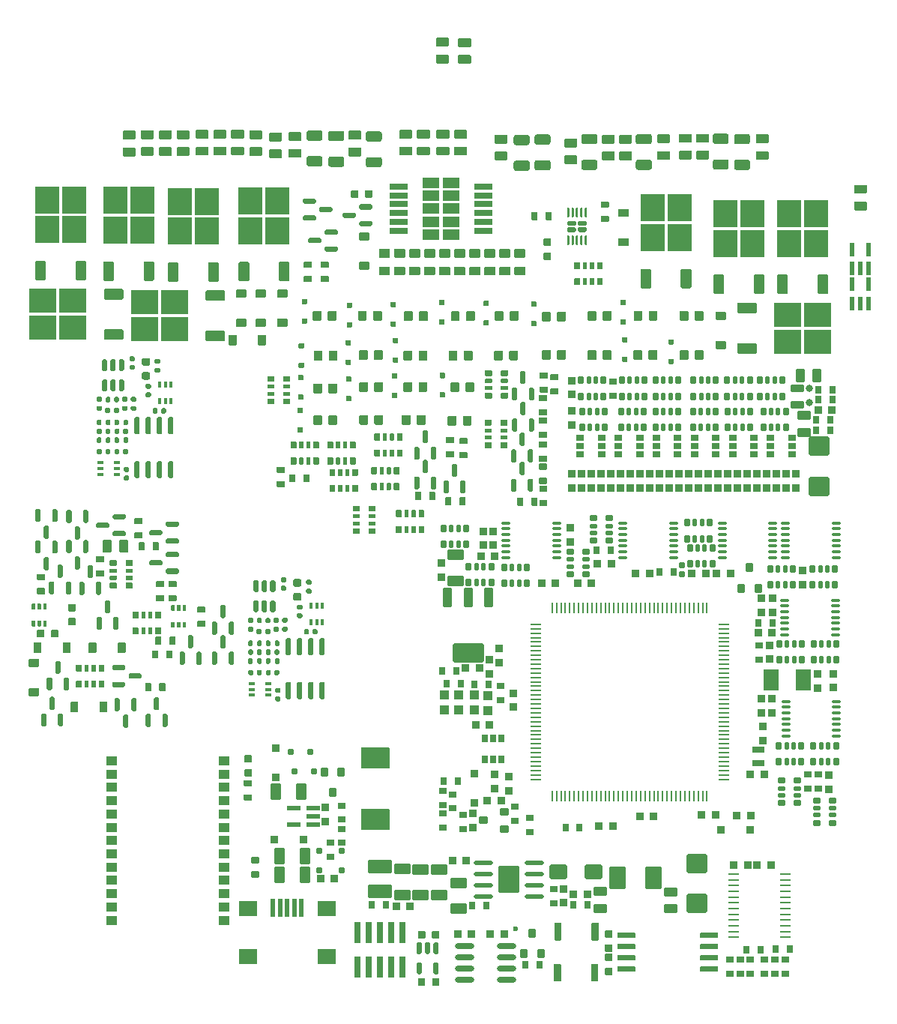
<source format=gtp>
G75*
G70*
%OFA0B0*%
%FSLAX25Y25*%
%IPPOS*%
%LPD*%
%AMOC8*
5,1,8,0,0,1.08239X$1,22.5*
%
%AMM115*
21,1,0.070870,0.036220,-0.000000,0.000000,90.000000*
21,1,0.061810,0.045280,-0.000000,0.000000,90.000000*
1,1,0.009060,0.018110,0.030910*
1,1,0.009060,0.018110,-0.030910*
1,1,0.009060,-0.018110,-0.030910*
1,1,0.009060,-0.018110,0.030910*
%
%AMM116*
21,1,0.033470,0.026770,-0.000000,0.000000,270.000000*
21,1,0.026770,0.033470,-0.000000,0.000000,270.000000*
1,1,0.006690,-0.013390,-0.013390*
1,1,0.006690,-0.013390,0.013390*
1,1,0.006690,0.013390,0.013390*
1,1,0.006690,0.013390,-0.013390*
%
%AMM117*
21,1,0.035430,0.030320,-0.000000,0.000000,180.000000*
21,1,0.028350,0.037400,-0.000000,0.000000,180.000000*
1,1,0.007090,-0.014170,0.015160*
1,1,0.007090,0.014170,0.015160*
1,1,0.007090,0.014170,-0.015160*
1,1,0.007090,-0.014170,-0.015160*
%
%AMM118*
21,1,0.021650,0.052760,-0.000000,0.000000,90.000000*
21,1,0.017320,0.057090,-0.000000,0.000000,90.000000*
1,1,0.004330,0.026380,0.008660*
1,1,0.004330,0.026380,-0.008660*
1,1,0.004330,-0.026380,-0.008660*
1,1,0.004330,-0.026380,0.008660*
%
%AMM119*
21,1,0.094490,0.111020,-0.000000,0.000000,270.000000*
21,1,0.075590,0.129920,-0.000000,0.000000,270.000000*
1,1,0.018900,-0.055510,-0.037800*
1,1,0.018900,-0.055510,0.037800*
1,1,0.018900,0.055510,0.037800*
1,1,0.018900,0.055510,-0.037800*
%
%AMM120*
21,1,0.023620,0.018900,-0.000000,0.000000,0.000000*
21,1,0.018900,0.023620,-0.000000,0.000000,0.000000*
1,1,0.004720,0.009450,-0.009450*
1,1,0.004720,-0.009450,-0.009450*
1,1,0.004720,-0.009450,0.009450*
1,1,0.004720,0.009450,0.009450*
%
%AMM121*
21,1,0.035830,0.026770,-0.000000,0.000000,90.000000*
21,1,0.029130,0.033470,-0.000000,0.000000,90.000000*
1,1,0.006690,0.013390,0.014570*
1,1,0.006690,0.013390,-0.014570*
1,1,0.006690,-0.013390,-0.014570*
1,1,0.006690,-0.013390,0.014570*
%
%AMM122*
21,1,0.023620,0.018900,-0.000000,0.000000,270.000000*
21,1,0.018900,0.023620,-0.000000,0.000000,270.000000*
1,1,0.004720,-0.009450,-0.009450*
1,1,0.004720,-0.009450,0.009450*
1,1,0.004720,0.009450,0.009450*
1,1,0.004720,0.009450,-0.009450*
%
%AMM123*
21,1,0.027560,0.030710,-0.000000,0.000000,90.000000*
21,1,0.022050,0.036220,-0.000000,0.000000,90.000000*
1,1,0.005510,0.015350,0.011020*
1,1,0.005510,0.015350,-0.011020*
1,1,0.005510,-0.015350,-0.011020*
1,1,0.005510,-0.015350,0.011020*
%
%AMM124*
21,1,0.033470,0.026770,-0.000000,0.000000,180.000000*
21,1,0.026770,0.033470,-0.000000,0.000000,180.000000*
1,1,0.006690,-0.013390,0.013390*
1,1,0.006690,0.013390,0.013390*
1,1,0.006690,0.013390,-0.013390*
1,1,0.006690,-0.013390,-0.013390*
%
%AMM125*
21,1,0.035830,0.026770,-0.000000,0.000000,180.000000*
21,1,0.029130,0.033470,-0.000000,0.000000,180.000000*
1,1,0.006690,-0.014570,0.013390*
1,1,0.006690,0.014570,0.013390*
1,1,0.006690,0.014570,-0.013390*
1,1,0.006690,-0.014570,-0.013390*
%
%AMM158*
21,1,0.039370,0.049210,-0.000000,-0.000000,270.000000*
21,1,0.031500,0.057090,-0.000000,-0.000000,270.000000*
1,1,0.007870,-0.024610,-0.015750*
1,1,0.007870,-0.024610,0.015750*
1,1,0.007870,0.024610,0.015750*
1,1,0.007870,0.024610,-0.015750*
%
%AMM159*
21,1,0.106300,0.050390,-0.000000,-0.000000,180.000000*
21,1,0.093700,0.062990,-0.000000,-0.000000,180.000000*
1,1,0.012600,-0.046850,0.025200*
1,1,0.012600,0.046850,0.025200*
1,1,0.012600,0.046850,-0.025200*
1,1,0.012600,-0.046850,-0.025200*
%
%AMM160*
21,1,0.074800,0.083460,-0.000000,-0.000000,0.000000*
21,1,0.059840,0.098430,-0.000000,-0.000000,0.000000*
1,1,0.014960,0.029920,-0.041730*
1,1,0.014960,-0.029920,-0.041730*
1,1,0.014960,-0.029920,0.041730*
1,1,0.014960,0.029920,0.041730*
%
%AMM161*
21,1,0.027560,0.030710,-0.000000,-0.000000,0.000000*
21,1,0.022050,0.036220,-0.000000,-0.000000,0.000000*
1,1,0.005510,0.011020,-0.015350*
1,1,0.005510,-0.011020,-0.015350*
1,1,0.005510,-0.011020,0.015350*
1,1,0.005510,0.011020,0.015350*
%
%AMM162*
21,1,0.033470,0.026770,-0.000000,-0.000000,0.000000*
21,1,0.026770,0.033470,-0.000000,-0.000000,0.000000*
1,1,0.006690,0.013390,-0.013390*
1,1,0.006690,-0.013390,-0.013390*
1,1,0.006690,-0.013390,0.013390*
1,1,0.006690,0.013390,0.013390*
%
%AMM163*
21,1,0.033470,0.026770,-0.000000,-0.000000,90.000000*
21,1,0.026770,0.033470,-0.000000,-0.000000,90.000000*
1,1,0.006690,0.013390,0.013390*
1,1,0.006690,0.013390,-0.013390*
1,1,0.006690,-0.013390,-0.013390*
1,1,0.006690,-0.013390,0.013390*
%
%AMM164*
21,1,0.122050,0.075590,-0.000000,-0.000000,90.000000*
21,1,0.103150,0.094490,-0.000000,-0.000000,90.000000*
1,1,0.018900,0.037800,0.051580*
1,1,0.018900,0.037800,-0.051580*
1,1,0.018900,-0.037800,-0.051580*
1,1,0.018900,-0.037800,0.051580*
%
%AMM165*
21,1,0.078740,0.053540,-0.000000,-0.000000,0.000000*
21,1,0.065350,0.066930,-0.000000,-0.000000,0.000000*
1,1,0.013390,0.032680,-0.026770*
1,1,0.013390,-0.032680,-0.026770*
1,1,0.013390,-0.032680,0.026770*
1,1,0.013390,0.032680,0.026770*
%
%AMM166*
21,1,0.070870,0.036220,-0.000000,-0.000000,0.000000*
21,1,0.061810,0.045280,-0.000000,-0.000000,0.000000*
1,1,0.009060,0.030910,-0.018110*
1,1,0.009060,-0.030910,-0.018110*
1,1,0.009060,-0.030910,0.018110*
1,1,0.009060,0.030910,0.018110*
%
%AMM167*
21,1,0.086610,0.073230,-0.000000,-0.000000,270.000000*
21,1,0.069290,0.090550,-0.000000,-0.000000,270.000000*
1,1,0.017320,-0.036610,-0.034650*
1,1,0.017320,-0.036610,0.034650*
1,1,0.017320,0.036610,0.034650*
1,1,0.017320,0.036610,-0.034650*
%
%AMM168*
21,1,0.027560,0.030710,-0.000000,-0.000000,270.000000*
21,1,0.022050,0.036220,-0.000000,-0.000000,270.000000*
1,1,0.005510,-0.015350,-0.011020*
1,1,0.005510,-0.015350,0.011020*
1,1,0.005510,0.015350,0.011020*
1,1,0.005510,0.015350,-0.011020*
%
%AMM199*
21,1,0.035430,0.050000,-0.000000,-0.000000,90.000000*
21,1,0.028350,0.057090,-0.000000,-0.000000,90.000000*
1,1,0.007090,0.025000,0.014170*
1,1,0.007090,0.025000,-0.014170*
1,1,0.007090,-0.025000,-0.014170*
1,1,0.007090,-0.025000,0.014170*
%
%AMM200*
21,1,0.086610,0.073230,-0.000000,-0.000000,90.000000*
21,1,0.069290,0.090550,-0.000000,-0.000000,90.000000*
1,1,0.017320,0.036610,0.034650*
1,1,0.017320,0.036610,-0.034650*
1,1,0.017320,-0.036610,-0.034650*
1,1,0.017320,-0.036610,0.034650*
%
%AMM201*
21,1,0.039370,0.049210,-0.000000,-0.000000,0.000000*
21,1,0.031500,0.057090,-0.000000,-0.000000,0.000000*
1,1,0.007870,0.015750,-0.024610*
1,1,0.007870,-0.015750,-0.024610*
1,1,0.007870,-0.015750,0.024610*
1,1,0.007870,0.015750,0.024610*
%
%AMM202*
21,1,0.023620,0.030710,-0.000000,-0.000000,270.000000*
21,1,0.018900,0.035430,-0.000000,-0.000000,270.000000*
1,1,0.004720,-0.015350,-0.009450*
1,1,0.004720,-0.015350,0.009450*
1,1,0.004720,0.015350,0.009450*
1,1,0.004720,0.015350,-0.009450*
%
%AMM203*
21,1,0.025590,0.026380,-0.000000,-0.000000,180.000000*
21,1,0.020470,0.031500,-0.000000,-0.000000,180.000000*
1,1,0.005120,-0.010240,0.013190*
1,1,0.005120,0.010240,0.013190*
1,1,0.005120,0.010240,-0.013190*
1,1,0.005120,-0.010240,-0.013190*
%
%AMM204*
21,1,0.017720,0.027950,-0.000000,-0.000000,180.000000*
21,1,0.014170,0.031500,-0.000000,-0.000000,180.000000*
1,1,0.003540,-0.007090,0.013980*
1,1,0.003540,0.007090,0.013980*
1,1,0.003540,0.007090,-0.013980*
1,1,0.003540,-0.007090,-0.013980*
%
%AMM205*
21,1,0.027560,0.030710,-0.000000,-0.000000,180.000000*
21,1,0.022050,0.036220,-0.000000,-0.000000,180.000000*
1,1,0.005510,-0.011020,0.015350*
1,1,0.005510,0.011020,0.015350*
1,1,0.005510,0.011020,-0.015350*
1,1,0.005510,-0.011020,-0.015350*
%
%AMM263*
21,1,0.070870,0.036220,-0.000000,-0.000000,180.000000*
21,1,0.061810,0.045280,-0.000000,-0.000000,180.000000*
1,1,0.009060,-0.030910,0.018110*
1,1,0.009060,0.030910,0.018110*
1,1,0.009060,0.030910,-0.018110*
1,1,0.009060,-0.030910,-0.018110*
%
%AMM264*
21,1,0.027560,0.030710,-0.000000,-0.000000,90.000000*
21,1,0.022050,0.036220,-0.000000,-0.000000,90.000000*
1,1,0.005510,0.015350,0.011020*
1,1,0.005510,0.015350,-0.011020*
1,1,0.005510,-0.015350,-0.011020*
1,1,0.005510,-0.015350,0.011020*
%
%AMM265*
21,1,0.033470,0.026770,-0.000000,-0.000000,270.000000*
21,1,0.026770,0.033470,-0.000000,-0.000000,270.000000*
1,1,0.006690,-0.013390,-0.013390*
1,1,0.006690,-0.013390,0.013390*
1,1,0.006690,0.013390,0.013390*
1,1,0.006690,0.013390,-0.013390*
%
%AMM266*
21,1,0.023620,0.030710,-0.000000,-0.000000,0.000000*
21,1,0.018900,0.035430,-0.000000,-0.000000,0.000000*
1,1,0.004720,0.009450,-0.015350*
1,1,0.004720,-0.009450,-0.015350*
1,1,0.004720,-0.009450,0.015350*
1,1,0.004720,0.009450,0.015350*
%
%AMM267*
21,1,0.027560,0.018900,-0.000000,-0.000000,0.000000*
21,1,0.022840,0.023620,-0.000000,-0.000000,0.000000*
1,1,0.004720,0.011420,-0.009450*
1,1,0.004720,-0.011420,-0.009450*
1,1,0.004720,-0.011420,0.009450*
1,1,0.004720,0.011420,0.009450*
%
%AMM268*
21,1,0.137800,0.067720,-0.000000,-0.000000,180.000000*
21,1,0.120870,0.084650,-0.000000,-0.000000,180.000000*
1,1,0.016930,-0.060430,0.033860*
1,1,0.016930,0.060430,0.033860*
1,1,0.016930,0.060430,-0.033860*
1,1,0.016930,-0.060430,-0.033860*
%
%AMM269*
21,1,0.043310,0.075980,-0.000000,-0.000000,180.000000*
21,1,0.034650,0.084650,-0.000000,-0.000000,180.000000*
1,1,0.008660,-0.017320,0.037990*
1,1,0.008660,0.017320,0.037990*
1,1,0.008660,0.017320,-0.037990*
1,1,0.008660,-0.017320,-0.037990*
%
%AMM270*
21,1,0.043310,0.075990,-0.000000,-0.000000,180.000000*
21,1,0.034650,0.084650,-0.000000,-0.000000,180.000000*
1,1,0.008660,-0.017320,0.037990*
1,1,0.008660,0.017320,0.037990*
1,1,0.008660,0.017320,-0.037990*
1,1,0.008660,-0.017320,-0.037990*
%
%AMM271*
21,1,0.039370,0.035430,-0.000000,-0.000000,90.000000*
21,1,0.031500,0.043310,-0.000000,-0.000000,90.000000*
1,1,0.007870,0.017720,0.015750*
1,1,0.007870,0.017720,-0.015750*
1,1,0.007870,-0.017720,-0.015750*
1,1,0.007870,-0.017720,0.015750*
%
%AMM272*
21,1,0.035430,0.030320,-0.000000,-0.000000,90.000000*
21,1,0.028350,0.037400,-0.000000,-0.000000,90.000000*
1,1,0.007090,0.015160,0.014170*
1,1,0.007090,0.015160,-0.014170*
1,1,0.007090,-0.015160,-0.014170*
1,1,0.007090,-0.015160,0.014170*
%
%AMM273*
21,1,0.035830,0.026770,-0.000000,-0.000000,90.000000*
21,1,0.029130,0.033470,-0.000000,-0.000000,90.000000*
1,1,0.006690,0.013390,0.014570*
1,1,0.006690,0.013390,-0.014570*
1,1,0.006690,-0.013390,-0.014570*
1,1,0.006690,-0.013390,0.014570*
%
%AMM274*
21,1,0.035430,0.030320,-0.000000,-0.000000,0.000000*
21,1,0.028350,0.037400,-0.000000,-0.000000,0.000000*
1,1,0.007090,0.014170,-0.015160*
1,1,0.007090,-0.014170,-0.015160*
1,1,0.007090,-0.014170,0.015160*
1,1,0.007090,0.014170,0.015160*
%
%AMM275*
21,1,0.025590,0.026380,-0.000000,-0.000000,90.000000*
21,1,0.020470,0.031500,-0.000000,-0.000000,90.000000*
1,1,0.005120,0.013190,0.010240*
1,1,0.005120,0.013190,-0.010240*
1,1,0.005120,-0.013190,-0.010240*
1,1,0.005120,-0.013190,0.010240*
%
%AMM276*
21,1,0.017720,0.027950,-0.000000,-0.000000,90.000000*
21,1,0.014170,0.031500,-0.000000,-0.000000,90.000000*
1,1,0.003540,0.013980,0.007090*
1,1,0.003540,0.013980,-0.007090*
1,1,0.003540,-0.013980,-0.007090*
1,1,0.003540,-0.013980,0.007090*
%
%AMM277*
21,1,0.027560,0.049610,-0.000000,-0.000000,90.000000*
21,1,0.022050,0.055120,-0.000000,-0.000000,90.000000*
1,1,0.005510,0.024800,0.011020*
1,1,0.005510,0.024800,-0.011020*
1,1,0.005510,-0.024800,-0.011020*
1,1,0.005510,-0.024800,0.011020*
%
%AMM278*
21,1,0.035830,0.026770,-0.000000,-0.000000,0.000000*
21,1,0.029130,0.033470,-0.000000,-0.000000,0.000000*
1,1,0.006690,0.014570,-0.013390*
1,1,0.006690,-0.014570,-0.013390*
1,1,0.006690,-0.014570,0.013390*
1,1,0.006690,0.014570,0.013390*
%
%AMM312*
21,1,0.033470,0.026770,-0.000000,-0.000000,180.000000*
21,1,0.026770,0.033470,-0.000000,-0.000000,180.000000*
1,1,0.006690,-0.013390,0.013390*
1,1,0.006690,0.013390,0.013390*
1,1,0.006690,0.013390,-0.013390*
1,1,0.006690,-0.013390,-0.013390*
%
%AMM314*
21,1,0.021650,0.052760,-0.000000,0.000000,0.000000*
21,1,0.017320,0.057090,-0.000000,0.000000,0.000000*
1,1,0.004330,0.008660,-0.026380*
1,1,0.004330,-0.008660,-0.026380*
1,1,0.004330,-0.008660,0.026380*
1,1,0.004330,0.008660,0.026380*
%
%AMM44*
21,1,0.033470,0.026770,0.000000,0.000000,0.000000*
21,1,0.026770,0.033470,0.000000,0.000000,0.000000*
1,1,0.006690,0.013390,-0.013390*
1,1,0.006690,-0.013390,-0.013390*
1,1,0.006690,-0.013390,0.013390*
1,1,0.006690,0.013390,0.013390*
%
%AMM45*
21,1,0.027560,0.030710,0.000000,0.000000,270.000000*
21,1,0.022050,0.036220,0.000000,0.000000,270.000000*
1,1,0.005510,-0.015350,-0.011020*
1,1,0.005510,-0.015350,0.011020*
1,1,0.005510,0.015350,0.011020*
1,1,0.005510,0.015350,-0.011020*
%
%AMM9*
21,1,0.027560,0.030710,0.000000,0.000000,0.000000*
21,1,0.022050,0.036220,0.000000,0.000000,0.000000*
1,1,0.005510,0.011020,-0.015350*
1,1,0.005510,-0.011020,-0.015350*
1,1,0.005510,-0.011020,0.015350*
1,1,0.005510,0.011020,0.015350*
%
%ADD10C,0.02362*%
%ADD127O,0.08661X0.01968*%
%ADD133O,0.01968X0.03937*%
%ADD148R,0.02559X0.01575*%
%ADD154R,0.01575X0.02559*%
%ADD156O,0.04961X0.00984*%
%ADD157M44*%
%ADD158M45*%
%ADD187O,0.05118X0.00866*%
%ADD188O,0.00866X0.05118*%
%ADD193O,0.04331X0.01181*%
%ADD196R,0.06693X0.09449*%
%ADD22R,0.01969X0.07874*%
%ADD23R,0.07874X0.06693*%
%ADD241O,0.08661X0.02362*%
%ADD25R,0.07874X0.02559*%
%ADD257M115*%
%ADD258M116*%
%ADD259M117*%
%ADD260M118*%
%ADD261M119*%
%ADD262M120*%
%ADD263M121*%
%ADD264M122*%
%ADD265M123*%
%ADD266M124*%
%ADD267M125*%
%ADD312M158*%
%ADD313M159*%
%ADD314M160*%
%ADD315M161*%
%ADD316M162*%
%ADD317M163*%
%ADD318M164*%
%ADD319M165*%
%ADD320M166*%
%ADD321M167*%
%ADD322M168*%
%ADD353M199*%
%ADD354M200*%
%ADD355M201*%
%ADD356M202*%
%ADD357M203*%
%ADD358M204*%
%ADD359M205*%
%ADD421M263*%
%ADD422M264*%
%ADD423M265*%
%ADD424M266*%
%ADD425M267*%
%ADD426M268*%
%ADD427M269*%
%ADD428M270*%
%ADD429M271*%
%ADD430M272*%
%ADD431M273*%
%ADD432M274*%
%ADD433M275*%
%ADD434M276*%
%ADD435M277*%
%ADD436M278*%
%ADD47R,0.05118X0.03937*%
%ADD476M312*%
%ADD478M314*%
%ADD55R,0.02913X0.09449*%
%ADD66C,0.03150*%
%ADD70R,0.10827X0.12008*%
%ADD71R,0.12008X0.10827*%
%ADD72R,0.07677X0.04567*%
%ADD73O,0.00000X0.00000*%
%ADD95M9*%
X0000000Y0000000D02*
%LPD*%
G01*
G36*
G01*
X0098858Y0294508D02*
X0094843Y0294508D01*
G75*
G02*
X0094488Y0294862I0000000J0000354D01*
G01*
X0094488Y0297697D01*
G75*
G02*
X0094843Y0298051I0000354J0000000D01*
G01*
X0098858Y0298051D01*
G75*
G02*
X0099213Y0297697I0000000J-000354D01*
G01*
X0099213Y0294862D01*
G75*
G02*
X0098858Y0294508I-000354J0000000D01*
G01*
G37*
G36*
G01*
X0098858Y0307500D02*
X0094843Y0307500D01*
G75*
G02*
X0094488Y0307854I0000000J0000354D01*
G01*
X0094488Y0310689D01*
G75*
G02*
X0094843Y0311043I0000354J0000000D01*
G01*
X0098858Y0311043D01*
G75*
G02*
X0099213Y0310689I0000000J-000354D01*
G01*
X0099213Y0307854D01*
G75*
G02*
X0098858Y0307500I-000354J0000000D01*
G01*
G37*
G36*
G01*
X0304626Y0368898D02*
X0299705Y0368898D01*
G75*
G02*
X0299311Y0369291I0000000J0000394D01*
G01*
X0299311Y0372441D01*
G75*
G02*
X0299705Y0372835I0000394J0000000D01*
G01*
X0304626Y0372835D01*
G75*
G02*
X0305020Y0372441I0000000J-000394D01*
G01*
X0305020Y0369291D01*
G75*
G02*
X0304626Y0368898I-000394J0000000D01*
G01*
G37*
G36*
G01*
X0304626Y0376378D02*
X0299705Y0376378D01*
G75*
G02*
X0299311Y0376772I0000000J0000394D01*
G01*
X0299311Y0379921D01*
G75*
G02*
X0299705Y0380315I0000394J0000000D01*
G01*
X0304626Y0380315D01*
G75*
G02*
X0305020Y0379921I0000000J-000394D01*
G01*
X0305020Y0376772D01*
G75*
G02*
X0304626Y0376378I-000394J0000000D01*
G01*
G37*
G36*
G01*
X0261772Y0016634D02*
X0259094Y0016634D01*
G75*
G02*
X0258760Y0016968I0000000J0000335D01*
G01*
X0258760Y0019646D01*
G75*
G02*
X0259094Y0019980I0000335J0000000D01*
G01*
X0261772Y0019980D01*
G75*
G02*
X0262106Y0019646I0000000J-000335D01*
G01*
X0262106Y0016968D01*
G75*
G02*
X0261772Y0016634I-000335J0000000D01*
G01*
G37*
G36*
G01*
X0261772Y0022854D02*
X0259094Y0022854D01*
G75*
G02*
X0258760Y0023189I0000000J0000335D01*
G01*
X0258760Y0025866D01*
G75*
G02*
X0259094Y0026201I0000335J0000000D01*
G01*
X0261772Y0026201D01*
G75*
G02*
X0262106Y0025866I0000000J-000335D01*
G01*
X0262106Y0023189D01*
G75*
G02*
X0261772Y0022854I-000335J0000000D01*
G01*
G37*
G36*
G01*
X0049646Y0209449D02*
X0052717Y0209449D01*
G75*
G02*
X0052992Y0209173I0000000J-000276D01*
G01*
X0052992Y0206969D01*
G75*
G02*
X0052717Y0206693I-000276J0000000D01*
G01*
X0049646Y0206693D01*
G75*
G02*
X0049370Y0206969I0000000J0000276D01*
G01*
X0049370Y0209173D01*
G75*
G02*
X0049646Y0209449I0000276J0000000D01*
G01*
G37*
G36*
G01*
X0049646Y0203150D02*
X0052717Y0203150D01*
G75*
G02*
X0052992Y0202874I0000000J-000276D01*
G01*
X0052992Y0200669D01*
G75*
G02*
X0052717Y0200394I-000276J0000000D01*
G01*
X0049646Y0200394D01*
G75*
G02*
X0049370Y0200669I0000000J0000276D01*
G01*
X0049370Y0202874D01*
G75*
G02*
X0049646Y0203150I0000276J0000000D01*
G01*
G37*
G36*
G01*
X0101614Y0058661D02*
X0104685Y0058661D01*
G75*
G02*
X0104961Y0058386I0000000J-000276D01*
G01*
X0104961Y0056181D01*
G75*
G02*
X0104685Y0055906I-000276J0000000D01*
G01*
X0101614Y0055906D01*
G75*
G02*
X0101339Y0056181I0000000J0000276D01*
G01*
X0101339Y0058386D01*
G75*
G02*
X0101614Y0058661I0000276J0000000D01*
G01*
G37*
G36*
G01*
X0101614Y0052362D02*
X0104685Y0052362D01*
G75*
G02*
X0104961Y0052087I0000000J-000276D01*
G01*
X0104961Y0049882D01*
G75*
G02*
X0104685Y0049606I-000276J0000000D01*
G01*
X0101614Y0049606D01*
G75*
G02*
X0101339Y0049882I0000000J0000276D01*
G01*
X0101339Y0052087D01*
G75*
G02*
X0101614Y0052362I0000276J0000000D01*
G01*
G37*
G36*
G01*
X0136220Y0221319D02*
X0136220Y0223957D01*
G75*
G02*
X0136476Y0224213I0000256J0000000D01*
G01*
X0138524Y0224213D01*
G75*
G02*
X0138780Y0223957I0000000J-000256D01*
G01*
X0138780Y0221319D01*
G75*
G02*
X0138524Y0221063I-000256J0000000D01*
G01*
X0136476Y0221063D01*
G75*
G02*
X0136220Y0221319I0000000J0000256D01*
G01*
G37*
G36*
G01*
X0140059Y0221240D02*
X0140059Y0224035D01*
G75*
G02*
X0140236Y0224213I0000177J0000000D01*
G01*
X0141654Y0224213D01*
G75*
G02*
X0141831Y0224035I0000000J-000177D01*
G01*
X0141831Y0221240D01*
G75*
G02*
X0141654Y0221063I-000177J0000000D01*
G01*
X0140236Y0221063D01*
G75*
G02*
X0140059Y0221240I0000000J0000177D01*
G01*
G37*
G36*
G01*
X0143209Y0221240D02*
X0143209Y0224035D01*
G75*
G02*
X0143386Y0224213I0000177J0000000D01*
G01*
X0144803Y0224213D01*
G75*
G02*
X0144980Y0224035I0000000J-000177D01*
G01*
X0144980Y0221240D01*
G75*
G02*
X0144803Y0221063I-000177J0000000D01*
G01*
X0143386Y0221063D01*
G75*
G02*
X0143209Y0221240I0000000J0000177D01*
G01*
G37*
G36*
G01*
X0146260Y0221319D02*
X0146260Y0223957D01*
G75*
G02*
X0146516Y0224213I0000256J0000000D01*
G01*
X0148563Y0224213D01*
G75*
G02*
X0148819Y0223957I0000000J-000256D01*
G01*
X0148819Y0221319D01*
G75*
G02*
X0148563Y0221063I-000256J0000000D01*
G01*
X0146516Y0221063D01*
G75*
G02*
X0146260Y0221319I0000000J0000256D01*
G01*
G37*
G36*
G01*
X0146260Y0228406D02*
X0146260Y0231043D01*
G75*
G02*
X0146516Y0231299I0000256J0000000D01*
G01*
X0148563Y0231299D01*
G75*
G02*
X0148819Y0231043I0000000J-000256D01*
G01*
X0148819Y0228406D01*
G75*
G02*
X0148563Y0228150I-000256J0000000D01*
G01*
X0146516Y0228150D01*
G75*
G02*
X0146260Y0228406I0000000J0000256D01*
G01*
G37*
G36*
G01*
X0143209Y0228327D02*
X0143209Y0231122D01*
G75*
G02*
X0143386Y0231299I0000177J0000000D01*
G01*
X0144803Y0231299D01*
G75*
G02*
X0144980Y0231122I0000000J-000177D01*
G01*
X0144980Y0228327D01*
G75*
G02*
X0144803Y0228150I-000177J0000000D01*
G01*
X0143386Y0228150D01*
G75*
G02*
X0143209Y0228327I0000000J0000177D01*
G01*
G37*
G36*
G01*
X0140059Y0228327D02*
X0140059Y0231122D01*
G75*
G02*
X0140236Y0231299I0000177J0000000D01*
G01*
X0141654Y0231299D01*
G75*
G02*
X0141831Y0231122I0000000J-000177D01*
G01*
X0141831Y0228327D01*
G75*
G02*
X0141654Y0228150I-000177J0000000D01*
G01*
X0140236Y0228150D01*
G75*
G02*
X0140059Y0228327I0000000J0000177D01*
G01*
G37*
G36*
G01*
X0136220Y0228406D02*
X0136220Y0231043D01*
G75*
G02*
X0136476Y0231299I0000256J0000000D01*
G01*
X0138524Y0231299D01*
G75*
G02*
X0138780Y0231043I0000000J-000256D01*
G01*
X0138780Y0228406D01*
G75*
G02*
X0138524Y0228150I-000256J0000000D01*
G01*
X0136476Y0228150D01*
G75*
G02*
X0136220Y0228406I0000000J0000256D01*
G01*
G37*
G36*
G01*
X0199409Y0254528D02*
X0199409Y0250984D01*
G75*
G02*
X0199016Y0250591I-000394J0000000D01*
G01*
X0195866Y0250591D01*
G75*
G02*
X0195472Y0250984I0000000J0000394D01*
G01*
X0195472Y0254528D01*
G75*
G02*
X0195866Y0254921I0000394J0000000D01*
G01*
X0199016Y0254921D01*
G75*
G02*
X0199409Y0254528I0000000J-000394D01*
G01*
G37*
G36*
G01*
X0192717Y0254528D02*
X0192717Y0250984D01*
G75*
G02*
X0192323Y0250591I-000394J0000000D01*
G01*
X0189173Y0250591D01*
G75*
G02*
X0188780Y0250984I0000000J0000394D01*
G01*
X0188780Y0254528D01*
G75*
G02*
X0189173Y0254921I0000394J0000000D01*
G01*
X0192323Y0254921D01*
G75*
G02*
X0192717Y0254528I0000000J-000394D01*
G01*
G37*
G36*
G01*
X0215295Y0262598D02*
X0212657Y0262598D01*
G75*
G02*
X0212402Y0262854I0000000J0000256D01*
G01*
X0212402Y0264902D01*
G75*
G02*
X0212657Y0265157I0000256J0000000D01*
G01*
X0215295Y0265157D01*
G75*
G02*
X0215551Y0264902I0000000J-000256D01*
G01*
X0215551Y0262854D01*
G75*
G02*
X0215295Y0262598I-000256J0000000D01*
G01*
G37*
G36*
G01*
X0215374Y0266437D02*
X0212579Y0266437D01*
G75*
G02*
X0212402Y0266614I0000000J0000177D01*
G01*
X0212402Y0268031D01*
G75*
G02*
X0212579Y0268209I0000177J0000000D01*
G01*
X0215374Y0268209D01*
G75*
G02*
X0215551Y0268031I0000000J-000177D01*
G01*
X0215551Y0266614D01*
G75*
G02*
X0215374Y0266437I-000177J0000000D01*
G01*
G37*
G36*
G01*
X0215374Y0269587D02*
X0212579Y0269587D01*
G75*
G02*
X0212402Y0269764I0000000J0000177D01*
G01*
X0212402Y0271181D01*
G75*
G02*
X0212579Y0271358I0000177J0000000D01*
G01*
X0215374Y0271358D01*
G75*
G02*
X0215551Y0271181I0000000J-000177D01*
G01*
X0215551Y0269764D01*
G75*
G02*
X0215374Y0269587I-000177J0000000D01*
G01*
G37*
G36*
G01*
X0215295Y0272638D02*
X0212657Y0272638D01*
G75*
G02*
X0212402Y0272894I0000000J0000256D01*
G01*
X0212402Y0274941D01*
G75*
G02*
X0212657Y0275197I0000256J0000000D01*
G01*
X0215295Y0275197D01*
G75*
G02*
X0215551Y0274941I0000000J-000256D01*
G01*
X0215551Y0272894D01*
G75*
G02*
X0215295Y0272638I-000256J0000000D01*
G01*
G37*
G36*
G01*
X0208209Y0272638D02*
X0205571Y0272638D01*
G75*
G02*
X0205315Y0272894I0000000J0000256D01*
G01*
X0205315Y0274941D01*
G75*
G02*
X0205571Y0275197I0000256J0000000D01*
G01*
X0208209Y0275197D01*
G75*
G02*
X0208465Y0274941I0000000J-000256D01*
G01*
X0208465Y0272894D01*
G75*
G02*
X0208209Y0272638I-000256J0000000D01*
G01*
G37*
G36*
G01*
X0208287Y0269587D02*
X0205492Y0269587D01*
G75*
G02*
X0205315Y0269764I0000000J0000177D01*
G01*
X0205315Y0271181D01*
G75*
G02*
X0205492Y0271358I0000177J0000000D01*
G01*
X0208287Y0271358D01*
G75*
G02*
X0208465Y0271181I0000000J-000177D01*
G01*
X0208465Y0269764D01*
G75*
G02*
X0208287Y0269587I-000177J0000000D01*
G01*
G37*
G36*
G01*
X0208287Y0266437D02*
X0205492Y0266437D01*
G75*
G02*
X0205315Y0266614I0000000J0000177D01*
G01*
X0205315Y0268031D01*
G75*
G02*
X0205492Y0268209I0000177J0000000D01*
G01*
X0208287Y0268209D01*
G75*
G02*
X0208465Y0268031I0000000J-000177D01*
G01*
X0208465Y0266614D01*
G75*
G02*
X0208287Y0266437I-000177J0000000D01*
G01*
G37*
G36*
G01*
X0208209Y0262598D02*
X0205571Y0262598D01*
G75*
G02*
X0205315Y0262854I0000000J0000256D01*
G01*
X0205315Y0264902D01*
G75*
G02*
X0205571Y0265157I0000256J0000000D01*
G01*
X0208209Y0265157D01*
G75*
G02*
X0208465Y0264902I0000000J-000256D01*
G01*
X0208465Y0262854D01*
G75*
G02*
X0208209Y0262598I-000256J0000000D01*
G01*
G37*
G36*
G01*
X0265551Y0295715D02*
X0265551Y0297604D01*
G75*
G02*
X0265787Y0297841I0000236J0000000D01*
G01*
X0267677Y0297841D01*
G75*
G02*
X0267913Y0297604I0000000J-000236D01*
G01*
X0267913Y0295715D01*
G75*
G02*
X0267677Y0295478I-000236J0000000D01*
G01*
X0265787Y0295478D01*
G75*
G02*
X0265551Y0295715I0000000J0000236D01*
G01*
G37*
G36*
G01*
X0265551Y0304376D02*
X0265551Y0306266D01*
G75*
G02*
X0265787Y0306502I0000236J0000000D01*
G01*
X0267677Y0306502D01*
G75*
G02*
X0267913Y0306266I0000000J-000236D01*
G01*
X0267913Y0304376D01*
G75*
G02*
X0267677Y0304140I-000236J0000000D01*
G01*
X0265787Y0304140D01*
G75*
G02*
X0265551Y0304376I0000000J0000236D01*
G01*
G37*
G36*
G01*
X0098661Y0104075D02*
X0101339Y0104075D01*
G75*
G02*
X0101673Y0103740I0000000J-000335D01*
G01*
X0101673Y0101063D01*
G75*
G02*
X0101339Y0100728I-000335J0000000D01*
G01*
X0098661Y0100728D01*
G75*
G02*
X0098327Y0101063I0000000J0000335D01*
G01*
X0098327Y0103740D01*
G75*
G02*
X0098661Y0104075I0000335J0000000D01*
G01*
G37*
G36*
G01*
X0098661Y0097854D02*
X0101339Y0097854D01*
G75*
G02*
X0101673Y0097520I0000000J-000335D01*
G01*
X0101673Y0094843D01*
G75*
G02*
X0101339Y0094508I-000335J0000000D01*
G01*
X0098661Y0094508D01*
G75*
G02*
X0098327Y0094843I0000000J0000335D01*
G01*
X0098327Y0097520D01*
G75*
G02*
X0098661Y0097854I0000335J0000000D01*
G01*
G37*
G36*
G01*
X0124606Y0272795D02*
X0124606Y0270906D01*
G75*
G02*
X0124370Y0270669I-000236J0000000D01*
G01*
X0122480Y0270669D01*
G75*
G02*
X0122244Y0270906I0000000J0000236D01*
G01*
X0122244Y0272795D01*
G75*
G02*
X0122480Y0273031I0000236J0000000D01*
G01*
X0124370Y0273031D01*
G75*
G02*
X0124606Y0272795I0000000J-000236D01*
G01*
G37*
G36*
G01*
X0124606Y0264134D02*
X0124606Y0262244D01*
G75*
G02*
X0124370Y0262008I-000236J0000000D01*
G01*
X0122480Y0262008D01*
G75*
G02*
X0122244Y0262244I0000000J0000236D01*
G01*
X0122244Y0264134D01*
G75*
G02*
X0122480Y0264370I0000236J0000000D01*
G01*
X0124370Y0264370D01*
G75*
G02*
X0124606Y0264134I0000000J-000236D01*
G01*
G37*
G36*
G01*
X0229567Y0243504D02*
X0232638Y0243504D01*
G75*
G02*
X0232913Y0243228I0000000J-000276D01*
G01*
X0232913Y0241024D01*
G75*
G02*
X0232638Y0240748I-000276J0000000D01*
G01*
X0229567Y0240748D01*
G75*
G02*
X0229291Y0241024I0000000J0000276D01*
G01*
X0229291Y0243228D01*
G75*
G02*
X0229567Y0243504I0000276J0000000D01*
G01*
G37*
G36*
G01*
X0229567Y0237205D02*
X0232638Y0237205D01*
G75*
G02*
X0232913Y0236929I0000000J-000276D01*
G01*
X0232913Y0234724D01*
G75*
G02*
X0232638Y0234449I-000276J0000000D01*
G01*
X0229567Y0234449D01*
G75*
G02*
X0229291Y0234724I0000000J0000276D01*
G01*
X0229291Y0236929D01*
G75*
G02*
X0229567Y0237205I0000276J0000000D01*
G01*
G37*
G36*
G01*
X0067717Y0156457D02*
X0067717Y0153386D01*
G75*
G02*
X0067441Y0153110I-000276J0000000D01*
G01*
X0065236Y0153110D01*
G75*
G02*
X0064961Y0153386I0000000J0000276D01*
G01*
X0064961Y0156457D01*
G75*
G02*
X0065236Y0156732I0000276J0000000D01*
G01*
X0067441Y0156732D01*
G75*
G02*
X0067717Y0156457I0000000J-000276D01*
G01*
G37*
G36*
G01*
X0061417Y0156457D02*
X0061417Y0153386D01*
G75*
G02*
X0061142Y0153110I-000276J0000000D01*
G01*
X0058937Y0153110D01*
G75*
G02*
X0058661Y0153386I0000000J0000276D01*
G01*
X0058661Y0156457D01*
G75*
G02*
X0058937Y0156732I0000276J0000000D01*
G01*
X0061142Y0156732D01*
G75*
G02*
X0061417Y0156457I0000000J-000276D01*
G01*
G37*
G36*
G01*
X0132520Y0323425D02*
X0135591Y0323425D01*
G75*
G02*
X0135866Y0323150I0000000J-000276D01*
G01*
X0135866Y0320945D01*
G75*
G02*
X0135591Y0320669I-000276J0000000D01*
G01*
X0132520Y0320669D01*
G75*
G02*
X0132244Y0320945I0000000J0000276D01*
G01*
X0132244Y0323150D01*
G75*
G02*
X0132520Y0323425I0000276J0000000D01*
G01*
G37*
G36*
G01*
X0132520Y0317126D02*
X0135591Y0317126D01*
G75*
G02*
X0135866Y0316850I0000000J-000276D01*
G01*
X0135866Y0314646D01*
G75*
G02*
X0135591Y0314370I-000276J0000000D01*
G01*
X0132520Y0314370D01*
G75*
G02*
X0132244Y0314646I0000000J0000276D01*
G01*
X0132244Y0316850D01*
G75*
G02*
X0132520Y0317126I0000276J0000000D01*
G01*
G37*
G36*
G01*
X0160039Y0254921D02*
X0160039Y0251378D01*
G75*
G02*
X0159646Y0250984I-000394J0000000D01*
G01*
X0156496Y0250984D01*
G75*
G02*
X0156102Y0251378I0000000J0000394D01*
G01*
X0156102Y0254921D01*
G75*
G02*
X0156496Y0255315I0000394J0000000D01*
G01*
X0159646Y0255315D01*
G75*
G02*
X0160039Y0254921I0000000J-000394D01*
G01*
G37*
G36*
G01*
X0153346Y0254921D02*
X0153346Y0251378D01*
G75*
G02*
X0152953Y0250984I-000394J0000000D01*
G01*
X0149803Y0250984D01*
G75*
G02*
X0149409Y0251378I0000000J0000394D01*
G01*
X0149409Y0254921D01*
G75*
G02*
X0149803Y0255315I0000394J0000000D01*
G01*
X0152953Y0255315D01*
G75*
G02*
X0153346Y0254921I0000000J-000394D01*
G01*
G37*
G36*
G01*
X0175492Y0374606D02*
X0180413Y0374606D01*
G75*
G02*
X0180807Y0374213I0000000J-000394D01*
G01*
X0180807Y0371063D01*
G75*
G02*
X0180413Y0370669I-000394J0000000D01*
G01*
X0175492Y0370669D01*
G75*
G02*
X0175098Y0371063I0000000J0000394D01*
G01*
X0175098Y0374213D01*
G75*
G02*
X0175492Y0374606I0000394J0000000D01*
G01*
G37*
G36*
G01*
X0175492Y0382087D02*
X0180413Y0382087D01*
G75*
G02*
X0180807Y0381693I0000000J-000394D01*
G01*
X0180807Y0378543D01*
G75*
G02*
X0180413Y0378150I-000394J0000000D01*
G01*
X0175492Y0378150D01*
G75*
G02*
X0175098Y0378543I0000000J0000394D01*
G01*
X0175098Y0381693D01*
G75*
G02*
X0175492Y0382087I0000394J0000000D01*
G01*
G37*
G36*
G01*
X0296949Y0368898D02*
X0292028Y0368898D01*
G75*
G02*
X0291634Y0369291I0000000J0000394D01*
G01*
X0291634Y0372441D01*
G75*
G02*
X0292028Y0372835I0000394J0000000D01*
G01*
X0296949Y0372835D01*
G75*
G02*
X0297343Y0372441I0000000J-000394D01*
G01*
X0297343Y0369291D01*
G75*
G02*
X0296949Y0368898I-000394J0000000D01*
G01*
G37*
G36*
G01*
X0296949Y0376378D02*
X0292028Y0376378D01*
G75*
G02*
X0291634Y0376772I0000000J0000394D01*
G01*
X0291634Y0379921D01*
G75*
G02*
X0292028Y0380315I0000394J0000000D01*
G01*
X0296949Y0380315D01*
G75*
G02*
X0297343Y0379921I0000000J-000394D01*
G01*
X0297343Y0376772D01*
G75*
G02*
X0296949Y0376378I-000394J0000000D01*
G01*
G37*
G36*
G01*
X0097736Y0370669D02*
X0092815Y0370669D01*
G75*
G02*
X0092421Y0371063I0000000J0000394D01*
G01*
X0092421Y0374213D01*
G75*
G02*
X0092815Y0374606I0000394J0000000D01*
G01*
X0097736Y0374606D01*
G75*
G02*
X0098130Y0374213I0000000J-000394D01*
G01*
X0098130Y0371063D01*
G75*
G02*
X0097736Y0370669I-000394J0000000D01*
G01*
G37*
G36*
G01*
X0097736Y0378150D02*
X0092815Y0378150D01*
G75*
G02*
X0092421Y0378543I0000000J0000394D01*
G01*
X0092421Y0381693D01*
G75*
G02*
X0092815Y0382087I0000394J0000000D01*
G01*
X0097736Y0382087D01*
G75*
G02*
X0098130Y0381693I0000000J-000394D01*
G01*
X0098130Y0378543D01*
G75*
G02*
X0097736Y0378150I-000394J0000000D01*
G01*
G37*
G36*
G01*
X0229961Y0274213D02*
X0233031Y0274213D01*
G75*
G02*
X0233307Y0273937I0000000J-000276D01*
G01*
X0233307Y0271732D01*
G75*
G02*
X0233031Y0271457I-000276J0000000D01*
G01*
X0229961Y0271457D01*
G75*
G02*
X0229685Y0271732I0000000J0000276D01*
G01*
X0229685Y0273937D01*
G75*
G02*
X0229961Y0274213I0000276J0000000D01*
G01*
G37*
G36*
G01*
X0229961Y0267913D02*
X0233031Y0267913D01*
G75*
G02*
X0233307Y0267638I0000000J-000276D01*
G01*
X0233307Y0265433D01*
G75*
G02*
X0233031Y0265157I-000276J0000000D01*
G01*
X0229961Y0265157D01*
G75*
G02*
X0229685Y0265433I0000000J0000276D01*
G01*
X0229685Y0267638D01*
G75*
G02*
X0229961Y0267913I0000276J0000000D01*
G01*
G37*
G36*
G01*
X0124311Y0349803D02*
X0124311Y0350984D01*
G75*
G02*
X0124902Y0351575I0000591J0000000D01*
G01*
X0129528Y0351575D01*
G75*
G02*
X0130118Y0350984I0000000J-000591D01*
G01*
X0130118Y0349803D01*
G75*
G02*
X0129528Y0349213I-000591J0000000D01*
G01*
X0124902Y0349213D01*
G75*
G02*
X0124311Y0349803I0000000J0000591D01*
G01*
G37*
G36*
G01*
X0131693Y0346063D02*
X0131693Y0347244D01*
G75*
G02*
X0132283Y0347835I0000591J0000000D01*
G01*
X0136909Y0347835D01*
G75*
G02*
X0137500Y0347244I0000000J-000591D01*
G01*
X0137500Y0346063D01*
G75*
G02*
X0136909Y0345472I-000591J0000000D01*
G01*
X0132283Y0345472D01*
G75*
G02*
X0131693Y0346063I0000000J0000591D01*
G01*
G37*
G36*
G01*
X0124311Y0342323D02*
X0124311Y0343504D01*
G75*
G02*
X0124902Y0344094I0000591J0000000D01*
G01*
X0129528Y0344094D01*
G75*
G02*
X0130118Y0343504I0000000J-000591D01*
G01*
X0130118Y0342323D01*
G75*
G02*
X0129528Y0341732I-000591J0000000D01*
G01*
X0124902Y0341732D01*
G75*
G02*
X0124311Y0342323I0000000J0000591D01*
G01*
G37*
G36*
G01*
X0248228Y0376595D02*
X0248228Y0379311D01*
G75*
G02*
X0249134Y0380217I0000906J0000000D01*
G01*
X0254409Y0380217D01*
G75*
G02*
X0255315Y0379311I0000000J-000906D01*
G01*
X0255315Y0376595D01*
G75*
G02*
X0254409Y0375689I-000906J0000000D01*
G01*
X0249134Y0375689D01*
G75*
G02*
X0248228Y0376595I0000000J0000906D01*
G01*
G37*
G36*
G01*
X0248228Y0365177D02*
X0248228Y0367894D01*
G75*
G02*
X0249134Y0368799I0000906J0000000D01*
G01*
X0254409Y0368799D01*
G75*
G02*
X0255315Y0367894I0000000J-000906D01*
G01*
X0255315Y0365177D01*
G75*
G02*
X0254409Y0364272I-000906J0000000D01*
G01*
X0249134Y0364272D01*
G75*
G02*
X0248228Y0365177I0000000J0000906D01*
G01*
G37*
G36*
G01*
X0188622Y0220374D02*
X0187441Y0220374D01*
G75*
G02*
X0186850Y0220965I0000000J0000591D01*
G01*
X0186850Y0225591D01*
G75*
G02*
X0187441Y0226181I0000591J0000000D01*
G01*
X0188622Y0226181D01*
G75*
G02*
X0189213Y0225591I0000000J-000591D01*
G01*
X0189213Y0220965D01*
G75*
G02*
X0188622Y0220374I-000591J0000000D01*
G01*
G37*
G36*
G01*
X0192362Y0227756D02*
X0191181Y0227756D01*
G75*
G02*
X0190591Y0228346I0000000J0000591D01*
G01*
X0190591Y0232972D01*
G75*
G02*
X0191181Y0233563I0000591J0000000D01*
G01*
X0192362Y0233563D01*
G75*
G02*
X0192953Y0232972I0000000J-000591D01*
G01*
X0192953Y0228346D01*
G75*
G02*
X0192362Y0227756I-000591J0000000D01*
G01*
G37*
G36*
G01*
X0196102Y0220374D02*
X0194921Y0220374D01*
G75*
G02*
X0194331Y0220965I0000000J0000591D01*
G01*
X0194331Y0225591D01*
G75*
G02*
X0194921Y0226181I0000591J0000000D01*
G01*
X0196102Y0226181D01*
G75*
G02*
X0196693Y0225591I0000000J-000591D01*
G01*
X0196693Y0220965D01*
G75*
G02*
X0196102Y0220374I-000591J0000000D01*
G01*
G37*
G36*
G01*
X0374823Y0346220D02*
X0369902Y0346220D01*
G75*
G02*
X0369508Y0346614I0000000J0000394D01*
G01*
X0369508Y0349764D01*
G75*
G02*
X0369902Y0350157I0000394J0000000D01*
G01*
X0374823Y0350157D01*
G75*
G02*
X0375217Y0349764I0000000J-000394D01*
G01*
X0375217Y0346614D01*
G75*
G02*
X0374823Y0346220I-000394J0000000D01*
G01*
G37*
G36*
G01*
X0374823Y0353701D02*
X0369902Y0353701D01*
G75*
G02*
X0369508Y0354095I0000000J0000394D01*
G01*
X0369508Y0357244D01*
G75*
G02*
X0369902Y0357638I0000394J0000000D01*
G01*
X0374823Y0357638D01*
G75*
G02*
X0375217Y0357244I0000000J-000394D01*
G01*
X0375217Y0354095D01*
G75*
G02*
X0374823Y0353701I-000394J0000000D01*
G01*
G37*
G36*
G01*
X0266339Y0279173D02*
X0266339Y0281063D01*
G75*
G02*
X0266575Y0281299I0000236J0000000D01*
G01*
X0268465Y0281299D01*
G75*
G02*
X0268701Y0281063I0000000J-000236D01*
G01*
X0268701Y0279173D01*
G75*
G02*
X0268465Y0278937I-000236J0000000D01*
G01*
X0266575Y0278937D01*
G75*
G02*
X0266339Y0279173I0000000J0000236D01*
G01*
G37*
G36*
G01*
X0266339Y0287835D02*
X0266339Y0289724D01*
G75*
G02*
X0266575Y0289961I0000236J0000000D01*
G01*
X0268465Y0289961D01*
G75*
G02*
X0268701Y0289724I0000000J-000236D01*
G01*
X0268701Y0287835D01*
G75*
G02*
X0268465Y0287598I-000236J0000000D01*
G01*
X0266575Y0287598D01*
G75*
G02*
X0266339Y0287835I0000000J0000236D01*
G01*
G37*
G36*
G01*
X0159449Y0301181D02*
X0159449Y0297638D01*
G75*
G02*
X0159055Y0297244I-000394J0000000D01*
G01*
X0155906Y0297244D01*
G75*
G02*
X0155512Y0297638I0000000J0000394D01*
G01*
X0155512Y0301181D01*
G75*
G02*
X0155906Y0301575I0000394J0000000D01*
G01*
X0159055Y0301575D01*
G75*
G02*
X0159449Y0301181I0000000J-000394D01*
G01*
G37*
G36*
G01*
X0152756Y0301181D02*
X0152756Y0297638D01*
G75*
G02*
X0152362Y0297244I-000394J0000000D01*
G01*
X0149213Y0297244D01*
G75*
G02*
X0148819Y0297638I0000000J0000394D01*
G01*
X0148819Y0301181D01*
G75*
G02*
X0149213Y0301575I0000394J0000000D01*
G01*
X0152362Y0301575D01*
G75*
G02*
X0152756Y0301181I0000000J-000394D01*
G01*
G37*
G36*
G01*
X0231732Y0333720D02*
X0234409Y0333720D01*
G75*
G02*
X0234744Y0333386I0000000J-000335D01*
G01*
X0234744Y0330709D01*
G75*
G02*
X0234409Y0330374I-000335J0000000D01*
G01*
X0231732Y0330374D01*
G75*
G02*
X0231398Y0330709I0000000J0000335D01*
G01*
X0231398Y0333386D01*
G75*
G02*
X0231732Y0333720I0000335J0000000D01*
G01*
G37*
G36*
G01*
X0231732Y0327500D02*
X0234409Y0327500D01*
G75*
G02*
X0234744Y0327165I0000000J-000335D01*
G01*
X0234744Y0324488D01*
G75*
G02*
X0234409Y0324154I-000335J0000000D01*
G01*
X0231732Y0324154D01*
G75*
G02*
X0231398Y0324488I0000000J0000335D01*
G01*
X0231398Y0327165D01*
G75*
G02*
X0231732Y0327500I0000335J0000000D01*
G01*
G37*
D70*
X0113091Y0337303D03*
X0101083Y0337303D03*
X0101083Y0350492D03*
X0113091Y0350492D03*
G36*
G01*
X0100000Y0314764D02*
X0096220Y0314764D01*
G75*
G02*
X0095748Y0315236I0000000J0000472D01*
G01*
X0095748Y0322953D01*
G75*
G02*
X0096220Y0323425I0000472J0000000D01*
G01*
X0100000Y0323425D01*
G75*
G02*
X0100472Y0322953I0000000J-000472D01*
G01*
X0100472Y0315236D01*
G75*
G02*
X0100000Y0314764I-000472J0000000D01*
G01*
G37*
G36*
G01*
X0117953Y0314764D02*
X0114173Y0314764D01*
G75*
G02*
X0113701Y0315236I0000000J0000472D01*
G01*
X0113701Y0322953D01*
G75*
G02*
X0114173Y0323425I0000472J0000000D01*
G01*
X0117953Y0323425D01*
G75*
G02*
X0118425Y0322953I0000000J-000472D01*
G01*
X0118425Y0315236D01*
G75*
G02*
X0117953Y0314764I-000472J0000000D01*
G01*
G37*
G36*
G01*
X0255709Y0010906D02*
X0255709Y0003661D01*
G75*
G02*
X0255394Y0003346I-000315J0000000D01*
G01*
X0252874Y0003346D01*
G75*
G02*
X0252559Y0003661I0000000J0000315D01*
G01*
X0252559Y0010906D01*
G75*
G02*
X0252874Y0011220I0000315J0000000D01*
G01*
X0255394Y0011220D01*
G75*
G02*
X0255709Y0010906I0000000J-000315D01*
G01*
G37*
G36*
G01*
X0239173Y0010906D02*
X0239173Y0003661D01*
G75*
G02*
X0238858Y0003346I-000315J0000000D01*
G01*
X0236339Y0003346D01*
G75*
G02*
X0236024Y0003661I0000000J0000315D01*
G01*
X0236024Y0010906D01*
G75*
G02*
X0236339Y0011220I0000315J0000000D01*
G01*
X0238858Y0011220D01*
G75*
G02*
X0239173Y0010906I0000000J-000315D01*
G01*
G37*
G36*
G01*
X0164370Y0278780D02*
X0164370Y0280669D01*
G75*
G02*
X0164606Y0280906I0000236J0000000D01*
G01*
X0166496Y0280906D01*
G75*
G02*
X0166732Y0280669I0000000J-000236D01*
G01*
X0166732Y0278780D01*
G75*
G02*
X0166496Y0278543I-000236J0000000D01*
G01*
X0164606Y0278543D01*
G75*
G02*
X0164370Y0278780I0000000J0000236D01*
G01*
G37*
G36*
G01*
X0164370Y0287441D02*
X0164370Y0289331D01*
G75*
G02*
X0164606Y0289567I0000236J0000000D01*
G01*
X0166496Y0289567D01*
G75*
G02*
X0166732Y0289331I0000000J-000236D01*
G01*
X0166732Y0287441D01*
G75*
G02*
X0166496Y0287205I-000236J0000000D01*
G01*
X0164606Y0287205D01*
G75*
G02*
X0164370Y0287441I0000000J0000236D01*
G01*
G37*
G36*
G01*
X0185098Y0025551D02*
X0185098Y0022874D01*
G75*
G02*
X0184764Y0022539I-000335J0000000D01*
G01*
X0182087Y0022539D01*
G75*
G02*
X0181752Y0022874I0000000J0000335D01*
G01*
X0181752Y0025551D01*
G75*
G02*
X0182087Y0025886I0000335J0000000D01*
G01*
X0184764Y0025886D01*
G75*
G02*
X0185098Y0025551I0000000J-000335D01*
G01*
G37*
G36*
G01*
X0178878Y0025551D02*
X0178878Y0022874D01*
G75*
G02*
X0178543Y0022539I-000335J0000000D01*
G01*
X0175866Y0022539D01*
G75*
G02*
X0175531Y0022874I0000000J0000335D01*
G01*
X0175531Y0025551D01*
G75*
G02*
X0175866Y0025886I0000335J0000000D01*
G01*
X0178543Y0025886D01*
G75*
G02*
X0178878Y0025551I0000000J-000335D01*
G01*
G37*
G36*
G01*
X0009646Y0116831D02*
X0008465Y0116831D01*
G75*
G02*
X0007874Y0117421I0000000J0000591D01*
G01*
X0007874Y0122047D01*
G75*
G02*
X0008465Y0122638I0000591J0000000D01*
G01*
X0009646Y0122638D01*
G75*
G02*
X0010236Y0122047I0000000J-000591D01*
G01*
X0010236Y0117421D01*
G75*
G02*
X0009646Y0116831I-000591J0000000D01*
G01*
G37*
G36*
G01*
X0013386Y0124213D02*
X0012205Y0124213D01*
G75*
G02*
X0011614Y0124803I0000000J0000591D01*
G01*
X0011614Y0129429D01*
G75*
G02*
X0012205Y0130020I0000591J0000000D01*
G01*
X0013386Y0130020D01*
G75*
G02*
X0013976Y0129429I0000000J-000591D01*
G01*
X0013976Y0124803D01*
G75*
G02*
X0013386Y0124213I-000591J0000000D01*
G01*
G37*
G36*
G01*
X0017126Y0116831D02*
X0015945Y0116831D01*
G75*
G02*
X0015354Y0117421I0000000J0000591D01*
G01*
X0015354Y0122047D01*
G75*
G02*
X0015945Y0122638I0000591J0000000D01*
G01*
X0017126Y0122638D01*
G75*
G02*
X0017717Y0122047I0000000J-000591D01*
G01*
X0017717Y0117421D01*
G75*
G02*
X0017126Y0116831I-000591J0000000D01*
G01*
G37*
G36*
G01*
X0135236Y0233524D02*
X0135236Y0236161D01*
G75*
G02*
X0135492Y0236417I0000256J0000000D01*
G01*
X0137539Y0236417D01*
G75*
G02*
X0137795Y0236161I0000000J-000256D01*
G01*
X0137795Y0233524D01*
G75*
G02*
X0137539Y0233268I-000256J0000000D01*
G01*
X0135492Y0233268D01*
G75*
G02*
X0135236Y0233524I0000000J0000256D01*
G01*
G37*
G36*
G01*
X0139075Y0233445D02*
X0139075Y0236240D01*
G75*
G02*
X0139252Y0236417I0000177J0000000D01*
G01*
X0140669Y0236417D01*
G75*
G02*
X0140846Y0236240I0000000J-000177D01*
G01*
X0140846Y0233445D01*
G75*
G02*
X0140669Y0233268I-000177J0000000D01*
G01*
X0139252Y0233268D01*
G75*
G02*
X0139075Y0233445I0000000J0000177D01*
G01*
G37*
G36*
G01*
X0142224Y0233445D02*
X0142224Y0236240D01*
G75*
G02*
X0142402Y0236417I0000177J0000000D01*
G01*
X0143819Y0236417D01*
G75*
G02*
X0143996Y0236240I0000000J-000177D01*
G01*
X0143996Y0233445D01*
G75*
G02*
X0143819Y0233268I-000177J0000000D01*
G01*
X0142402Y0233268D01*
G75*
G02*
X0142224Y0233445I0000000J0000177D01*
G01*
G37*
G36*
G01*
X0145276Y0233524D02*
X0145276Y0236161D01*
G75*
G02*
X0145531Y0236417I0000256J0000000D01*
G01*
X0147579Y0236417D01*
G75*
G02*
X0147835Y0236161I0000000J-000256D01*
G01*
X0147835Y0233524D01*
G75*
G02*
X0147579Y0233268I-000256J0000000D01*
G01*
X0145531Y0233268D01*
G75*
G02*
X0145276Y0233524I0000000J0000256D01*
G01*
G37*
G36*
G01*
X0145276Y0240610D02*
X0145276Y0243248D01*
G75*
G02*
X0145531Y0243504I0000256J0000000D01*
G01*
X0147579Y0243504D01*
G75*
G02*
X0147835Y0243248I0000000J-000256D01*
G01*
X0147835Y0240610D01*
G75*
G02*
X0147579Y0240354I-000256J0000000D01*
G01*
X0145531Y0240354D01*
G75*
G02*
X0145276Y0240610I0000000J0000256D01*
G01*
G37*
G36*
G01*
X0142224Y0240531D02*
X0142224Y0243327D01*
G75*
G02*
X0142402Y0243504I0000177J0000000D01*
G01*
X0143819Y0243504D01*
G75*
G02*
X0143996Y0243327I0000000J-000177D01*
G01*
X0143996Y0240531D01*
G75*
G02*
X0143819Y0240354I-000177J0000000D01*
G01*
X0142402Y0240354D01*
G75*
G02*
X0142224Y0240531I0000000J0000177D01*
G01*
G37*
G36*
G01*
X0139075Y0240531D02*
X0139075Y0243327D01*
G75*
G02*
X0139252Y0243504I0000177J0000000D01*
G01*
X0140669Y0243504D01*
G75*
G02*
X0140846Y0243327I0000000J-000177D01*
G01*
X0140846Y0240531D01*
G75*
G02*
X0140669Y0240354I-000177J0000000D01*
G01*
X0139252Y0240354D01*
G75*
G02*
X0139075Y0240531I0000000J0000177D01*
G01*
G37*
G36*
G01*
X0135236Y0240610D02*
X0135236Y0243248D01*
G75*
G02*
X0135492Y0243504I0000256J0000000D01*
G01*
X0137539Y0243504D01*
G75*
G02*
X0137795Y0243248I0000000J-000256D01*
G01*
X0137795Y0240610D01*
G75*
G02*
X0137539Y0240354I-000256J0000000D01*
G01*
X0135492Y0240354D01*
G75*
G02*
X0135236Y0240610I0000000J0000256D01*
G01*
G37*
G36*
G01*
X0071024Y0170768D02*
X0072283Y0170768D01*
G75*
G02*
X0072441Y0170610I0000000J-000157D01*
G01*
X0072441Y0168366D01*
G75*
G02*
X0072283Y0168209I-000157J0000000D01*
G01*
X0071024Y0168209D01*
G75*
G02*
X0070866Y0168366I0000000J0000157D01*
G01*
X0070866Y0170610D01*
G75*
G02*
X0071024Y0170768I0000157J0000000D01*
G01*
G37*
G36*
G01*
X0068465Y0170768D02*
X0069724Y0170768D01*
G75*
G02*
X0069882Y0170610I0000000J-000157D01*
G01*
X0069882Y0168366D01*
G75*
G02*
X0069724Y0168209I-000157J0000000D01*
G01*
X0068465Y0168209D01*
G75*
G02*
X0068307Y0168366I0000000J0000157D01*
G01*
X0068307Y0170610D01*
G75*
G02*
X0068465Y0170768I0000157J0000000D01*
G01*
G37*
G36*
G01*
X0065906Y0170768D02*
X0067165Y0170768D01*
G75*
G02*
X0067323Y0170610I0000000J-000157D01*
G01*
X0067323Y0168366D01*
G75*
G02*
X0067165Y0168209I-000157J0000000D01*
G01*
X0065906Y0168209D01*
G75*
G02*
X0065748Y0168366I0000000J0000157D01*
G01*
X0065748Y0170610D01*
G75*
G02*
X0065906Y0170768I0000157J0000000D01*
G01*
G37*
G36*
G01*
X0065906Y0163287D02*
X0067165Y0163287D01*
G75*
G02*
X0067323Y0163130I0000000J-000157D01*
G01*
X0067323Y0160886D01*
G75*
G02*
X0067165Y0160728I-000157J0000000D01*
G01*
X0065906Y0160728D01*
G75*
G02*
X0065748Y0160886I0000000J0000157D01*
G01*
X0065748Y0163130D01*
G75*
G02*
X0065906Y0163287I0000157J0000000D01*
G01*
G37*
G36*
G01*
X0068465Y0163287D02*
X0069724Y0163287D01*
G75*
G02*
X0069882Y0163130I0000000J-000157D01*
G01*
X0069882Y0160886D01*
G75*
G02*
X0069724Y0160728I-000157J0000000D01*
G01*
X0068465Y0160728D01*
G75*
G02*
X0068307Y0160886I0000000J0000157D01*
G01*
X0068307Y0163130D01*
G75*
G02*
X0068465Y0163287I0000157J0000000D01*
G01*
G37*
G36*
G01*
X0071024Y0163287D02*
X0072283Y0163287D01*
G75*
G02*
X0072441Y0163130I0000000J-000157D01*
G01*
X0072441Y0160886D01*
G75*
G02*
X0072283Y0160728I-000157J0000000D01*
G01*
X0071024Y0160728D01*
G75*
G02*
X0070866Y0160886I0000000J0000157D01*
G01*
X0070866Y0163130D01*
G75*
G02*
X0071024Y0163287I0000157J0000000D01*
G01*
G37*
G36*
G01*
X0021063Y0153780D02*
X0021063Y0149764D01*
G75*
G02*
X0020709Y0149409I-000354J0000000D01*
G01*
X0017874Y0149409D01*
G75*
G02*
X0017520Y0149764I0000000J0000354D01*
G01*
X0017520Y0153780D01*
G75*
G02*
X0017874Y0154134I0000354J0000000D01*
G01*
X0020709Y0154134D01*
G75*
G02*
X0021063Y0153780I0000000J-000354D01*
G01*
G37*
G36*
G01*
X0008071Y0153780D02*
X0008071Y0149764D01*
G75*
G02*
X0007717Y0149409I-000354J0000000D01*
G01*
X0004882Y0149409D01*
G75*
G02*
X0004528Y0149764I0000000J0000354D01*
G01*
X0004528Y0153780D01*
G75*
G02*
X0004882Y0154134I0000354J0000000D01*
G01*
X0007717Y0154134D01*
G75*
G02*
X0008071Y0153780I0000000J-000354D01*
G01*
G37*
G36*
G01*
X0241339Y0300787D02*
X0241339Y0297244D01*
G75*
G02*
X0240945Y0296850I-000394J0000000D01*
G01*
X0237795Y0296850D01*
G75*
G02*
X0237402Y0297244I0000000J0000394D01*
G01*
X0237402Y0300787D01*
G75*
G02*
X0237795Y0301181I0000394J0000000D01*
G01*
X0240945Y0301181D01*
G75*
G02*
X0241339Y0300787I0000000J-000394D01*
G01*
G37*
G36*
G01*
X0234646Y0300787D02*
X0234646Y0297244D01*
G75*
G02*
X0234252Y0296850I-000394J0000000D01*
G01*
X0231102Y0296850D01*
G75*
G02*
X0230709Y0297244I0000000J0000394D01*
G01*
X0230709Y0300787D01*
G75*
G02*
X0231102Y0301181I0000394J0000000D01*
G01*
X0234252Y0301181D01*
G75*
G02*
X0234646Y0300787I0000000J-000394D01*
G01*
G37*
G36*
G01*
X0101417Y0083898D02*
X0098346Y0083898D01*
G75*
G02*
X0098071Y0084173I0000000J0000276D01*
G01*
X0098071Y0086378D01*
G75*
G02*
X0098346Y0086654I0000276J0000000D01*
G01*
X0101417Y0086654D01*
G75*
G02*
X0101693Y0086378I0000000J-000276D01*
G01*
X0101693Y0084173D01*
G75*
G02*
X0101417Y0083898I-000276J0000000D01*
G01*
G37*
G36*
G01*
X0101417Y0090197D02*
X0098346Y0090197D01*
G75*
G02*
X0098071Y0090472I0000000J0000276D01*
G01*
X0098071Y0092677D01*
G75*
G02*
X0098346Y0092953I0000276J0000000D01*
G01*
X0101417Y0092953D01*
G75*
G02*
X0101693Y0092677I0000000J-000276D01*
G01*
X0101693Y0090472D01*
G75*
G02*
X0101417Y0090197I-000276J0000000D01*
G01*
G37*
G36*
G01*
X0124360Y0258234D02*
X0124360Y0256344D01*
G75*
G02*
X0124124Y0256108I-000236J0000000D01*
G01*
X0122234Y0256108D01*
G75*
G02*
X0121998Y0256344I0000000J0000236D01*
G01*
X0121998Y0258234D01*
G75*
G02*
X0122234Y0258470I0000236J0000000D01*
G01*
X0124124Y0258470D01*
G75*
G02*
X0124360Y0258234I0000000J-000236D01*
G01*
G37*
G36*
G01*
X0124360Y0249573D02*
X0124360Y0247683D01*
G75*
G02*
X0124124Y0247447I-000236J0000000D01*
G01*
X0122234Y0247447D01*
G75*
G02*
X0121998Y0247683I0000000J0000236D01*
G01*
X0121998Y0249573D01*
G75*
G02*
X0122234Y0249809I0000236J0000000D01*
G01*
X0124124Y0249809D01*
G75*
G02*
X0124360Y0249573I0000000J-000236D01*
G01*
G37*
G36*
G01*
X0191299Y0236417D02*
X0188228Y0236417D01*
G75*
G02*
X0187953Y0236693I0000000J0000276D01*
G01*
X0187953Y0238898D01*
G75*
G02*
X0188228Y0239173I0000276J0000000D01*
G01*
X0191299Y0239173D01*
G75*
G02*
X0191575Y0238898I0000000J-000276D01*
G01*
X0191575Y0236693D01*
G75*
G02*
X0191299Y0236417I-000276J0000000D01*
G01*
G37*
G36*
G01*
X0191299Y0242717D02*
X0188228Y0242717D01*
G75*
G02*
X0187953Y0242992I0000000J0000276D01*
G01*
X0187953Y0245197D01*
G75*
G02*
X0188228Y0245472I0000276J0000000D01*
G01*
X0191299Y0245472D01*
G75*
G02*
X0191575Y0245197I0000000J-000276D01*
G01*
X0191575Y0242992D01*
G75*
G02*
X0191299Y0242717I-000276J0000000D01*
G01*
G37*
G36*
G01*
X0282087Y0301181D02*
X0282087Y0297638D01*
G75*
G02*
X0281693Y0297244I-000394J0000000D01*
G01*
X0278543Y0297244D01*
G75*
G02*
X0278150Y0297638I0000000J0000394D01*
G01*
X0278150Y0301181D01*
G75*
G02*
X0278543Y0301575I0000394J0000000D01*
G01*
X0281693Y0301575D01*
G75*
G02*
X0282087Y0301181I0000000J-000394D01*
G01*
G37*
G36*
G01*
X0275394Y0301181D02*
X0275394Y0297638D01*
G75*
G02*
X0275000Y0297244I-000394J0000000D01*
G01*
X0271850Y0297244D01*
G75*
G02*
X0271457Y0297638I0000000J0000394D01*
G01*
X0271457Y0301181D01*
G75*
G02*
X0271850Y0301575I0000394J0000000D01*
G01*
X0275000Y0301575D01*
G75*
G02*
X0275394Y0301181I0000000J-000394D01*
G01*
G37*
G36*
G01*
X0204724Y0295315D02*
X0204724Y0297205D01*
G75*
G02*
X0204961Y0297441I0000236J0000000D01*
G01*
X0206850Y0297441D01*
G75*
G02*
X0207087Y0297205I0000000J-000236D01*
G01*
X0207087Y0295315D01*
G75*
G02*
X0206850Y0295079I-000236J0000000D01*
G01*
X0204961Y0295079D01*
G75*
G02*
X0204724Y0295315I0000000J0000236D01*
G01*
G37*
G36*
G01*
X0204724Y0303976D02*
X0204724Y0305866D01*
G75*
G02*
X0204961Y0306102I0000236J0000000D01*
G01*
X0206850Y0306102D01*
G75*
G02*
X0207087Y0305866I0000000J-000236D01*
G01*
X0207087Y0303976D01*
G75*
G02*
X0206850Y0303740I-000236J0000000D01*
G01*
X0204961Y0303740D01*
G75*
G02*
X0204724Y0303976I0000000J0000236D01*
G01*
G37*
G36*
G01*
X0198720Y0329134D02*
X0202854Y0329134D01*
G75*
G02*
X0203248Y0328740I0000000J-000394D01*
G01*
X0203248Y0325591D01*
G75*
G02*
X0202854Y0325197I-000394J0000000D01*
G01*
X0198720Y0325197D01*
G75*
G02*
X0198327Y0325591I0000000J0000394D01*
G01*
X0198327Y0328740D01*
G75*
G02*
X0198720Y0329134I0000394J0000000D01*
G01*
G37*
G36*
G01*
X0198720Y0321260D02*
X0202854Y0321260D01*
G75*
G02*
X0203248Y0320866I0000000J-000394D01*
G01*
X0203248Y0317717D01*
G75*
G02*
X0202854Y0317323I-000394J0000000D01*
G01*
X0198720Y0317323D01*
G75*
G02*
X0198327Y0317717I0000000J0000394D01*
G01*
X0198327Y0320866D01*
G75*
G02*
X0198720Y0321260I0000394J0000000D01*
G01*
G37*
G36*
G01*
X0188878Y0419095D02*
X0183957Y0419095D01*
G75*
G02*
X0183563Y0419488I0000000J0000394D01*
G01*
X0183563Y0422638D01*
G75*
G02*
X0183957Y0423032I0000394J0000000D01*
G01*
X0188878Y0423032D01*
G75*
G02*
X0189272Y0422638I0000000J-000394D01*
G01*
X0189272Y0419488D01*
G75*
G02*
X0188878Y0419095I-000394J0000000D01*
G01*
G37*
G36*
G01*
X0188878Y0411614D02*
X0183957Y0411614D01*
G75*
G02*
X0183563Y0412008I0000000J0000394D01*
G01*
X0183563Y0415157D01*
G75*
G02*
X0183957Y0415551I0000394J0000000D01*
G01*
X0188878Y0415551D01*
G75*
G02*
X0189272Y0415157I0000000J-000394D01*
G01*
X0189272Y0412008D01*
G75*
G02*
X0188878Y0411614I-000394J0000000D01*
G01*
G37*
G36*
G01*
X0219094Y0247933D02*
X0217913Y0247933D01*
G75*
G02*
X0217323Y0248524I0000000J0000591D01*
G01*
X0217323Y0253150D01*
G75*
G02*
X0217913Y0253740I0000591J0000000D01*
G01*
X0219094Y0253740D01*
G75*
G02*
X0219685Y0253150I0000000J-000591D01*
G01*
X0219685Y0248524D01*
G75*
G02*
X0219094Y0247933I-000591J0000000D01*
G01*
G37*
G36*
G01*
X0222835Y0255315D02*
X0221654Y0255315D01*
G75*
G02*
X0221063Y0255906I0000000J0000591D01*
G01*
X0221063Y0260531D01*
G75*
G02*
X0221654Y0261122I0000591J0000000D01*
G01*
X0222835Y0261122D01*
G75*
G02*
X0223425Y0260531I0000000J-000591D01*
G01*
X0223425Y0255906D01*
G75*
G02*
X0222835Y0255315I-000591J0000000D01*
G01*
G37*
G36*
G01*
X0226575Y0247933D02*
X0225394Y0247933D01*
G75*
G02*
X0224803Y0248524I0000000J0000591D01*
G01*
X0224803Y0253150D01*
G75*
G02*
X0225394Y0253740I0000591J0000000D01*
G01*
X0226575Y0253740D01*
G75*
G02*
X0227165Y0253150I0000000J-000591D01*
G01*
X0227165Y0248524D01*
G75*
G02*
X0226575Y0247933I-000591J0000000D01*
G01*
G37*
G36*
G01*
X0172539Y0378150D02*
X0167618Y0378150D01*
G75*
G02*
X0167224Y0378543I0000000J0000394D01*
G01*
X0167224Y0381693D01*
G75*
G02*
X0167618Y0382087I0000394J0000000D01*
G01*
X0172539Y0382087D01*
G75*
G02*
X0172933Y0381693I0000000J-000394D01*
G01*
X0172933Y0378543D01*
G75*
G02*
X0172539Y0378150I-000394J0000000D01*
G01*
G37*
G36*
G01*
X0172539Y0370669D02*
X0167618Y0370669D01*
G75*
G02*
X0167224Y0371063I0000000J0000394D01*
G01*
X0167224Y0374213D01*
G75*
G02*
X0167618Y0374606I0000394J0000000D01*
G01*
X0172539Y0374606D01*
G75*
G02*
X0172933Y0374213I0000000J-000394D01*
G01*
X0172933Y0371063D01*
G75*
G02*
X0172539Y0370669I-000394J0000000D01*
G01*
G37*
D22*
X0111024Y0036220D03*
X0114173Y0036220D03*
X0117323Y0036220D03*
X0120472Y0036220D03*
X0123622Y0036220D03*
D23*
X0099803Y0035827D03*
X0134843Y0035827D03*
X0099803Y0014370D03*
X0134843Y0014370D03*
G36*
G01*
X0232638Y0245079D02*
X0229567Y0245079D01*
G75*
G02*
X0229291Y0245354I0000000J0000276D01*
G01*
X0229291Y0247559D01*
G75*
G02*
X0229567Y0247835I0000276J0000000D01*
G01*
X0232638Y0247835D01*
G75*
G02*
X0232913Y0247559I0000000J-000276D01*
G01*
X0232913Y0245354D01*
G75*
G02*
X0232638Y0245079I-000276J0000000D01*
G01*
G37*
G36*
G01*
X0232638Y0251378D02*
X0229567Y0251378D01*
G75*
G02*
X0229291Y0251654I0000000J0000276D01*
G01*
X0229291Y0253858D01*
G75*
G02*
X0229567Y0254134I0000276J0000000D01*
G01*
X0232638Y0254134D01*
G75*
G02*
X0232913Y0253858I0000000J-000276D01*
G01*
X0232913Y0251654D01*
G75*
G02*
X0232638Y0251378I-000276J0000000D01*
G01*
G37*
D71*
X0353248Y0287894D03*
X0340059Y0287894D03*
X0340059Y0299902D03*
X0353248Y0299902D03*
G36*
G01*
X0317520Y0300984D02*
X0317520Y0304764D01*
G75*
G02*
X0317992Y0305236I0000472J0000000D01*
G01*
X0325709Y0305236D01*
G75*
G02*
X0326181Y0304764I0000000J-000472D01*
G01*
X0326181Y0300984D01*
G75*
G02*
X0325709Y0300512I-000472J0000000D01*
G01*
X0317992Y0300512D01*
G75*
G02*
X0317520Y0300984I0000000J0000472D01*
G01*
G37*
G36*
G01*
X0317520Y0283031D02*
X0317520Y0286811D01*
G75*
G02*
X0317992Y0287283I0000472J0000000D01*
G01*
X0325709Y0287283D01*
G75*
G02*
X0326181Y0286811I0000000J-000472D01*
G01*
X0326181Y0283031D01*
G75*
G02*
X0325709Y0282559I-000472J0000000D01*
G01*
X0317992Y0282559D01*
G75*
G02*
X0317520Y0283031I0000000J0000472D01*
G01*
G37*
G36*
G01*
X0013386Y0199508D02*
X0014567Y0199508D01*
G75*
G02*
X0015157Y0198917I0000000J-000591D01*
G01*
X0015157Y0194291D01*
G75*
G02*
X0014567Y0193701I-000591J0000000D01*
G01*
X0013386Y0193701D01*
G75*
G02*
X0012795Y0194291I0000000J0000591D01*
G01*
X0012795Y0198917D01*
G75*
G02*
X0013386Y0199508I0000591J0000000D01*
G01*
G37*
G36*
G01*
X0009646Y0192126D02*
X0010827Y0192126D01*
G75*
G02*
X0011417Y0191535I0000000J-000591D01*
G01*
X0011417Y0186909D01*
G75*
G02*
X0010827Y0186319I-000591J0000000D01*
G01*
X0009646Y0186319D01*
G75*
G02*
X0009055Y0186909I0000000J0000591D01*
G01*
X0009055Y0191535D01*
G75*
G02*
X0009646Y0192126I0000591J0000000D01*
G01*
G37*
G36*
G01*
X0005906Y0199508D02*
X0007087Y0199508D01*
G75*
G02*
X0007677Y0198917I0000000J-000591D01*
G01*
X0007677Y0194291D01*
G75*
G02*
X0007087Y0193701I-000591J0000000D01*
G01*
X0005906Y0193701D01*
G75*
G02*
X0005315Y0194291I0000000J0000591D01*
G01*
X0005315Y0198917D01*
G75*
G02*
X0005906Y0199508I0000591J0000000D01*
G01*
G37*
G36*
G01*
X0012205Y0132776D02*
X0011024Y0132776D01*
G75*
G02*
X0010433Y0133366I0000000J0000591D01*
G01*
X0010433Y0137992D01*
G75*
G02*
X0011024Y0138583I0000591J0000000D01*
G01*
X0012205Y0138583D01*
G75*
G02*
X0012795Y0137992I0000000J-000591D01*
G01*
X0012795Y0133366D01*
G75*
G02*
X0012205Y0132776I-000591J0000000D01*
G01*
G37*
G36*
G01*
X0015945Y0140157D02*
X0014764Y0140157D01*
G75*
G02*
X0014173Y0140748I0000000J0000591D01*
G01*
X0014173Y0145374D01*
G75*
G02*
X0014764Y0145965I0000591J0000000D01*
G01*
X0015945Y0145965D01*
G75*
G02*
X0016535Y0145374I0000000J-000591D01*
G01*
X0016535Y0140748D01*
G75*
G02*
X0015945Y0140157I-000591J0000000D01*
G01*
G37*
G36*
G01*
X0019685Y0132776D02*
X0018504Y0132776D01*
G75*
G02*
X0017913Y0133366I0000000J0000591D01*
G01*
X0017913Y0137992D01*
G75*
G02*
X0018504Y0138583I0000591J0000000D01*
G01*
X0019685Y0138583D01*
G75*
G02*
X0020276Y0137992I0000000J-000591D01*
G01*
X0020276Y0133366D01*
G75*
G02*
X0019685Y0132776I-000591J0000000D01*
G01*
G37*
D72*
X0190256Y0341299D03*
X0190256Y0358543D03*
X0190256Y0335551D03*
X0181398Y0358543D03*
X0181398Y0352795D03*
X0181398Y0347047D03*
X0181398Y0335551D03*
X0190256Y0347047D03*
X0190256Y0352795D03*
X0181398Y0341299D03*
D25*
X0166929Y0356890D03*
X0166929Y0352953D03*
X0166929Y0349016D03*
X0166929Y0345079D03*
X0166929Y0341142D03*
X0166929Y0337205D03*
X0204724Y0337205D03*
X0204724Y0341142D03*
X0204724Y0345079D03*
X0204724Y0349016D03*
X0204724Y0352953D03*
X0204724Y0356890D03*
G36*
G01*
X0085630Y0144193D02*
X0084449Y0144193D01*
G75*
G02*
X0083858Y0144783I0000000J0000591D01*
G01*
X0083858Y0149409D01*
G75*
G02*
X0084449Y0150000I0000591J0000000D01*
G01*
X0085630Y0150000D01*
G75*
G02*
X0086220Y0149409I0000000J-000591D01*
G01*
X0086220Y0144783D01*
G75*
G02*
X0085630Y0144193I-000591J0000000D01*
G01*
G37*
G36*
G01*
X0089370Y0151575D02*
X0088189Y0151575D01*
G75*
G02*
X0087598Y0152165I0000000J0000591D01*
G01*
X0087598Y0156791D01*
G75*
G02*
X0088189Y0157382I0000591J0000000D01*
G01*
X0089370Y0157382D01*
G75*
G02*
X0089961Y0156791I0000000J-000591D01*
G01*
X0089961Y0152165D01*
G75*
G02*
X0089370Y0151575I-000591J0000000D01*
G01*
G37*
G36*
G01*
X0093110Y0144193D02*
X0091929Y0144193D01*
G75*
G02*
X0091339Y0144783I0000000J0000591D01*
G01*
X0091339Y0149409D01*
G75*
G02*
X0091929Y0150000I0000591J0000000D01*
G01*
X0093110Y0150000D01*
G75*
G02*
X0093701Y0149409I0000000J-000591D01*
G01*
X0093701Y0144783D01*
G75*
G02*
X0093110Y0144193I-000591J0000000D01*
G01*
G37*
G36*
G01*
X0222933Y0317323D02*
X0218799Y0317323D01*
G75*
G02*
X0218406Y0317717I0000000J0000394D01*
G01*
X0218406Y0320866D01*
G75*
G02*
X0218799Y0321260I0000394J0000000D01*
G01*
X0222933Y0321260D01*
G75*
G02*
X0223327Y0320866I0000000J-000394D01*
G01*
X0223327Y0317717D01*
G75*
G02*
X0222933Y0317323I-000394J0000000D01*
G01*
G37*
G36*
G01*
X0222933Y0325197D02*
X0218799Y0325197D01*
G75*
G02*
X0218406Y0325591I0000000J0000394D01*
G01*
X0218406Y0328740D01*
G75*
G02*
X0218799Y0329134I0000394J0000000D01*
G01*
X0222933Y0329134D01*
G75*
G02*
X0223327Y0328740I0000000J-000394D01*
G01*
X0223327Y0325591D01*
G75*
G02*
X0222933Y0325197I-000394J0000000D01*
G01*
G37*
G36*
G01*
X0174213Y0217756D02*
X0174213Y0220827D01*
G75*
G02*
X0174488Y0221102I0000276J0000000D01*
G01*
X0176693Y0221102D01*
G75*
G02*
X0176969Y0220827I0000000J-000276D01*
G01*
X0176969Y0217756D01*
G75*
G02*
X0176693Y0217480I-000276J0000000D01*
G01*
X0174488Y0217480D01*
G75*
G02*
X0174213Y0217756I0000000J0000276D01*
G01*
G37*
G36*
G01*
X0180512Y0217756D02*
X0180512Y0220827D01*
G75*
G02*
X0180787Y0221102I0000276J0000000D01*
G01*
X0182992Y0221102D01*
G75*
G02*
X0183268Y0220827I0000000J-000276D01*
G01*
X0183268Y0217756D01*
G75*
G02*
X0182992Y0217480I-000276J0000000D01*
G01*
X0180787Y0217480D01*
G75*
G02*
X0180512Y0217756I0000000J0000276D01*
G01*
G37*
G36*
G01*
X0059291Y0181496D02*
X0062362Y0181496D01*
G75*
G02*
X0062638Y0181220I0000000J-000276D01*
G01*
X0062638Y0179016D01*
G75*
G02*
X0062362Y0178740I-000276J0000000D01*
G01*
X0059291Y0178740D01*
G75*
G02*
X0059016Y0179016I0000000J0000276D01*
G01*
X0059016Y0181220D01*
G75*
G02*
X0059291Y0181496I0000276J0000000D01*
G01*
G37*
G36*
G01*
X0059291Y0175197D02*
X0062362Y0175197D01*
G75*
G02*
X0062638Y0174921I0000000J-000276D01*
G01*
X0062638Y0172717D01*
G75*
G02*
X0062362Y0172441I-000276J0000000D01*
G01*
X0059291Y0172441D01*
G75*
G02*
X0059016Y0172717I0000000J0000276D01*
G01*
X0059016Y0174921D01*
G75*
G02*
X0059291Y0175197I0000276J0000000D01*
G01*
G37*
G36*
G01*
X0009016Y0171358D02*
X0010276Y0171358D01*
G75*
G02*
X0010433Y0171201I0000000J-000157D01*
G01*
X0010433Y0168957D01*
G75*
G02*
X0010276Y0168799I-000157J0000000D01*
G01*
X0009016Y0168799D01*
G75*
G02*
X0008858Y0168957I0000000J0000157D01*
G01*
X0008858Y0171201D01*
G75*
G02*
X0009016Y0171358I0000157J0000000D01*
G01*
G37*
G36*
G01*
X0006457Y0171358D02*
X0007717Y0171358D01*
G75*
G02*
X0007874Y0171201I0000000J-000157D01*
G01*
X0007874Y0168957D01*
G75*
G02*
X0007717Y0168799I-000157J0000000D01*
G01*
X0006457Y0168799D01*
G75*
G02*
X0006299Y0168957I0000000J0000157D01*
G01*
X0006299Y0171201D01*
G75*
G02*
X0006457Y0171358I0000157J0000000D01*
G01*
G37*
G36*
G01*
X0003898Y0171358D02*
X0005157Y0171358D01*
G75*
G02*
X0005315Y0171201I0000000J-000157D01*
G01*
X0005315Y0168957D01*
G75*
G02*
X0005157Y0168799I-000157J0000000D01*
G01*
X0003898Y0168799D01*
G75*
G02*
X0003740Y0168957I0000000J0000157D01*
G01*
X0003740Y0171201D01*
G75*
G02*
X0003898Y0171358I0000157J0000000D01*
G01*
G37*
G36*
G01*
X0003898Y0163878D02*
X0005157Y0163878D01*
G75*
G02*
X0005315Y0163721I0000000J-000157D01*
G01*
X0005315Y0161476D01*
G75*
G02*
X0005157Y0161319I-000157J0000000D01*
G01*
X0003898Y0161319D01*
G75*
G02*
X0003740Y0161476I0000000J0000157D01*
G01*
X0003740Y0163721D01*
G75*
G02*
X0003898Y0163878I0000157J0000000D01*
G01*
G37*
G36*
G01*
X0006457Y0163878D02*
X0007717Y0163878D01*
G75*
G02*
X0007874Y0163721I0000000J-000157D01*
G01*
X0007874Y0161476D01*
G75*
G02*
X0007717Y0161319I-000157J0000000D01*
G01*
X0006457Y0161319D01*
G75*
G02*
X0006299Y0161476I0000000J0000157D01*
G01*
X0006299Y0163721D01*
G75*
G02*
X0006457Y0163878I0000157J0000000D01*
G01*
G37*
G36*
G01*
X0009016Y0163878D02*
X0010276Y0163878D01*
G75*
G02*
X0010433Y0163721I0000000J-000157D01*
G01*
X0010433Y0161476D01*
G75*
G02*
X0010276Y0161319I-000157J0000000D01*
G01*
X0009016Y0161319D01*
G75*
G02*
X0008858Y0161476I0000000J0000157D01*
G01*
X0008858Y0163721D01*
G75*
G02*
X0009016Y0163878I0000157J0000000D01*
G01*
G37*
G36*
G01*
X0125039Y0323425D02*
X0128110Y0323425D01*
G75*
G02*
X0128386Y0323150I0000000J-000276D01*
G01*
X0128386Y0320945D01*
G75*
G02*
X0128110Y0320669I-000276J0000000D01*
G01*
X0125039Y0320669D01*
G75*
G02*
X0124764Y0320945I0000000J0000276D01*
G01*
X0124764Y0323150D01*
G75*
G02*
X0125039Y0323425I0000276J0000000D01*
G01*
G37*
G36*
G01*
X0125039Y0317126D02*
X0128110Y0317126D01*
G75*
G02*
X0128386Y0316850I0000000J-000276D01*
G01*
X0128386Y0314646D01*
G75*
G02*
X0128110Y0314370I-000276J0000000D01*
G01*
X0125039Y0314370D01*
G75*
G02*
X0124764Y0314646I0000000J0000276D01*
G01*
X0124764Y0316850D01*
G75*
G02*
X0125039Y0317126I0000276J0000000D01*
G01*
G37*
G36*
G01*
X0026575Y0175295D02*
X0025394Y0175295D01*
G75*
G02*
X0024803Y0175886I0000000J0000591D01*
G01*
X0024803Y0180512D01*
G75*
G02*
X0025394Y0181102I0000591J0000000D01*
G01*
X0026575Y0181102D01*
G75*
G02*
X0027165Y0180512I0000000J-000591D01*
G01*
X0027165Y0175886D01*
G75*
G02*
X0026575Y0175295I-000591J0000000D01*
G01*
G37*
G36*
G01*
X0030315Y0182677D02*
X0029134Y0182677D01*
G75*
G02*
X0028543Y0183268I0000000J0000591D01*
G01*
X0028543Y0187894D01*
G75*
G02*
X0029134Y0188484I0000591J0000000D01*
G01*
X0030315Y0188484D01*
G75*
G02*
X0030906Y0187894I0000000J-000591D01*
G01*
X0030906Y0183268D01*
G75*
G02*
X0030315Y0182677I-000591J0000000D01*
G01*
G37*
G36*
G01*
X0034055Y0175295D02*
X0032874Y0175295D01*
G75*
G02*
X0032283Y0175886I0000000J0000591D01*
G01*
X0032283Y0180512D01*
G75*
G02*
X0032874Y0181102I0000591J0000000D01*
G01*
X0034055Y0181102D01*
G75*
G02*
X0034646Y0180512I0000000J-000591D01*
G01*
X0034646Y0175886D01*
G75*
G02*
X0034055Y0175295I-000591J0000000D01*
G01*
G37*
G36*
G01*
X0270374Y0368504D02*
X0265453Y0368504D01*
G75*
G02*
X0265059Y0368898I0000000J0000394D01*
G01*
X0265059Y0372047D01*
G75*
G02*
X0265453Y0372441I0000394J0000000D01*
G01*
X0270374Y0372441D01*
G75*
G02*
X0270768Y0372047I0000000J-000394D01*
G01*
X0270768Y0368898D01*
G75*
G02*
X0270374Y0368504I-000394J0000000D01*
G01*
G37*
G36*
G01*
X0270374Y0375984D02*
X0265453Y0375984D01*
G75*
G02*
X0265059Y0376378I0000000J0000394D01*
G01*
X0265059Y0379528D01*
G75*
G02*
X0265453Y0379921I0000394J0000000D01*
G01*
X0270374Y0379921D01*
G75*
G02*
X0270768Y0379528I0000000J-000394D01*
G01*
X0270768Y0376378D01*
G75*
G02*
X0270374Y0375984I-000394J0000000D01*
G01*
G37*
G36*
G01*
X0232835Y0214764D02*
X0229764Y0214764D01*
G75*
G02*
X0229488Y0215039I0000000J0000276D01*
G01*
X0229488Y0217244D01*
G75*
G02*
X0229764Y0217520I0000276J0000000D01*
G01*
X0232835Y0217520D01*
G75*
G02*
X0233110Y0217244I0000000J-000276D01*
G01*
X0233110Y0215039D01*
G75*
G02*
X0232835Y0214764I-000276J0000000D01*
G01*
G37*
G36*
G01*
X0232835Y0221063D02*
X0229764Y0221063D01*
G75*
G02*
X0229488Y0221339I0000000J0000276D01*
G01*
X0229488Y0223543D01*
G75*
G02*
X0229764Y0223819I0000276J0000000D01*
G01*
X0232835Y0223819D01*
G75*
G02*
X0233110Y0223543I0000000J-000276D01*
G01*
X0233110Y0221339D01*
G75*
G02*
X0232835Y0221063I-000276J0000000D01*
G01*
G37*
G36*
G01*
X0197299Y0236024D02*
X0194228Y0236024D01*
G75*
G02*
X0193953Y0236299I0000000J0000276D01*
G01*
X0193953Y0238504D01*
G75*
G02*
X0194228Y0238780I0000276J0000000D01*
G01*
X0197299Y0238780D01*
G75*
G02*
X0197575Y0238504I0000000J-000276D01*
G01*
X0197575Y0236299D01*
G75*
G02*
X0197299Y0236024I-000276J0000000D01*
G01*
G37*
G36*
G01*
X0197299Y0242323D02*
X0194228Y0242323D01*
G75*
G02*
X0193953Y0242598I0000000J0000276D01*
G01*
X0193953Y0244803D01*
G75*
G02*
X0194228Y0245079I0000276J0000000D01*
G01*
X0197299Y0245079D01*
G75*
G02*
X0197575Y0244803I0000000J-000276D01*
G01*
X0197575Y0242598D01*
G75*
G02*
X0197299Y0242323I-000276J0000000D01*
G01*
G37*
G36*
G01*
X0232638Y0255118D02*
X0229567Y0255118D01*
G75*
G02*
X0229291Y0255394I0000000J0000276D01*
G01*
X0229291Y0257598D01*
G75*
G02*
X0229567Y0257874I0000276J0000000D01*
G01*
X0232638Y0257874D01*
G75*
G02*
X0232913Y0257598I0000000J-000276D01*
G01*
X0232913Y0255394D01*
G75*
G02*
X0232638Y0255118I-000276J0000000D01*
G01*
G37*
G36*
G01*
X0232638Y0261417D02*
X0229567Y0261417D01*
G75*
G02*
X0229291Y0261693I0000000J0000276D01*
G01*
X0229291Y0263898D01*
G75*
G02*
X0229567Y0264173I0000276J0000000D01*
G01*
X0232638Y0264173D01*
G75*
G02*
X0232913Y0263898I0000000J-000276D01*
G01*
X0232913Y0261693D01*
G75*
G02*
X0232638Y0261417I-000276J0000000D01*
G01*
G37*
G36*
G01*
X0218701Y0221161D02*
X0217520Y0221161D01*
G75*
G02*
X0216929Y0221752I0000000J0000591D01*
G01*
X0216929Y0226378D01*
G75*
G02*
X0217520Y0226969I0000591J0000000D01*
G01*
X0218701Y0226969D01*
G75*
G02*
X0219291Y0226378I0000000J-000591D01*
G01*
X0219291Y0221752D01*
G75*
G02*
X0218701Y0221161I-000591J0000000D01*
G01*
G37*
G36*
G01*
X0222441Y0228543D02*
X0221260Y0228543D01*
G75*
G02*
X0220669Y0229134I0000000J0000591D01*
G01*
X0220669Y0233760D01*
G75*
G02*
X0221260Y0234350I0000591J0000000D01*
G01*
X0222441Y0234350D01*
G75*
G02*
X0223031Y0233760I0000000J-000591D01*
G01*
X0223031Y0229134D01*
G75*
G02*
X0222441Y0228543I-000591J0000000D01*
G01*
G37*
G36*
G01*
X0226181Y0221161D02*
X0225000Y0221161D01*
G75*
G02*
X0224409Y0221752I0000000J0000591D01*
G01*
X0224409Y0226378D01*
G75*
G02*
X0225000Y0226969I0000591J0000000D01*
G01*
X0226181Y0226969D01*
G75*
G02*
X0226772Y0226378I0000000J-000591D01*
G01*
X0226772Y0221752D01*
G75*
G02*
X0226181Y0221161I-000591J0000000D01*
G01*
G37*
G36*
G01*
X0056102Y0116634D02*
X0054921Y0116634D01*
G75*
G02*
X0054331Y0117224I0000000J0000591D01*
G01*
X0054331Y0121850D01*
G75*
G02*
X0054921Y0122441I0000591J0000000D01*
G01*
X0056102Y0122441D01*
G75*
G02*
X0056693Y0121850I0000000J-000591D01*
G01*
X0056693Y0117224D01*
G75*
G02*
X0056102Y0116634I-000591J0000000D01*
G01*
G37*
G36*
G01*
X0059843Y0124016D02*
X0058661Y0124016D01*
G75*
G02*
X0058071Y0124606I0000000J0000591D01*
G01*
X0058071Y0129232D01*
G75*
G02*
X0058661Y0129823I0000591J0000000D01*
G01*
X0059843Y0129823D01*
G75*
G02*
X0060433Y0129232I0000000J-000591D01*
G01*
X0060433Y0124606D01*
G75*
G02*
X0059843Y0124016I-000591J0000000D01*
G01*
G37*
G36*
G01*
X0063583Y0116634D02*
X0062402Y0116634D01*
G75*
G02*
X0061811Y0117224I0000000J0000591D01*
G01*
X0061811Y0121850D01*
G75*
G02*
X0062402Y0122441I0000591J0000000D01*
G01*
X0063583Y0122441D01*
G75*
G02*
X0064173Y0121850I0000000J-000591D01*
G01*
X0064173Y0117224D01*
G75*
G02*
X0063583Y0116634I-000591J0000000D01*
G01*
G37*
G36*
G01*
X0255906Y0029213D02*
X0255906Y0021969D01*
G75*
G02*
X0255591Y0021654I-000315J0000000D01*
G01*
X0253071Y0021654D01*
G75*
G02*
X0252756Y0021969I0000000J0000315D01*
G01*
X0252756Y0029213D01*
G75*
G02*
X0253071Y0029528I0000315J0000000D01*
G01*
X0255591Y0029528D01*
G75*
G02*
X0255906Y0029213I0000000J-000315D01*
G01*
G37*
G36*
G01*
X0239370Y0029213D02*
X0239370Y0021969D01*
G75*
G02*
X0239055Y0021654I-000315J0000000D01*
G01*
X0236535Y0021654D01*
G75*
G02*
X0236220Y0021969I0000000J0000315D01*
G01*
X0236220Y0029213D01*
G75*
G02*
X0236535Y0029528I0000315J0000000D01*
G01*
X0239055Y0029528D01*
G75*
G02*
X0239370Y0029213I0000000J-000315D01*
G01*
G37*
G36*
G01*
X0200787Y0300984D02*
X0200787Y0297441D01*
G75*
G02*
X0200394Y0297047I-000394J0000000D01*
G01*
X0197244Y0297047D01*
G75*
G02*
X0196850Y0297441I0000000J0000394D01*
G01*
X0196850Y0300984D01*
G75*
G02*
X0197244Y0301378I0000394J0000000D01*
G01*
X0200394Y0301378D01*
G75*
G02*
X0200787Y0300984I0000000J-000394D01*
G01*
G37*
G36*
G01*
X0194094Y0300984D02*
X0194094Y0297441D01*
G75*
G02*
X0193701Y0297047I-000394J0000000D01*
G01*
X0190551Y0297047D01*
G75*
G02*
X0190157Y0297441I0000000J0000394D01*
G01*
X0190157Y0300984D01*
G75*
G02*
X0190551Y0301378I0000394J0000000D01*
G01*
X0193701Y0301378D01*
G75*
G02*
X0194094Y0300984I0000000J-000394D01*
G01*
G37*
G36*
G01*
X0085630Y0157579D02*
X0084449Y0157579D01*
G75*
G02*
X0083858Y0158169I0000000J0000591D01*
G01*
X0083858Y0162795D01*
G75*
G02*
X0084449Y0163386I0000591J0000000D01*
G01*
X0085630Y0163386D01*
G75*
G02*
X0086220Y0162795I0000000J-000591D01*
G01*
X0086220Y0158169D01*
G75*
G02*
X0085630Y0157579I-000591J0000000D01*
G01*
G37*
G36*
G01*
X0089370Y0164961D02*
X0088189Y0164961D01*
G75*
G02*
X0087598Y0165551I0000000J0000591D01*
G01*
X0087598Y0170177D01*
G75*
G02*
X0088189Y0170768I0000591J0000000D01*
G01*
X0089370Y0170768D01*
G75*
G02*
X0089961Y0170177I0000000J-000591D01*
G01*
X0089961Y0165551D01*
G75*
G02*
X0089370Y0164961I-000591J0000000D01*
G01*
G37*
G36*
G01*
X0093110Y0157579D02*
X0091929Y0157579D01*
G75*
G02*
X0091339Y0158169I0000000J0000591D01*
G01*
X0091339Y0162795D01*
G75*
G02*
X0091929Y0163386I0000591J0000000D01*
G01*
X0093110Y0163386D01*
G75*
G02*
X0093701Y0162795I0000000J-000591D01*
G01*
X0093701Y0158169D01*
G75*
G02*
X0093110Y0157579I-000591J0000000D01*
G01*
G37*
G36*
G01*
X0139764Y0283465D02*
X0139764Y0279921D01*
G75*
G02*
X0139370Y0279528I-000394J0000000D01*
G01*
X0136220Y0279528D01*
G75*
G02*
X0135827Y0279921I0000000J0000394D01*
G01*
X0135827Y0283465D01*
G75*
G02*
X0136220Y0283858I0000394J0000000D01*
G01*
X0139370Y0283858D01*
G75*
G02*
X0139764Y0283465I0000000J-000394D01*
G01*
G37*
G36*
G01*
X0133071Y0283465D02*
X0133071Y0279921D01*
G75*
G02*
X0132677Y0279528I-000394J0000000D01*
G01*
X0129528Y0279528D01*
G75*
G02*
X0129134Y0279921I0000000J0000394D01*
G01*
X0129134Y0283465D01*
G75*
G02*
X0129528Y0283858I0000394J0000000D01*
G01*
X0132677Y0283858D01*
G75*
G02*
X0133071Y0283465I0000000J-000394D01*
G01*
G37*
G36*
G01*
X0089862Y0370669D02*
X0084941Y0370669D01*
G75*
G02*
X0084547Y0371063I0000000J0000394D01*
G01*
X0084547Y0374213D01*
G75*
G02*
X0084941Y0374606I0000394J0000000D01*
G01*
X0089862Y0374606D01*
G75*
G02*
X0090256Y0374213I0000000J-000394D01*
G01*
X0090256Y0371063D01*
G75*
G02*
X0089862Y0370669I-000394J0000000D01*
G01*
G37*
G36*
G01*
X0089862Y0378150D02*
X0084941Y0378150D01*
G75*
G02*
X0084547Y0378543I0000000J0000394D01*
G01*
X0084547Y0381693D01*
G75*
G02*
X0084941Y0382087I0000394J0000000D01*
G01*
X0089862Y0382087D01*
G75*
G02*
X0090256Y0381693I0000000J-000394D01*
G01*
X0090256Y0378543D01*
G75*
G02*
X0089862Y0378150I-000394J0000000D01*
G01*
G37*
G36*
G01*
X0048622Y0129429D02*
X0049803Y0129429D01*
G75*
G02*
X0050394Y0128839I0000000J-000591D01*
G01*
X0050394Y0124213D01*
G75*
G02*
X0049803Y0123622I-000591J0000000D01*
G01*
X0048622Y0123622D01*
G75*
G02*
X0048031Y0124213I0000000J0000591D01*
G01*
X0048031Y0128839D01*
G75*
G02*
X0048622Y0129429I0000591J0000000D01*
G01*
G37*
G36*
G01*
X0044882Y0122047D02*
X0046063Y0122047D01*
G75*
G02*
X0046654Y0121457I0000000J-000591D01*
G01*
X0046654Y0116831D01*
G75*
G02*
X0046063Y0116240I-000591J0000000D01*
G01*
X0044882Y0116240D01*
G75*
G02*
X0044291Y0116831I0000000J0000591D01*
G01*
X0044291Y0121457D01*
G75*
G02*
X0044882Y0122047I0000591J0000000D01*
G01*
G37*
G36*
G01*
X0041142Y0129429D02*
X0042323Y0129429D01*
G75*
G02*
X0042913Y0128839I0000000J-000591D01*
G01*
X0042913Y0124213D01*
G75*
G02*
X0042323Y0123622I-000591J0000000D01*
G01*
X0041142Y0123622D01*
G75*
G02*
X0040551Y0124213I0000000J0000591D01*
G01*
X0040551Y0128839D01*
G75*
G02*
X0041142Y0129429I0000591J0000000D01*
G01*
G37*
G36*
G01*
X0066339Y0150354D02*
X0066339Y0147283D01*
G75*
G02*
X0066063Y0147008I-000276J0000000D01*
G01*
X0063858Y0147008D01*
G75*
G02*
X0063583Y0147283I0000000J0000276D01*
G01*
X0063583Y0150354D01*
G75*
G02*
X0063858Y0150630I0000276J0000000D01*
G01*
X0066063Y0150630D01*
G75*
G02*
X0066339Y0150354I0000000J-000276D01*
G01*
G37*
G36*
G01*
X0060039Y0150354D02*
X0060039Y0147283D01*
G75*
G02*
X0059764Y0147008I-000276J0000000D01*
G01*
X0057559Y0147008D01*
G75*
G02*
X0057283Y0147283I0000000J0000276D01*
G01*
X0057283Y0150354D01*
G75*
G02*
X0057559Y0150630I0000276J0000000D01*
G01*
X0059764Y0150630D01*
G75*
G02*
X0060039Y0150354I0000000J-000276D01*
G01*
G37*
G36*
G01*
X0220276Y0301181D02*
X0220276Y0297638D01*
G75*
G02*
X0219882Y0297244I-000394J0000000D01*
G01*
X0216732Y0297244D01*
G75*
G02*
X0216339Y0297638I0000000J0000394D01*
G01*
X0216339Y0301181D01*
G75*
G02*
X0216732Y0301575I0000394J0000000D01*
G01*
X0219882Y0301575D01*
G75*
G02*
X0220276Y0301181I0000000J-000394D01*
G01*
G37*
G36*
G01*
X0213583Y0301181D02*
X0213583Y0297638D01*
G75*
G02*
X0213189Y0297244I-000394J0000000D01*
G01*
X0210039Y0297244D01*
G75*
G02*
X0209646Y0297638I0000000J0000394D01*
G01*
X0209646Y0301181D01*
G75*
G02*
X0210039Y0301575I0000394J0000000D01*
G01*
X0213189Y0301575D01*
G75*
G02*
X0213583Y0301181I0000000J-000394D01*
G01*
G37*
G36*
G01*
X0264921Y0346870D02*
X0268937Y0346870D01*
G75*
G02*
X0269291Y0346516I0000000J-000354D01*
G01*
X0269291Y0343681D01*
G75*
G02*
X0268937Y0343327I-000354J0000000D01*
G01*
X0264921Y0343327D01*
G75*
G02*
X0264567Y0343681I0000000J0000354D01*
G01*
X0264567Y0346516D01*
G75*
G02*
X0264921Y0346870I0000354J0000000D01*
G01*
G37*
G36*
G01*
X0264921Y0333878D02*
X0268937Y0333878D01*
G75*
G02*
X0269291Y0333524I0000000J-000354D01*
G01*
X0269291Y0330689D01*
G75*
G02*
X0268937Y0330335I-000354J0000000D01*
G01*
X0264921Y0330335D01*
G75*
G02*
X0264567Y0330689I0000000J0000354D01*
G01*
X0264567Y0333524D01*
G75*
G02*
X0264921Y0333878I0000354J0000000D01*
G01*
G37*
G36*
G01*
X0287303Y0368701D02*
X0282382Y0368701D01*
G75*
G02*
X0281988Y0369094I0000000J0000394D01*
G01*
X0281988Y0372244D01*
G75*
G02*
X0282382Y0372638I0000394J0000000D01*
G01*
X0287303Y0372638D01*
G75*
G02*
X0287697Y0372244I0000000J-000394D01*
G01*
X0287697Y0369094D01*
G75*
G02*
X0287303Y0368701I-000394J0000000D01*
G01*
G37*
G36*
G01*
X0287303Y0376181D02*
X0282382Y0376181D01*
G75*
G02*
X0281988Y0376575I0000000J0000394D01*
G01*
X0281988Y0379724D01*
G75*
G02*
X0282382Y0380118I0000394J0000000D01*
G01*
X0287303Y0380118D01*
G75*
G02*
X0287697Y0379724I0000000J-000394D01*
G01*
X0287697Y0376575D01*
G75*
G02*
X0287303Y0376181I-000394J0000000D01*
G01*
G37*
G36*
G01*
X0049508Y0370276D02*
X0044587Y0370276D01*
G75*
G02*
X0044193Y0370669I0000000J0000394D01*
G01*
X0044193Y0373819D01*
G75*
G02*
X0044587Y0374213I0000394J0000000D01*
G01*
X0049508Y0374213D01*
G75*
G02*
X0049902Y0373819I0000000J-000394D01*
G01*
X0049902Y0370669D01*
G75*
G02*
X0049508Y0370276I-000394J0000000D01*
G01*
G37*
G36*
G01*
X0049508Y0377756D02*
X0044587Y0377756D01*
G75*
G02*
X0044193Y0378150I0000000J0000394D01*
G01*
X0044193Y0381299D01*
G75*
G02*
X0044587Y0381693I0000394J0000000D01*
G01*
X0049508Y0381693D01*
G75*
G02*
X0049902Y0381299I0000000J-000394D01*
G01*
X0049902Y0378150D01*
G75*
G02*
X0049508Y0377756I-000394J0000000D01*
G01*
G37*
G36*
G01*
X0302559Y0301181D02*
X0302559Y0297638D01*
G75*
G02*
X0302165Y0297244I-000394J0000000D01*
G01*
X0299016Y0297244D01*
G75*
G02*
X0298622Y0297638I0000000J0000394D01*
G01*
X0298622Y0301181D01*
G75*
G02*
X0299016Y0301575I0000394J0000000D01*
G01*
X0302165Y0301575D01*
G75*
G02*
X0302559Y0301181I0000000J-000394D01*
G01*
G37*
G36*
G01*
X0295866Y0301181D02*
X0295866Y0297638D01*
G75*
G02*
X0295472Y0297244I-000394J0000000D01*
G01*
X0292323Y0297244D01*
G75*
G02*
X0291929Y0297638I0000000J0000394D01*
G01*
X0291929Y0301181D01*
G75*
G02*
X0292323Y0301575I0000394J0000000D01*
G01*
X0295472Y0301575D01*
G75*
G02*
X0295866Y0301181I0000000J-000394D01*
G01*
G37*
D73*
X0208957Y0027657D03*
G36*
G01*
X0282039Y0283756D02*
X0282039Y0280213D01*
G75*
G02*
X0281646Y0279819I-000394J0000000D01*
G01*
X0278496Y0279819D01*
G75*
G02*
X0278102Y0280213I0000000J0000394D01*
G01*
X0278102Y0283756D01*
G75*
G02*
X0278496Y0284150I0000394J0000000D01*
G01*
X0281646Y0284150D01*
G75*
G02*
X0282039Y0283756I0000000J-000394D01*
G01*
G37*
G36*
G01*
X0275346Y0283756D02*
X0275346Y0280213D01*
G75*
G02*
X0274953Y0279819I-000394J0000000D01*
G01*
X0271803Y0279819D01*
G75*
G02*
X0271409Y0280213I0000000J0000394D01*
G01*
X0271409Y0283756D01*
G75*
G02*
X0271803Y0284150I0000394J0000000D01*
G01*
X0274953Y0284150D01*
G75*
G02*
X0275346Y0283756I0000000J-000394D01*
G01*
G37*
G36*
G01*
X0139370Y0301181D02*
X0139370Y0297638D01*
G75*
G02*
X0138976Y0297244I-000394J0000000D01*
G01*
X0135827Y0297244D01*
G75*
G02*
X0135433Y0297638I0000000J0000394D01*
G01*
X0135433Y0301181D01*
G75*
G02*
X0135827Y0301575I0000394J0000000D01*
G01*
X0138976Y0301575D01*
G75*
G02*
X0139370Y0301181I0000000J-000394D01*
G01*
G37*
G36*
G01*
X0132677Y0301181D02*
X0132677Y0297638D01*
G75*
G02*
X0132283Y0297244I-000394J0000000D01*
G01*
X0129134Y0297244D01*
G75*
G02*
X0128740Y0297638I0000000J0000394D01*
G01*
X0128740Y0301181D01*
G75*
G02*
X0129134Y0301575I0000394J0000000D01*
G01*
X0132283Y0301575D01*
G75*
G02*
X0132677Y0301181I0000000J-000394D01*
G01*
G37*
D70*
X0010531Y0337697D03*
X0022539Y0337697D03*
X0010531Y0350886D03*
X0022539Y0350886D03*
G36*
G01*
X0009449Y0315157D02*
X0005669Y0315157D01*
G75*
G02*
X0005197Y0315630I0000000J0000472D01*
G01*
X0005197Y0323346D01*
G75*
G02*
X0005669Y0323819I0000472J0000000D01*
G01*
X0009449Y0323819D01*
G75*
G02*
X0009921Y0323346I0000000J-000472D01*
G01*
X0009921Y0315630D01*
G75*
G02*
X0009449Y0315157I-000472J0000000D01*
G01*
G37*
G36*
G01*
X0027402Y0315157D02*
X0023622Y0315157D01*
G75*
G02*
X0023150Y0315630I0000000J0000472D01*
G01*
X0023150Y0323346D01*
G75*
G02*
X0023622Y0323819I0000472J0000000D01*
G01*
X0027402Y0323819D01*
G75*
G02*
X0027874Y0323346I0000000J-000472D01*
G01*
X0027874Y0315630D01*
G75*
G02*
X0027402Y0315157I-000472J0000000D01*
G01*
G37*
G36*
G01*
X0163386Y0294724D02*
X0163386Y0296614D01*
G75*
G02*
X0163622Y0296850I0000236J0000000D01*
G01*
X0165512Y0296850D01*
G75*
G02*
X0165748Y0296614I0000000J-000236D01*
G01*
X0165748Y0294724D01*
G75*
G02*
X0165512Y0294488I-000236J0000000D01*
G01*
X0163622Y0294488D01*
G75*
G02*
X0163386Y0294724I0000000J0000236D01*
G01*
G37*
G36*
G01*
X0163386Y0303386D02*
X0163386Y0305276D01*
G75*
G02*
X0163622Y0305512I0000236J0000000D01*
G01*
X0165512Y0305512D01*
G75*
G02*
X0165748Y0305276I0000000J-000236D01*
G01*
X0165748Y0303386D01*
G75*
G02*
X0165512Y0303150I-000236J0000000D01*
G01*
X0163622Y0303150D01*
G75*
G02*
X0163386Y0303386I0000000J0000236D01*
G01*
G37*
G36*
G01*
X0154724Y0222106D02*
X0154724Y0224744D01*
G75*
G02*
X0154980Y0225000I0000256J0000000D01*
G01*
X0157028Y0225000D01*
G75*
G02*
X0157283Y0224744I0000000J-000256D01*
G01*
X0157283Y0222106D01*
G75*
G02*
X0157028Y0221850I-000256J0000000D01*
G01*
X0154980Y0221850D01*
G75*
G02*
X0154724Y0222106I0000000J0000256D01*
G01*
G37*
G36*
G01*
X0158563Y0222028D02*
X0158563Y0224823D01*
G75*
G02*
X0158740Y0225000I0000177J0000000D01*
G01*
X0160157Y0225000D01*
G75*
G02*
X0160335Y0224823I0000000J-000177D01*
G01*
X0160335Y0222028D01*
G75*
G02*
X0160157Y0221850I-000177J0000000D01*
G01*
X0158740Y0221850D01*
G75*
G02*
X0158563Y0222028I0000000J0000177D01*
G01*
G37*
G36*
G01*
X0161713Y0222028D02*
X0161713Y0224823D01*
G75*
G02*
X0161890Y0225000I0000177J0000000D01*
G01*
X0163307Y0225000D01*
G75*
G02*
X0163484Y0224823I0000000J-000177D01*
G01*
X0163484Y0222028D01*
G75*
G02*
X0163307Y0221850I-000177J0000000D01*
G01*
X0161890Y0221850D01*
G75*
G02*
X0161713Y0222028I0000000J0000177D01*
G01*
G37*
G36*
G01*
X0164764Y0222106D02*
X0164764Y0224744D01*
G75*
G02*
X0165020Y0225000I0000256J0000000D01*
G01*
X0167067Y0225000D01*
G75*
G02*
X0167323Y0224744I0000000J-000256D01*
G01*
X0167323Y0222106D01*
G75*
G02*
X0167067Y0221850I-000256J0000000D01*
G01*
X0165020Y0221850D01*
G75*
G02*
X0164764Y0222106I0000000J0000256D01*
G01*
G37*
G36*
G01*
X0164764Y0229193D02*
X0164764Y0231831D01*
G75*
G02*
X0165020Y0232087I0000256J0000000D01*
G01*
X0167067Y0232087D01*
G75*
G02*
X0167323Y0231831I0000000J-000256D01*
G01*
X0167323Y0229193D01*
G75*
G02*
X0167067Y0228937I-000256J0000000D01*
G01*
X0165020Y0228937D01*
G75*
G02*
X0164764Y0229193I0000000J0000256D01*
G01*
G37*
G36*
G01*
X0161713Y0229114D02*
X0161713Y0231909D01*
G75*
G02*
X0161890Y0232087I0000177J0000000D01*
G01*
X0163307Y0232087D01*
G75*
G02*
X0163484Y0231909I0000000J-000177D01*
G01*
X0163484Y0229114D01*
G75*
G02*
X0163307Y0228937I-000177J0000000D01*
G01*
X0161890Y0228937D01*
G75*
G02*
X0161713Y0229114I0000000J0000177D01*
G01*
G37*
G36*
G01*
X0158563Y0229114D02*
X0158563Y0231909D01*
G75*
G02*
X0158740Y0232087I0000177J0000000D01*
G01*
X0160157Y0232087D01*
G75*
G02*
X0160335Y0231909I0000000J-000177D01*
G01*
X0160335Y0229114D01*
G75*
G02*
X0160157Y0228937I-000177J0000000D01*
G01*
X0158740Y0228937D01*
G75*
G02*
X0158563Y0229114I0000000J0000177D01*
G01*
G37*
G36*
G01*
X0154724Y0229193D02*
X0154724Y0231831D01*
G75*
G02*
X0154980Y0232087I0000256J0000000D01*
G01*
X0157028Y0232087D01*
G75*
G02*
X0157283Y0231831I0000000J-000256D01*
G01*
X0157283Y0229193D01*
G75*
G02*
X0157028Y0228937I-000256J0000000D01*
G01*
X0154980Y0228937D01*
G75*
G02*
X0154724Y0229193I0000000J0000256D01*
G01*
G37*
G36*
G01*
X0179724Y0283465D02*
X0179724Y0279921D01*
G75*
G02*
X0179331Y0279528I-000394J0000000D01*
G01*
X0176181Y0279528D01*
G75*
G02*
X0175787Y0279921I0000000J0000394D01*
G01*
X0175787Y0283465D01*
G75*
G02*
X0176181Y0283858I0000394J0000000D01*
G01*
X0179331Y0283858D01*
G75*
G02*
X0179724Y0283465I0000000J-000394D01*
G01*
G37*
G36*
G01*
X0173031Y0283465D02*
X0173031Y0279921D01*
G75*
G02*
X0172638Y0279528I-000394J0000000D01*
G01*
X0169488Y0279528D01*
G75*
G02*
X0169094Y0279921I0000000J0000394D01*
G01*
X0169094Y0283465D01*
G75*
G02*
X0169488Y0283858I0000394J0000000D01*
G01*
X0172638Y0283858D01*
G75*
G02*
X0173031Y0283465I0000000J-000394D01*
G01*
G37*
D73*
X0127708Y0107319D03*
X0149372Y0106983D03*
G36*
G01*
X0166783Y0072575D02*
X0166783Y0072575D01*
X0166783Y0072575D01*
X0166783Y0072575D01*
X0166783Y0072575D01*
G37*
X0154972Y0070606D03*
G36*
G01*
X0175591Y0235335D02*
X0174409Y0235335D01*
G75*
G02*
X0173819Y0235925I0000000J0000591D01*
G01*
X0173819Y0240551D01*
G75*
G02*
X0174409Y0241142I0000591J0000000D01*
G01*
X0175591Y0241142D01*
G75*
G02*
X0176181Y0240551I0000000J-000591D01*
G01*
X0176181Y0235925D01*
G75*
G02*
X0175591Y0235335I-000591J0000000D01*
G01*
G37*
G36*
G01*
X0179331Y0242717D02*
X0178150Y0242717D01*
G75*
G02*
X0177559Y0243307I0000000J0000591D01*
G01*
X0177559Y0247933D01*
G75*
G02*
X0178150Y0248524I0000591J0000000D01*
G01*
X0179331Y0248524D01*
G75*
G02*
X0179921Y0247933I0000000J-000591D01*
G01*
X0179921Y0243307D01*
G75*
G02*
X0179331Y0242717I-000591J0000000D01*
G01*
G37*
G36*
G01*
X0183071Y0235335D02*
X0181890Y0235335D01*
G75*
G02*
X0181299Y0235925I0000000J0000591D01*
G01*
X0181299Y0240551D01*
G75*
G02*
X0181890Y0241142I0000591J0000000D01*
G01*
X0183071Y0241142D01*
G75*
G02*
X0183661Y0240551I0000000J-000591D01*
G01*
X0183661Y0235925D01*
G75*
G02*
X0183071Y0235335I-000591J0000000D01*
G01*
G37*
G36*
G01*
X0155217Y0340945D02*
X0155217Y0339764D01*
G75*
G02*
X0154626Y0339173I-000591J0000000D01*
G01*
X0150000Y0339173D01*
G75*
G02*
X0149409Y0339764I0000000J0000591D01*
G01*
X0149409Y0340945D01*
G75*
G02*
X0150000Y0341535I0000591J0000000D01*
G01*
X0154626Y0341535D01*
G75*
G02*
X0155217Y0340945I0000000J-000591D01*
G01*
G37*
G36*
G01*
X0147835Y0344685D02*
X0147835Y0343504D01*
G75*
G02*
X0147244Y0342913I-000591J0000000D01*
G01*
X0142618Y0342913D01*
G75*
G02*
X0142028Y0343504I0000000J0000591D01*
G01*
X0142028Y0344685D01*
G75*
G02*
X0142618Y0345276I0000591J0000000D01*
G01*
X0147244Y0345276D01*
G75*
G02*
X0147835Y0344685I0000000J-000591D01*
G01*
G37*
G36*
G01*
X0155217Y0348425D02*
X0155217Y0347244D01*
G75*
G02*
X0154626Y0346654I-000591J0000000D01*
G01*
X0150000Y0346654D01*
G75*
G02*
X0149409Y0347244I0000000J0000591D01*
G01*
X0149409Y0348425D01*
G75*
G02*
X0150000Y0349016I0000591J0000000D01*
G01*
X0154626Y0349016D01*
G75*
G02*
X0155217Y0348425I0000000J-000591D01*
G01*
G37*
G36*
G01*
X0020866Y0123386D02*
X0020866Y0127402D01*
G75*
G02*
X0021220Y0127756I0000354J0000000D01*
G01*
X0024055Y0127756D01*
G75*
G02*
X0024409Y0127402I0000000J-000354D01*
G01*
X0024409Y0123386D01*
G75*
G02*
X0024055Y0123031I-000354J0000000D01*
G01*
X0021220Y0123031D01*
G75*
G02*
X0020866Y0123386I0000000J0000354D01*
G01*
G37*
G36*
G01*
X0033858Y0123386D02*
X0033858Y0127402D01*
G75*
G02*
X0034213Y0127756I0000354J0000000D01*
G01*
X0037047Y0127756D01*
G75*
G02*
X0037402Y0127402I0000000J-000354D01*
G01*
X0037402Y0123386D01*
G75*
G02*
X0037047Y0123031I-000354J0000000D01*
G01*
X0034213Y0123031D01*
G75*
G02*
X0033858Y0123386I0000000J0000354D01*
G01*
G37*
G36*
G01*
X0218701Y0234203D02*
X0217520Y0234203D01*
G75*
G02*
X0216929Y0234793I0000000J0000591D01*
G01*
X0216929Y0239419D01*
G75*
G02*
X0217520Y0240010I0000591J0000000D01*
G01*
X0218701Y0240010D01*
G75*
G02*
X0219291Y0239419I0000000J-000591D01*
G01*
X0219291Y0234793D01*
G75*
G02*
X0218701Y0234203I-000591J0000000D01*
G01*
G37*
G36*
G01*
X0222441Y0241585D02*
X0221260Y0241585D01*
G75*
G02*
X0220669Y0242175I0000000J0000591D01*
G01*
X0220669Y0246801D01*
G75*
G02*
X0221260Y0247392I0000591J0000000D01*
G01*
X0222441Y0247392D01*
G75*
G02*
X0223031Y0246801I0000000J-000591D01*
G01*
X0223031Y0242175D01*
G75*
G02*
X0222441Y0241585I-000591J0000000D01*
G01*
G37*
G36*
G01*
X0226181Y0234203D02*
X0225000Y0234203D01*
G75*
G02*
X0224409Y0234793I0000000J0000591D01*
G01*
X0224409Y0239419D01*
G75*
G02*
X0225000Y0240010I0000591J0000000D01*
G01*
X0226181Y0240010D01*
G75*
G02*
X0226772Y0239419I0000000J-000591D01*
G01*
X0226772Y0234793D01*
G75*
G02*
X0226181Y0234203I-000591J0000000D01*
G01*
G37*
G36*
G01*
X0035236Y0194390D02*
X0035236Y0199311D01*
G75*
G02*
X0035630Y0199705I0000394J0000000D01*
G01*
X0038780Y0199705D01*
G75*
G02*
X0039173Y0199311I0000000J-000394D01*
G01*
X0039173Y0194390D01*
G75*
G02*
X0038780Y0193996I-000394J0000000D01*
G01*
X0035630Y0193996D01*
G75*
G02*
X0035236Y0194390I0000000J0000394D01*
G01*
G37*
G36*
G01*
X0042717Y0194390D02*
X0042717Y0199311D01*
G75*
G02*
X0043110Y0199705I0000394J0000000D01*
G01*
X0046260Y0199705D01*
G75*
G02*
X0046654Y0199311I0000000J-000394D01*
G01*
X0046654Y0194390D01*
G75*
G02*
X0046260Y0193996I-000394J0000000D01*
G01*
X0043110Y0193996D01*
G75*
G02*
X0042717Y0194390I0000000J0000394D01*
G01*
G37*
G36*
G01*
X0200591Y0269488D02*
X0200591Y0265945D01*
G75*
G02*
X0200197Y0265551I-000394J0000000D01*
G01*
X0197047Y0265551D01*
G75*
G02*
X0196654Y0265945I0000000J0000394D01*
G01*
X0196654Y0269488D01*
G75*
G02*
X0197047Y0269882I0000394J0000000D01*
G01*
X0200197Y0269882D01*
G75*
G02*
X0200591Y0269488I0000000J-000394D01*
G01*
G37*
G36*
G01*
X0193898Y0269488D02*
X0193898Y0265945D01*
G75*
G02*
X0193504Y0265551I-000394J0000000D01*
G01*
X0190354Y0265551D01*
G75*
G02*
X0189961Y0265945I0000000J0000394D01*
G01*
X0189961Y0269488D01*
G75*
G02*
X0190354Y0269882I0000394J0000000D01*
G01*
X0193504Y0269882D01*
G75*
G02*
X0193898Y0269488I0000000J-000394D01*
G01*
G37*
G36*
G01*
X0158563Y0329134D02*
X0162697Y0329134D01*
G75*
G02*
X0163091Y0328740I0000000J-000394D01*
G01*
X0163091Y0325591D01*
G75*
G02*
X0162697Y0325197I-000394J0000000D01*
G01*
X0158563Y0325197D01*
G75*
G02*
X0158169Y0325591I0000000J0000394D01*
G01*
X0158169Y0328740D01*
G75*
G02*
X0158563Y0329134I0000394J0000000D01*
G01*
G37*
G36*
G01*
X0158563Y0321260D02*
X0162697Y0321260D01*
G75*
G02*
X0163091Y0320866I0000000J-000394D01*
G01*
X0163091Y0317717D01*
G75*
G02*
X0162697Y0317323I-000394J0000000D01*
G01*
X0158563Y0317323D01*
G75*
G02*
X0158169Y0317717I0000000J0000394D01*
G01*
X0158169Y0320866D01*
G75*
G02*
X0158563Y0321260I0000394J0000000D01*
G01*
G37*
G36*
G01*
X0015650Y0159362D02*
X0015650Y0156685D01*
G75*
G02*
X0015315Y0156350I-000335J0000000D01*
G01*
X0012638Y0156350D01*
G75*
G02*
X0012303Y0156685I0000000J0000335D01*
G01*
X0012303Y0159362D01*
G75*
G02*
X0012638Y0159697I0000335J0000000D01*
G01*
X0015315Y0159697D01*
G75*
G02*
X0015650Y0159362I0000000J-000335D01*
G01*
G37*
G36*
G01*
X0009429Y0159362D02*
X0009429Y0156685D01*
G75*
G02*
X0009094Y0156350I-000335J0000000D01*
G01*
X0006417Y0156350D01*
G75*
G02*
X0006083Y0156685I0000000J0000335D01*
G01*
X0006083Y0159362D01*
G75*
G02*
X0006417Y0159697I0000335J0000000D01*
G01*
X0009094Y0159697D01*
G75*
G02*
X0009429Y0159362I0000000J-000335D01*
G01*
G37*
G36*
G01*
X0179921Y0300984D02*
X0179921Y0297441D01*
G75*
G02*
X0179528Y0297047I-000394J0000000D01*
G01*
X0176378Y0297047D01*
G75*
G02*
X0175984Y0297441I0000000J0000394D01*
G01*
X0175984Y0300984D01*
G75*
G02*
X0176378Y0301378I0000394J0000000D01*
G01*
X0179528Y0301378D01*
G75*
G02*
X0179921Y0300984I0000000J-000394D01*
G01*
G37*
G36*
G01*
X0173228Y0300984D02*
X0173228Y0297441D01*
G75*
G02*
X0172835Y0297047I-000394J0000000D01*
G01*
X0169685Y0297047D01*
G75*
G02*
X0169291Y0297441I0000000J0000394D01*
G01*
X0169291Y0300984D01*
G75*
G02*
X0169685Y0301378I0000394J0000000D01*
G01*
X0172835Y0301378D01*
G75*
G02*
X0173228Y0300984I0000000J-000394D01*
G01*
G37*
G36*
G01*
X0261614Y0283661D02*
X0261614Y0280118D01*
G75*
G02*
X0261220Y0279724I-000394J0000000D01*
G01*
X0258071Y0279724D01*
G75*
G02*
X0257677Y0280118I0000000J0000394D01*
G01*
X0257677Y0283661D01*
G75*
G02*
X0258071Y0284055I0000394J0000000D01*
G01*
X0261220Y0284055D01*
G75*
G02*
X0261614Y0283661I0000000J-000394D01*
G01*
G37*
G36*
G01*
X0254921Y0283661D02*
X0254921Y0280118D01*
G75*
G02*
X0254528Y0279724I-000394J0000000D01*
G01*
X0251378Y0279724D01*
G75*
G02*
X0250984Y0280118I0000000J0000394D01*
G01*
X0250984Y0283661D01*
G75*
G02*
X0251378Y0284055I0000394J0000000D01*
G01*
X0254528Y0284055D01*
G75*
G02*
X0254921Y0283661I0000000J-000394D01*
G01*
G37*
G36*
G01*
X0257126Y0350197D02*
X0260197Y0350197D01*
G75*
G02*
X0260472Y0349921I0000000J-000276D01*
G01*
X0260472Y0347717D01*
G75*
G02*
X0260197Y0347441I-000276J0000000D01*
G01*
X0257126Y0347441D01*
G75*
G02*
X0256850Y0347717I0000000J0000276D01*
G01*
X0256850Y0349921D01*
G75*
G02*
X0257126Y0350197I0000276J0000000D01*
G01*
G37*
G36*
G01*
X0257126Y0343898D02*
X0260197Y0343898D01*
G75*
G02*
X0260472Y0343622I0000000J-000276D01*
G01*
X0260472Y0341417D01*
G75*
G02*
X0260197Y0341142I-000276J0000000D01*
G01*
X0257126Y0341142D01*
G75*
G02*
X0256850Y0341417I0000000J0000276D01*
G01*
X0256850Y0343622D01*
G75*
G02*
X0257126Y0343898I0000276J0000000D01*
G01*
G37*
G36*
G01*
X0107520Y0294488D02*
X0103504Y0294488D01*
G75*
G02*
X0103150Y0294843I0000000J0000354D01*
G01*
X0103150Y0297677D01*
G75*
G02*
X0103504Y0298031I0000354J0000000D01*
G01*
X0107520Y0298031D01*
G75*
G02*
X0107874Y0297677I0000000J-000354D01*
G01*
X0107874Y0294843D01*
G75*
G02*
X0107520Y0294488I-000354J0000000D01*
G01*
G37*
G36*
G01*
X0107520Y0307480D02*
X0103504Y0307480D01*
G75*
G02*
X0103150Y0307835I0000000J0000354D01*
G01*
X0103150Y0310669D01*
G75*
G02*
X0103504Y0311024I0000354J0000000D01*
G01*
X0107520Y0311024D01*
G75*
G02*
X0107874Y0310669I0000000J-000354D01*
G01*
X0107874Y0307835D01*
G75*
G02*
X0107520Y0307480I-000354J0000000D01*
G01*
G37*
G36*
G01*
X0262697Y0368504D02*
X0257776Y0368504D01*
G75*
G02*
X0257382Y0368898I0000000J0000394D01*
G01*
X0257382Y0372047D01*
G75*
G02*
X0257776Y0372441I0000394J0000000D01*
G01*
X0262697Y0372441D01*
G75*
G02*
X0263091Y0372047I0000000J-000394D01*
G01*
X0263091Y0368898D01*
G75*
G02*
X0262697Y0368504I-000394J0000000D01*
G01*
G37*
G36*
G01*
X0262697Y0375984D02*
X0257776Y0375984D01*
G75*
G02*
X0257382Y0376378I0000000J0000394D01*
G01*
X0257382Y0379528D01*
G75*
G02*
X0257776Y0379921I0000394J0000000D01*
G01*
X0262697Y0379921D01*
G75*
G02*
X0263091Y0379528I0000000J-000394D01*
G01*
X0263091Y0376378D01*
G75*
G02*
X0262697Y0375984I-000394J0000000D01*
G01*
G37*
G36*
G01*
X0080669Y0161024D02*
X0077598Y0161024D01*
G75*
G02*
X0077323Y0161299I0000000J0000276D01*
G01*
X0077323Y0163504D01*
G75*
G02*
X0077598Y0163780I0000276J0000000D01*
G01*
X0080669Y0163780D01*
G75*
G02*
X0080945Y0163504I0000000J-000276D01*
G01*
X0080945Y0161299D01*
G75*
G02*
X0080669Y0161024I-000276J0000000D01*
G01*
G37*
G36*
G01*
X0080669Y0167323D02*
X0077598Y0167323D01*
G75*
G02*
X0077323Y0167598I0000000J0000276D01*
G01*
X0077323Y0169803D01*
G75*
G02*
X0077598Y0170079I0000276J0000000D01*
G01*
X0080669Y0170079D01*
G75*
G02*
X0080945Y0169803I0000000J-000276D01*
G01*
X0080945Y0167598D01*
G75*
G02*
X0080669Y0167323I-000276J0000000D01*
G01*
G37*
G36*
G01*
X0220031Y0283559D02*
X0220031Y0280016D01*
G75*
G02*
X0219638Y0279622I-000394J0000000D01*
G01*
X0216488Y0279622D01*
G75*
G02*
X0216094Y0280016I0000000J0000394D01*
G01*
X0216094Y0283559D01*
G75*
G02*
X0216488Y0283953I0000394J0000000D01*
G01*
X0219638Y0283953D01*
G75*
G02*
X0220031Y0283559I0000000J-000394D01*
G01*
G37*
G36*
G01*
X0213339Y0283559D02*
X0213339Y0280016D01*
G75*
G02*
X0212945Y0279622I-000394J0000000D01*
G01*
X0209795Y0279622D01*
G75*
G02*
X0209402Y0280016I0000000J0000394D01*
G01*
X0209402Y0283559D01*
G75*
G02*
X0209795Y0283953I0000394J0000000D01*
G01*
X0212945Y0283953D01*
G75*
G02*
X0213339Y0283559I0000000J-000394D01*
G01*
G37*
G36*
G01*
X0143356Y0277801D02*
X0143356Y0279691D01*
G75*
G02*
X0143593Y0279927I0000236J0000000D01*
G01*
X0145482Y0279927D01*
G75*
G02*
X0145719Y0279691I0000000J-000236D01*
G01*
X0145719Y0277801D01*
G75*
G02*
X0145482Y0277565I-000236J0000000D01*
G01*
X0143593Y0277565D01*
G75*
G02*
X0143356Y0277801I0000000J0000236D01*
G01*
G37*
G36*
G01*
X0143356Y0286463D02*
X0143356Y0288352D01*
G75*
G02*
X0143593Y0288589I0000236J0000000D01*
G01*
X0145482Y0288589D01*
G75*
G02*
X0145719Y0288352I0000000J-000236D01*
G01*
X0145719Y0286463D01*
G75*
G02*
X0145482Y0286226I-000236J0000000D01*
G01*
X0143593Y0286226D01*
G75*
G02*
X0143356Y0286463I0000000J0000236D01*
G01*
G37*
G36*
G01*
X0114665Y0369488D02*
X0109744Y0369488D01*
G75*
G02*
X0109350Y0369882I0000000J0000394D01*
G01*
X0109350Y0373031D01*
G75*
G02*
X0109744Y0373425I0000394J0000000D01*
G01*
X0114665Y0373425D01*
G75*
G02*
X0115059Y0373031I0000000J-000394D01*
G01*
X0115059Y0369882D01*
G75*
G02*
X0114665Y0369488I-000394J0000000D01*
G01*
G37*
G36*
G01*
X0114665Y0376969D02*
X0109744Y0376969D01*
G75*
G02*
X0109350Y0377362I0000000J0000394D01*
G01*
X0109350Y0380512D01*
G75*
G02*
X0109744Y0380906I0000394J0000000D01*
G01*
X0114665Y0380906D01*
G75*
G02*
X0115059Y0380512I0000000J-000394D01*
G01*
X0115059Y0377362D01*
G75*
G02*
X0114665Y0376969I-000394J0000000D01*
G01*
G37*
G36*
G01*
X0002717Y0146850D02*
X0006732Y0146850D01*
G75*
G02*
X0007087Y0146496I0000000J-000354D01*
G01*
X0007087Y0143661D01*
G75*
G02*
X0006732Y0143307I-000354J0000000D01*
G01*
X0002717Y0143307D01*
G75*
G02*
X0002362Y0143661I0000000J0000354D01*
G01*
X0002362Y0146496D01*
G75*
G02*
X0002717Y0146850I0000354J0000000D01*
G01*
G37*
G36*
G01*
X0002717Y0133858D02*
X0006732Y0133858D01*
G75*
G02*
X0007087Y0133504I0000000J-000354D01*
G01*
X0007087Y0130669D01*
G75*
G02*
X0006732Y0130315I-000354J0000000D01*
G01*
X0002717Y0130315D01*
G75*
G02*
X0002362Y0130669I0000000J0000354D01*
G01*
X0002362Y0133504D01*
G75*
G02*
X0002717Y0133858I0000354J0000000D01*
G01*
G37*
G36*
G01*
X0241339Y0283858D02*
X0241339Y0280315D01*
G75*
G02*
X0240945Y0279921I-000394J0000000D01*
G01*
X0237795Y0279921D01*
G75*
G02*
X0237402Y0280315I0000000J0000394D01*
G01*
X0237402Y0283858D01*
G75*
G02*
X0237795Y0284252I0000394J0000000D01*
G01*
X0240945Y0284252D01*
G75*
G02*
X0241339Y0283858I0000000J-000394D01*
G01*
G37*
G36*
G01*
X0234646Y0283858D02*
X0234646Y0280315D01*
G75*
G02*
X0234252Y0279921I-000394J0000000D01*
G01*
X0231102Y0279921D01*
G75*
G02*
X0230709Y0280315I0000000J0000394D01*
G01*
X0230709Y0283858D01*
G75*
G02*
X0231102Y0284252I0000394J0000000D01*
G01*
X0234252Y0284252D01*
G75*
G02*
X0234646Y0283858I0000000J-000394D01*
G01*
G37*
G36*
G01*
X0009409Y0175591D02*
X0006339Y0175591D01*
G75*
G02*
X0006063Y0175866I0000000J0000276D01*
G01*
X0006063Y0178071D01*
G75*
G02*
X0006339Y0178346I0000276J0000000D01*
G01*
X0009409Y0178346D01*
G75*
G02*
X0009685Y0178071I0000000J-000276D01*
G01*
X0009685Y0175866D01*
G75*
G02*
X0009409Y0175591I-000276J0000000D01*
G01*
G37*
G36*
G01*
X0009409Y0181890D02*
X0006339Y0181890D01*
G75*
G02*
X0006063Y0182165I0000000J0000276D01*
G01*
X0006063Y0184370D01*
G75*
G02*
X0006339Y0184646I0000276J0000000D01*
G01*
X0009409Y0184646D01*
G75*
G02*
X0009685Y0184370I0000000J-000276D01*
G01*
X0009685Y0182165D01*
G75*
G02*
X0009409Y0181890I-000276J0000000D01*
G01*
G37*
G36*
G01*
X0184843Y0295715D02*
X0184843Y0297604D01*
G75*
G02*
X0185079Y0297841I0000236J0000000D01*
G01*
X0186969Y0297841D01*
G75*
G02*
X0187205Y0297604I0000000J-000236D01*
G01*
X0187205Y0295715D01*
G75*
G02*
X0186969Y0295478I-000236J0000000D01*
G01*
X0185079Y0295478D01*
G75*
G02*
X0184843Y0295715I0000000J0000236D01*
G01*
G37*
G36*
G01*
X0184843Y0304376D02*
X0184843Y0306266D01*
G75*
G02*
X0185079Y0306502I0000236J0000000D01*
G01*
X0186969Y0306502D01*
G75*
G02*
X0187205Y0306266I0000000J-000236D01*
G01*
X0187205Y0304376D01*
G75*
G02*
X0186969Y0304140I-000236J0000000D01*
G01*
X0185079Y0304140D01*
G75*
G02*
X0184843Y0304376I0000000J0000236D01*
G01*
G37*
G36*
G01*
X0187638Y0215394D02*
X0187638Y0218465D01*
G75*
G02*
X0187913Y0218740I0000276J0000000D01*
G01*
X0190118Y0218740D01*
G75*
G02*
X0190394Y0218465I0000000J-000276D01*
G01*
X0190394Y0215394D01*
G75*
G02*
X0190118Y0215118I-000276J0000000D01*
G01*
X0187913Y0215118D01*
G75*
G02*
X0187638Y0215394I0000000J0000276D01*
G01*
G37*
G36*
G01*
X0193937Y0215394D02*
X0193937Y0218465D01*
G75*
G02*
X0194213Y0218740I0000276J0000000D01*
G01*
X0196417Y0218740D01*
G75*
G02*
X0196693Y0218465I0000000J-000276D01*
G01*
X0196693Y0215394D01*
G75*
G02*
X0196417Y0215118I-000276J0000000D01*
G01*
X0194213Y0215118D01*
G75*
G02*
X0193937Y0215394I0000000J0000276D01*
G01*
G37*
G36*
G01*
X0125984Y0378169D02*
X0125984Y0380886D01*
G75*
G02*
X0126890Y0381791I0000906J0000000D01*
G01*
X0132165Y0381791D01*
G75*
G02*
X0133071Y0380886I0000000J-000906D01*
G01*
X0133071Y0378169D01*
G75*
G02*
X0132165Y0377264I-000906J0000000D01*
G01*
X0126890Y0377264D01*
G75*
G02*
X0125984Y0378169I0000000J0000906D01*
G01*
G37*
G36*
G01*
X0125984Y0366752D02*
X0125984Y0369468D01*
G75*
G02*
X0126890Y0370374I0000906J0000000D01*
G01*
X0132165Y0370374D01*
G75*
G02*
X0133071Y0369468I0000000J-000906D01*
G01*
X0133071Y0366752D01*
G75*
G02*
X0132165Y0365846I-000906J0000000D01*
G01*
X0126890Y0365846D01*
G75*
G02*
X0125984Y0366752I0000000J0000906D01*
G01*
G37*
G36*
G01*
X0245335Y0339528D02*
X0242461Y0339528D01*
G75*
G02*
X0241929Y0340059I0000000J0000531D01*
G01*
X0241929Y0341122D01*
G75*
G02*
X0242461Y0341654I0000531J0000000D01*
G01*
X0245335Y0341654D01*
G75*
G02*
X0245866Y0341122I0000000J-000531D01*
G01*
X0245866Y0340059D01*
G75*
G02*
X0245335Y0339528I-000531J0000000D01*
G01*
G37*
G36*
G01*
X0245335Y0336614D02*
X0242461Y0336614D01*
G75*
G02*
X0241929Y0337146I0000000J0000531D01*
G01*
X0241929Y0338209D01*
G75*
G02*
X0242461Y0338740I0000531J0000000D01*
G01*
X0245335Y0338740D01*
G75*
G02*
X0245866Y0338209I0000000J-000531D01*
G01*
X0245866Y0337146D01*
G75*
G02*
X0245335Y0336614I-000531J0000000D01*
G01*
G37*
G36*
G01*
X0250059Y0336614D02*
X0247185Y0336614D01*
G75*
G02*
X0246654Y0337146I0000000J0000531D01*
G01*
X0246654Y0338209D01*
G75*
G02*
X0247185Y0338740I0000531J0000000D01*
G01*
X0250059Y0338740D01*
G75*
G02*
X0250591Y0338209I0000000J-000531D01*
G01*
X0250591Y0337146D01*
G75*
G02*
X0250059Y0336614I-000531J0000000D01*
G01*
G37*
G36*
G01*
X0250059Y0339528D02*
X0247185Y0339528D01*
G75*
G02*
X0246654Y0340059I0000000J0000531D01*
G01*
X0246654Y0341122D01*
G75*
G02*
X0247185Y0341654I0000531J0000000D01*
G01*
X0250059Y0341654D01*
G75*
G02*
X0250591Y0341122I0000000J-000531D01*
G01*
X0250591Y0340059D01*
G75*
G02*
X0250059Y0339528I-000531J0000000D01*
G01*
G37*
G36*
G01*
X0242569Y0330866D02*
X0242077Y0330866D01*
G75*
G02*
X0241831Y0331112I0000000J0000246D01*
G01*
X0241831Y0334754D01*
G75*
G02*
X0242077Y0335000I0000246J0000000D01*
G01*
X0242569Y0335000D01*
G75*
G02*
X0242815Y0334754I0000000J-000246D01*
G01*
X0242815Y0331112D01*
G75*
G02*
X0242569Y0330866I-000246J0000000D01*
G01*
G37*
G36*
G01*
X0244537Y0330866D02*
X0244045Y0330866D01*
G75*
G02*
X0243799Y0331112I0000000J0000246D01*
G01*
X0243799Y0334754D01*
G75*
G02*
X0244045Y0335000I0000246J0000000D01*
G01*
X0244537Y0335000D01*
G75*
G02*
X0244783Y0334754I0000000J-000246D01*
G01*
X0244783Y0331112D01*
G75*
G02*
X0244537Y0330866I-000246J0000000D01*
G01*
G37*
G36*
G01*
X0246506Y0330866D02*
X0246014Y0330866D01*
G75*
G02*
X0245768Y0331112I0000000J0000246D01*
G01*
X0245768Y0334754D01*
G75*
G02*
X0246014Y0335000I0000246J0000000D01*
G01*
X0246506Y0335000D01*
G75*
G02*
X0246752Y0334754I0000000J-000246D01*
G01*
X0246752Y0331112D01*
G75*
G02*
X0246506Y0330866I-000246J0000000D01*
G01*
G37*
G36*
G01*
X0248474Y0330866D02*
X0247982Y0330866D01*
G75*
G02*
X0247736Y0331112I0000000J0000246D01*
G01*
X0247736Y0334754D01*
G75*
G02*
X0247982Y0335000I0000246J0000000D01*
G01*
X0248474Y0335000D01*
G75*
G02*
X0248720Y0334754I0000000J-000246D01*
G01*
X0248720Y0331112D01*
G75*
G02*
X0248474Y0330866I-000246J0000000D01*
G01*
G37*
G36*
G01*
X0250443Y0330866D02*
X0249951Y0330866D01*
G75*
G02*
X0249705Y0331112I0000000J0000246D01*
G01*
X0249705Y0334754D01*
G75*
G02*
X0249951Y0335000I0000246J0000000D01*
G01*
X0250443Y0335000D01*
G75*
G02*
X0250689Y0334754I0000000J-000246D01*
G01*
X0250689Y0331112D01*
G75*
G02*
X0250443Y0330866I-000246J0000000D01*
G01*
G37*
G36*
G01*
X0250443Y0343268D02*
X0249951Y0343268D01*
G75*
G02*
X0249705Y0343514I0000000J0000246D01*
G01*
X0249705Y0347156D01*
G75*
G02*
X0249951Y0347402I0000246J0000000D01*
G01*
X0250443Y0347402D01*
G75*
G02*
X0250689Y0347156I0000000J-000246D01*
G01*
X0250689Y0343514D01*
G75*
G02*
X0250443Y0343268I-000246J0000000D01*
G01*
G37*
G36*
G01*
X0248474Y0343268D02*
X0247982Y0343268D01*
G75*
G02*
X0247736Y0343514I0000000J0000246D01*
G01*
X0247736Y0347156D01*
G75*
G02*
X0247982Y0347402I0000246J0000000D01*
G01*
X0248474Y0347402D01*
G75*
G02*
X0248720Y0347156I0000000J-000246D01*
G01*
X0248720Y0343514D01*
G75*
G02*
X0248474Y0343268I-000246J0000000D01*
G01*
G37*
G36*
G01*
X0246506Y0343268D02*
X0246014Y0343268D01*
G75*
G02*
X0245768Y0343514I0000000J0000246D01*
G01*
X0245768Y0347156D01*
G75*
G02*
X0246014Y0347402I0000246J0000000D01*
G01*
X0246506Y0347402D01*
G75*
G02*
X0246752Y0347156I0000000J-000246D01*
G01*
X0246752Y0343514D01*
G75*
G02*
X0246506Y0343268I-000246J0000000D01*
G01*
G37*
G36*
G01*
X0244537Y0343268D02*
X0244045Y0343268D01*
G75*
G02*
X0243799Y0343514I0000000J0000246D01*
G01*
X0243799Y0347156D01*
G75*
G02*
X0244045Y0347402I0000246J0000000D01*
G01*
X0244537Y0347402D01*
G75*
G02*
X0244783Y0347156I0000000J-000246D01*
G01*
X0244783Y0343514D01*
G75*
G02*
X0244537Y0343268I-000246J0000000D01*
G01*
G37*
G36*
G01*
X0242569Y0343268D02*
X0242077Y0343268D01*
G75*
G02*
X0241831Y0343514I0000000J0000246D01*
G01*
X0241831Y0347156D01*
G75*
G02*
X0242077Y0347402I0000246J0000000D01*
G01*
X0242569Y0347402D01*
G75*
G02*
X0242815Y0347156I0000000J-000246D01*
G01*
X0242815Y0343514D01*
G75*
G02*
X0242569Y0343268I-000246J0000000D01*
G01*
G37*
G36*
G01*
X0027165Y0213091D02*
X0028346Y0213091D01*
G75*
G02*
X0028937Y0212500I0000000J-000591D01*
G01*
X0028937Y0207874D01*
G75*
G02*
X0028346Y0207284I-000591J0000000D01*
G01*
X0027165Y0207284D01*
G75*
G02*
X0026575Y0207874I0000000J0000591D01*
G01*
X0026575Y0212500D01*
G75*
G02*
X0027165Y0213091I0000591J0000000D01*
G01*
G37*
G36*
G01*
X0023425Y0205709D02*
X0024606Y0205709D01*
G75*
G02*
X0025197Y0205118I0000000J-000591D01*
G01*
X0025197Y0200492D01*
G75*
G02*
X0024606Y0199902I-000591J0000000D01*
G01*
X0023425Y0199902D01*
G75*
G02*
X0022835Y0200492I0000000J0000591D01*
G01*
X0022835Y0205118D01*
G75*
G02*
X0023425Y0205709I0000591J0000000D01*
G01*
G37*
G36*
G01*
X0019685Y0213091D02*
X0020866Y0213091D01*
G75*
G02*
X0021457Y0212500I0000000J-000591D01*
G01*
X0021457Y0207874D01*
G75*
G02*
X0020866Y0207284I-000591J0000000D01*
G01*
X0019685Y0207284D01*
G75*
G02*
X0019094Y0207874I0000000J0000591D01*
G01*
X0019094Y0212500D01*
G75*
G02*
X0019685Y0213091I0000591J0000000D01*
G01*
G37*
G36*
G01*
X0108720Y0272638D02*
X0111358Y0272638D01*
G75*
G02*
X0111614Y0272382I0000000J-000256D01*
G01*
X0111614Y0270335D01*
G75*
G02*
X0111358Y0270079I-000256J0000000D01*
G01*
X0108720Y0270079D01*
G75*
G02*
X0108465Y0270335I0000000J0000256D01*
G01*
X0108465Y0272382D01*
G75*
G02*
X0108720Y0272638I0000256J0000000D01*
G01*
G37*
G36*
G01*
X0108642Y0268799D02*
X0111437Y0268799D01*
G75*
G02*
X0111614Y0268622I0000000J-000177D01*
G01*
X0111614Y0267205D01*
G75*
G02*
X0111437Y0267028I-000177J0000000D01*
G01*
X0108642Y0267028D01*
G75*
G02*
X0108465Y0267205I0000000J0000177D01*
G01*
X0108465Y0268622D01*
G75*
G02*
X0108642Y0268799I0000177J0000000D01*
G01*
G37*
G36*
G01*
X0108642Y0265650D02*
X0111437Y0265650D01*
G75*
G02*
X0111614Y0265472I0000000J-000177D01*
G01*
X0111614Y0264055D01*
G75*
G02*
X0111437Y0263878I-000177J0000000D01*
G01*
X0108642Y0263878D01*
G75*
G02*
X0108465Y0264055I0000000J0000177D01*
G01*
X0108465Y0265472D01*
G75*
G02*
X0108642Y0265650I0000177J0000000D01*
G01*
G37*
G36*
G01*
X0108720Y0262598D02*
X0111358Y0262598D01*
G75*
G02*
X0111614Y0262343I0000000J-000256D01*
G01*
X0111614Y0260295D01*
G75*
G02*
X0111358Y0260039I-000256J0000000D01*
G01*
X0108720Y0260039D01*
G75*
G02*
X0108465Y0260295I0000000J0000256D01*
G01*
X0108465Y0262343D01*
G75*
G02*
X0108720Y0262598I0000256J0000000D01*
G01*
G37*
G36*
G01*
X0115807Y0262598D02*
X0118445Y0262598D01*
G75*
G02*
X0118701Y0262343I0000000J-000256D01*
G01*
X0118701Y0260295D01*
G75*
G02*
X0118445Y0260039I-000256J0000000D01*
G01*
X0115807Y0260039D01*
G75*
G02*
X0115551Y0260295I0000000J0000256D01*
G01*
X0115551Y0262343D01*
G75*
G02*
X0115807Y0262598I0000256J0000000D01*
G01*
G37*
G36*
G01*
X0115728Y0265650D02*
X0118524Y0265650D01*
G75*
G02*
X0118701Y0265472I0000000J-000177D01*
G01*
X0118701Y0264055D01*
G75*
G02*
X0118524Y0263878I-000177J0000000D01*
G01*
X0115728Y0263878D01*
G75*
G02*
X0115551Y0264055I0000000J0000177D01*
G01*
X0115551Y0265472D01*
G75*
G02*
X0115728Y0265650I0000177J0000000D01*
G01*
G37*
G36*
G01*
X0115728Y0268799D02*
X0118524Y0268799D01*
G75*
G02*
X0118701Y0268622I0000000J-000177D01*
G01*
X0118701Y0267205D01*
G75*
G02*
X0118524Y0267028I-000177J0000000D01*
G01*
X0115728Y0267028D01*
G75*
G02*
X0115551Y0267205I0000000J0000177D01*
G01*
X0115551Y0268622D01*
G75*
G02*
X0115728Y0268799I0000177J0000000D01*
G01*
G37*
G36*
G01*
X0115807Y0272638D02*
X0118445Y0272638D01*
G75*
G02*
X0118701Y0272382I0000000J-000256D01*
G01*
X0118701Y0270335D01*
G75*
G02*
X0118445Y0270079I-000256J0000000D01*
G01*
X0115807Y0270079D01*
G75*
G02*
X0115551Y0270335I0000000J0000256D01*
G01*
X0115551Y0272382D01*
G75*
G02*
X0115807Y0272638I0000256J0000000D01*
G01*
G37*
G36*
G01*
X0166388Y0273583D02*
X0166388Y0271693D01*
G75*
G02*
X0166152Y0271457I-000236J0000000D01*
G01*
X0164262Y0271457D01*
G75*
G02*
X0164026Y0271693I0000000J0000236D01*
G01*
X0164026Y0273583D01*
G75*
G02*
X0164262Y0273819I0000236J0000000D01*
G01*
X0166152Y0273819D01*
G75*
G02*
X0166388Y0273583I0000000J-000236D01*
G01*
G37*
G36*
G01*
X0166388Y0264921D02*
X0166388Y0263031D01*
G75*
G02*
X0166152Y0262795I-000236J0000000D01*
G01*
X0164262Y0262795D01*
G75*
G02*
X0164026Y0263031I0000000J0000236D01*
G01*
X0164026Y0264921D01*
G75*
G02*
X0164262Y0265157I0000236J0000000D01*
G01*
X0166152Y0265157D01*
G75*
G02*
X0166388Y0264921I0000000J-000236D01*
G01*
G37*
G36*
G01*
X0064803Y0181496D02*
X0067874Y0181496D01*
G75*
G02*
X0068150Y0181220I0000000J-000276D01*
G01*
X0068150Y0179016D01*
G75*
G02*
X0067874Y0178740I-000276J0000000D01*
G01*
X0064803Y0178740D01*
G75*
G02*
X0064528Y0179016I0000000J0000276D01*
G01*
X0064528Y0181220D01*
G75*
G02*
X0064803Y0181496I0000276J0000000D01*
G01*
G37*
G36*
G01*
X0064803Y0175197D02*
X0067874Y0175197D01*
G75*
G02*
X0068150Y0174921I0000000J-000276D01*
G01*
X0068150Y0172717D01*
G75*
G02*
X0067874Y0172441I-000276J0000000D01*
G01*
X0064803Y0172441D01*
G75*
G02*
X0064528Y0172717I0000000J0000276D01*
G01*
X0064528Y0174921D01*
G75*
G02*
X0064803Y0175197I0000276J0000000D01*
G01*
G37*
G36*
G01*
X0160039Y0269488D02*
X0160039Y0265945D01*
G75*
G02*
X0159646Y0265551I-000394J0000000D01*
G01*
X0156496Y0265551D01*
G75*
G02*
X0156102Y0265945I0000000J0000394D01*
G01*
X0156102Y0269488D01*
G75*
G02*
X0156496Y0269882I0000394J0000000D01*
G01*
X0159646Y0269882D01*
G75*
G02*
X0160039Y0269488I0000000J-000394D01*
G01*
G37*
G36*
G01*
X0153346Y0269488D02*
X0153346Y0265945D01*
G75*
G02*
X0152953Y0265551I-000394J0000000D01*
G01*
X0149803Y0265551D01*
G75*
G02*
X0149409Y0265945I0000000J0000394D01*
G01*
X0149409Y0269488D01*
G75*
G02*
X0149803Y0269882I0000394J0000000D01*
G01*
X0152953Y0269882D01*
G75*
G02*
X0153346Y0269488I0000000J-000394D01*
G01*
G37*
G36*
G01*
X0261614Y0301181D02*
X0261614Y0297638D01*
G75*
G02*
X0261220Y0297244I-000394J0000000D01*
G01*
X0258071Y0297244D01*
G75*
G02*
X0257677Y0297638I0000000J0000394D01*
G01*
X0257677Y0301181D01*
G75*
G02*
X0258071Y0301575I0000394J0000000D01*
G01*
X0261220Y0301575D01*
G75*
G02*
X0261614Y0301181I0000000J-000394D01*
G01*
G37*
G36*
G01*
X0254921Y0301181D02*
X0254921Y0297638D01*
G75*
G02*
X0254528Y0297244I-000394J0000000D01*
G01*
X0251378Y0297244D01*
G75*
G02*
X0250984Y0297638I0000000J0000394D01*
G01*
X0250984Y0301181D01*
G75*
G02*
X0251378Y0301575I0000394J0000000D01*
G01*
X0254528Y0301575D01*
G75*
G02*
X0254921Y0301181I0000000J-000394D01*
G01*
G37*
G36*
G01*
X0057579Y0370472D02*
X0052657Y0370472D01*
G75*
G02*
X0052264Y0370866I0000000J0000394D01*
G01*
X0052264Y0374016D01*
G75*
G02*
X0052657Y0374409I0000394J0000000D01*
G01*
X0057579Y0374409D01*
G75*
G02*
X0057972Y0374016I0000000J-000394D01*
G01*
X0057972Y0370866D01*
G75*
G02*
X0057579Y0370472I-000394J0000000D01*
G01*
G37*
G36*
G01*
X0057579Y0377953D02*
X0052657Y0377953D01*
G75*
G02*
X0052264Y0378347I0000000J0000394D01*
G01*
X0052264Y0381496D01*
G75*
G02*
X0052657Y0381890I0000394J0000000D01*
G01*
X0057579Y0381890D01*
G75*
G02*
X0057972Y0381496I0000000J-000394D01*
G01*
X0057972Y0378347D01*
G75*
G02*
X0057579Y0377953I-000394J0000000D01*
G01*
G37*
G36*
G01*
X0069193Y0199803D02*
X0069193Y0198622D01*
G75*
G02*
X0068602Y0198032I-000591J0000000D01*
G01*
X0063976Y0198032D01*
G75*
G02*
X0063386Y0198622I0000000J0000591D01*
G01*
X0063386Y0199803D01*
G75*
G02*
X0063976Y0200394I0000591J0000000D01*
G01*
X0068602Y0200394D01*
G75*
G02*
X0069193Y0199803I0000000J-000591D01*
G01*
G37*
G36*
G01*
X0061811Y0203543D02*
X0061811Y0202362D01*
G75*
G02*
X0061220Y0201772I-000591J0000000D01*
G01*
X0056594Y0201772D01*
G75*
G02*
X0056004Y0202362I0000000J0000591D01*
G01*
X0056004Y0203543D01*
G75*
G02*
X0056594Y0204134I0000591J0000000D01*
G01*
X0061220Y0204134D01*
G75*
G02*
X0061811Y0203543I0000000J-000591D01*
G01*
G37*
G36*
G01*
X0069193Y0207284D02*
X0069193Y0206102D01*
G75*
G02*
X0068602Y0205512I-000591J0000000D01*
G01*
X0063976Y0205512D01*
G75*
G02*
X0063386Y0206102I0000000J0000591D01*
G01*
X0063386Y0207284D01*
G75*
G02*
X0063976Y0207874I0000591J0000000D01*
G01*
X0068602Y0207874D01*
G75*
G02*
X0069193Y0207284I0000000J-000591D01*
G01*
G37*
D70*
X0040846Y0337500D03*
X0040846Y0350689D03*
X0052854Y0337500D03*
X0052854Y0350689D03*
G36*
G01*
X0039764Y0314961D02*
X0035984Y0314961D01*
G75*
G02*
X0035512Y0315433I0000000J0000472D01*
G01*
X0035512Y0323150D01*
G75*
G02*
X0035984Y0323622I0000472J0000000D01*
G01*
X0039764Y0323622D01*
G75*
G02*
X0040236Y0323150I0000000J-000472D01*
G01*
X0040236Y0315433D01*
G75*
G02*
X0039764Y0314961I-000472J0000000D01*
G01*
G37*
G36*
G01*
X0057717Y0314961D02*
X0053937Y0314961D01*
G75*
G02*
X0053465Y0315433I0000000J0000472D01*
G01*
X0053465Y0323150D01*
G75*
G02*
X0053937Y0323622I0000472J0000000D01*
G01*
X0057717Y0323622D01*
G75*
G02*
X0058189Y0323150I0000000J-000472D01*
G01*
X0058189Y0315433D01*
G75*
G02*
X0057717Y0314961I-000472J0000000D01*
G01*
G37*
G36*
G01*
X0185335Y0329134D02*
X0189469Y0329134D01*
G75*
G02*
X0189862Y0328740I0000000J-000394D01*
G01*
X0189862Y0325591D01*
G75*
G02*
X0189469Y0325197I-000394J0000000D01*
G01*
X0185335Y0325197D01*
G75*
G02*
X0184941Y0325591I0000000J0000394D01*
G01*
X0184941Y0328740D01*
G75*
G02*
X0185335Y0329134I0000394J0000000D01*
G01*
G37*
G36*
G01*
X0185335Y0321260D02*
X0189469Y0321260D01*
G75*
G02*
X0189862Y0320866I0000000J-000394D01*
G01*
X0189862Y0317717D01*
G75*
G02*
X0189469Y0317323I-000394J0000000D01*
G01*
X0185335Y0317323D01*
G75*
G02*
X0184941Y0317717I0000000J0000394D01*
G01*
X0184941Y0320866D01*
G75*
G02*
X0185335Y0321260I0000394J0000000D01*
G01*
G37*
G36*
G01*
X0159843Y0283661D02*
X0159843Y0280118D01*
G75*
G02*
X0159449Y0279724I-000394J0000000D01*
G01*
X0156299Y0279724D01*
G75*
G02*
X0155906Y0280118I0000000J0000394D01*
G01*
X0155906Y0283661D01*
G75*
G02*
X0156299Y0284055I0000394J0000000D01*
G01*
X0159449Y0284055D01*
G75*
G02*
X0159843Y0283661I0000000J-000394D01*
G01*
G37*
G36*
G01*
X0153150Y0283661D02*
X0153150Y0280118D01*
G75*
G02*
X0152756Y0279724I-000394J0000000D01*
G01*
X0149606Y0279724D01*
G75*
G02*
X0149213Y0280118I0000000J0000394D01*
G01*
X0149213Y0283661D01*
G75*
G02*
X0149606Y0284055I0000394J0000000D01*
G01*
X0152756Y0284055D01*
G75*
G02*
X0153150Y0283661I0000000J-000394D01*
G01*
G37*
G36*
G01*
X0237756Y0264370D02*
X0234685Y0264370D01*
G75*
G02*
X0234409Y0264646I0000000J0000276D01*
G01*
X0234409Y0266850D01*
G75*
G02*
X0234685Y0267126I0000276J0000000D01*
G01*
X0237756Y0267126D01*
G75*
G02*
X0238031Y0266850I0000000J-000276D01*
G01*
X0238031Y0264646D01*
G75*
G02*
X0237756Y0264370I-000276J0000000D01*
G01*
G37*
G36*
G01*
X0237756Y0270669D02*
X0234685Y0270669D01*
G75*
G02*
X0234409Y0270945I0000000J0000276D01*
G01*
X0234409Y0273150D01*
G75*
G02*
X0234685Y0273425I0000276J0000000D01*
G01*
X0237756Y0273425D01*
G75*
G02*
X0238031Y0273150I0000000J-000276D01*
G01*
X0238031Y0270945D01*
G75*
G02*
X0237756Y0270669I-000276J0000000D01*
G01*
G37*
G36*
G01*
X0022992Y0161752D02*
X0020315Y0161752D01*
G75*
G02*
X0019980Y0162087I0000000J0000335D01*
G01*
X0019980Y0164764D01*
G75*
G02*
X0020315Y0165098I0000335J0000000D01*
G01*
X0022992Y0165098D01*
G75*
G02*
X0023327Y0164764I0000000J-000335D01*
G01*
X0023327Y0162087D01*
G75*
G02*
X0022992Y0161752I-000335J0000000D01*
G01*
G37*
G36*
G01*
X0022992Y0167972D02*
X0020315Y0167972D01*
G75*
G02*
X0019980Y0168307I0000000J0000335D01*
G01*
X0019980Y0170984D01*
G75*
G02*
X0020315Y0171319I0000335J0000000D01*
G01*
X0022992Y0171319D01*
G75*
G02*
X0023327Y0170984I0000000J-000335D01*
G01*
X0023327Y0168307D01*
G75*
G02*
X0022992Y0167972I-000335J0000000D01*
G01*
G37*
G36*
G01*
X0214862Y0368504D02*
X0209941Y0368504D01*
G75*
G02*
X0209547Y0368898I0000000J0000394D01*
G01*
X0209547Y0372047D01*
G75*
G02*
X0209941Y0372441I0000394J0000000D01*
G01*
X0214862Y0372441D01*
G75*
G02*
X0215256Y0372047I0000000J-000394D01*
G01*
X0215256Y0368898D01*
G75*
G02*
X0214862Y0368504I-000394J0000000D01*
G01*
G37*
G36*
G01*
X0214862Y0375984D02*
X0209941Y0375984D01*
G75*
G02*
X0209547Y0376378I0000000J0000394D01*
G01*
X0209547Y0379528D01*
G75*
G02*
X0209941Y0379921I0000394J0000000D01*
G01*
X0214862Y0379921D01*
G75*
G02*
X0215256Y0379528I0000000J-000394D01*
G01*
X0215256Y0376378D01*
G75*
G02*
X0214862Y0375984I-000394J0000000D01*
G01*
G37*
G36*
G01*
X0013386Y0213484D02*
X0014567Y0213484D01*
G75*
G02*
X0015157Y0212894I0000000J-000591D01*
G01*
X0015157Y0208268D01*
G75*
G02*
X0014567Y0207677I-000591J0000000D01*
G01*
X0013386Y0207677D01*
G75*
G02*
X0012795Y0208268I0000000J0000591D01*
G01*
X0012795Y0212894D01*
G75*
G02*
X0013386Y0213484I0000591J0000000D01*
G01*
G37*
G36*
G01*
X0009646Y0206102D02*
X0010827Y0206102D01*
G75*
G02*
X0011417Y0205512I0000000J-000591D01*
G01*
X0011417Y0200886D01*
G75*
G02*
X0010827Y0200295I-000591J0000000D01*
G01*
X0009646Y0200295D01*
G75*
G02*
X0009055Y0200886I0000000J0000591D01*
G01*
X0009055Y0205512D01*
G75*
G02*
X0009646Y0206102I0000591J0000000D01*
G01*
G37*
G36*
G01*
X0005906Y0213484D02*
X0007087Y0213484D01*
G75*
G02*
X0007677Y0212894I0000000J-000591D01*
G01*
X0007677Y0208268D01*
G75*
G02*
X0007087Y0207677I-000591J0000000D01*
G01*
X0005906Y0207677D01*
G75*
G02*
X0005315Y0208268I0000000J0000591D01*
G01*
X0005315Y0212894D01*
G75*
G02*
X0005906Y0213484I0000591J0000000D01*
G01*
G37*
G36*
G01*
X0175591Y0222146D02*
X0174409Y0222146D01*
G75*
G02*
X0173819Y0222736I0000000J0000591D01*
G01*
X0173819Y0227362D01*
G75*
G02*
X0174409Y0227953I0000591J0000000D01*
G01*
X0175591Y0227953D01*
G75*
G02*
X0176181Y0227362I0000000J-000591D01*
G01*
X0176181Y0222736D01*
G75*
G02*
X0175591Y0222146I-000591J0000000D01*
G01*
G37*
G36*
G01*
X0179331Y0229528D02*
X0178150Y0229528D01*
G75*
G02*
X0177559Y0230118I0000000J0000591D01*
G01*
X0177559Y0234744D01*
G75*
G02*
X0178150Y0235335I0000591J0000000D01*
G01*
X0179331Y0235335D01*
G75*
G02*
X0179921Y0234744I0000000J-000591D01*
G01*
X0179921Y0230118D01*
G75*
G02*
X0179331Y0229528I-000591J0000000D01*
G01*
G37*
G36*
G01*
X0183071Y0222146D02*
X0181890Y0222146D01*
G75*
G02*
X0181299Y0222736I0000000J0000591D01*
G01*
X0181299Y0227362D01*
G75*
G02*
X0181890Y0227953I0000591J0000000D01*
G01*
X0183071Y0227953D01*
G75*
G02*
X0183661Y0227362I0000000J-000591D01*
G01*
X0183661Y0222736D01*
G75*
G02*
X0183071Y0222146I-000591J0000000D01*
G01*
G37*
G36*
G01*
X0205413Y0329134D02*
X0209547Y0329134D01*
G75*
G02*
X0209941Y0328740I0000000J-000394D01*
G01*
X0209941Y0325591D01*
G75*
G02*
X0209547Y0325197I-000394J0000000D01*
G01*
X0205413Y0325197D01*
G75*
G02*
X0205020Y0325591I0000000J0000394D01*
G01*
X0205020Y0328740D01*
G75*
G02*
X0205413Y0329134I0000394J0000000D01*
G01*
G37*
G36*
G01*
X0205413Y0321260D02*
X0209547Y0321260D01*
G75*
G02*
X0209941Y0320866I0000000J-000394D01*
G01*
X0209941Y0317717D01*
G75*
G02*
X0209547Y0317323I-000394J0000000D01*
G01*
X0205413Y0317323D01*
G75*
G02*
X0205020Y0317717I0000000J0000394D01*
G01*
X0205020Y0320866D01*
G75*
G02*
X0205413Y0321260I0000394J0000000D01*
G01*
G37*
G36*
G01*
X0013189Y0175492D02*
X0012008Y0175492D01*
G75*
G02*
X0011417Y0176083I0000000J0000591D01*
G01*
X0011417Y0180709D01*
G75*
G02*
X0012008Y0181299I0000591J0000000D01*
G01*
X0013189Y0181299D01*
G75*
G02*
X0013780Y0180709I0000000J-000591D01*
G01*
X0013780Y0176083D01*
G75*
G02*
X0013189Y0175492I-000591J0000000D01*
G01*
G37*
G36*
G01*
X0016929Y0182874D02*
X0015748Y0182874D01*
G75*
G02*
X0015157Y0183465I0000000J0000591D01*
G01*
X0015157Y0188091D01*
G75*
G02*
X0015748Y0188681I0000591J0000000D01*
G01*
X0016929Y0188681D01*
G75*
G02*
X0017520Y0188091I0000000J-000591D01*
G01*
X0017520Y0183465D01*
G75*
G02*
X0016929Y0182874I-000591J0000000D01*
G01*
G37*
G36*
G01*
X0020669Y0175492D02*
X0019488Y0175492D01*
G75*
G02*
X0018898Y0176083I0000000J0000591D01*
G01*
X0018898Y0180709D01*
G75*
G02*
X0019488Y0181299I0000591J0000000D01*
G01*
X0020669Y0181299D01*
G75*
G02*
X0021260Y0180709I0000000J-000591D01*
G01*
X0021260Y0176083D01*
G75*
G02*
X0020669Y0175492I-000591J0000000D01*
G01*
G37*
G36*
G01*
X0123819Y0296102D02*
X0123819Y0297992D01*
G75*
G02*
X0124055Y0298228I0000236J0000000D01*
G01*
X0125945Y0298228D01*
G75*
G02*
X0126181Y0297992I0000000J-000236D01*
G01*
X0126181Y0296102D01*
G75*
G02*
X0125945Y0295866I-000236J0000000D01*
G01*
X0124055Y0295866D01*
G75*
G02*
X0123819Y0296102I0000000J0000236D01*
G01*
G37*
G36*
G01*
X0123819Y0304764D02*
X0123819Y0306654D01*
G75*
G02*
X0124055Y0306890I0000236J0000000D01*
G01*
X0125945Y0306890D01*
G75*
G02*
X0126181Y0306654I0000000J-000236D01*
G01*
X0126181Y0304764D01*
G75*
G02*
X0125945Y0304528I-000236J0000000D01*
G01*
X0124055Y0304528D01*
G75*
G02*
X0123819Y0304764I0000000J0000236D01*
G01*
G37*
G36*
G01*
X0185236Y0263228D02*
X0185236Y0265118D01*
G75*
G02*
X0185472Y0265354I0000236J0000000D01*
G01*
X0187362Y0265354D01*
G75*
G02*
X0187598Y0265118I0000000J-000236D01*
G01*
X0187598Y0263228D01*
G75*
G02*
X0187362Y0262992I-000236J0000000D01*
G01*
X0185472Y0262992D01*
G75*
G02*
X0185236Y0263228I0000000J0000236D01*
G01*
G37*
G36*
G01*
X0185236Y0271890D02*
X0185236Y0273780D01*
G75*
G02*
X0185472Y0274016I0000236J0000000D01*
G01*
X0187362Y0274016D01*
G75*
G02*
X0187598Y0273780I0000000J-000236D01*
G01*
X0187598Y0271890D01*
G75*
G02*
X0187362Y0271654I-000236J0000000D01*
G01*
X0185472Y0271654D01*
G75*
G02*
X0185236Y0271890I0000000J0000236D01*
G01*
G37*
G36*
G01*
X0264213Y0022840D02*
X0264213Y0024837D01*
G75*
G02*
X0264375Y0025000I0000163J0000000D01*
G01*
X0272003Y0025000D01*
G75*
G02*
X0272165Y0024837I0000000J-000163D01*
G01*
X0272165Y0022840D01*
G75*
G02*
X0272003Y0022677I-000163J0000000D01*
G01*
X0264375Y0022677D01*
G75*
G02*
X0264213Y0022840I0000000J0000163D01*
G01*
G37*
G36*
G01*
X0264213Y0017840D02*
X0264213Y0019837D01*
G75*
G02*
X0264375Y0020000I0000163J0000000D01*
G01*
X0272003Y0020000D01*
G75*
G02*
X0272165Y0019837I0000000J-000163D01*
G01*
X0272165Y0017840D01*
G75*
G02*
X0272003Y0017677I-000163J0000000D01*
G01*
X0264375Y0017677D01*
G75*
G02*
X0264213Y0017840I0000000J0000163D01*
G01*
G37*
G36*
G01*
X0264213Y0012840D02*
X0264213Y0014837D01*
G75*
G02*
X0264375Y0015000I0000163J0000000D01*
G01*
X0272003Y0015000D01*
G75*
G02*
X0272165Y0014837I0000000J-000163D01*
G01*
X0272165Y0012840D01*
G75*
G02*
X0272003Y0012677I-000163J0000000D01*
G01*
X0264375Y0012677D01*
G75*
G02*
X0264213Y0012840I0000000J0000163D01*
G01*
G37*
G36*
G01*
X0264213Y0007840D02*
X0264213Y0009837D01*
G75*
G02*
X0264375Y0010000I0000163J0000000D01*
G01*
X0272003Y0010000D01*
G75*
G02*
X0272165Y0009837I0000000J-000163D01*
G01*
X0272165Y0007840D01*
G75*
G02*
X0272003Y0007677I-000163J0000000D01*
G01*
X0264375Y0007677D01*
G75*
G02*
X0264213Y0007840I0000000J0000163D01*
G01*
G37*
G36*
G01*
X0301063Y0007840D02*
X0301063Y0009837D01*
G75*
G02*
X0301226Y0010000I0000163J0000000D01*
G01*
X0308853Y0010000D01*
G75*
G02*
X0309016Y0009837I0000000J-000163D01*
G01*
X0309016Y0007840D01*
G75*
G02*
X0308853Y0007677I-000163J0000000D01*
G01*
X0301226Y0007677D01*
G75*
G02*
X0301063Y0007840I0000000J0000163D01*
G01*
G37*
G36*
G01*
X0301063Y0012840D02*
X0301063Y0014837D01*
G75*
G02*
X0301226Y0015000I0000163J0000000D01*
G01*
X0308853Y0015000D01*
G75*
G02*
X0309016Y0014837I0000000J-000163D01*
G01*
X0309016Y0012840D01*
G75*
G02*
X0308853Y0012677I-000163J0000000D01*
G01*
X0301226Y0012677D01*
G75*
G02*
X0301063Y0012840I0000000J0000163D01*
G01*
G37*
G36*
G01*
X0301063Y0017840D02*
X0301063Y0019837D01*
G75*
G02*
X0301226Y0020000I0000163J0000000D01*
G01*
X0308853Y0020000D01*
G75*
G02*
X0309016Y0019837I0000000J-000163D01*
G01*
X0309016Y0017840D01*
G75*
G02*
X0308853Y0017677I-000163J0000000D01*
G01*
X0301226Y0017677D01*
G75*
G02*
X0301063Y0017840I0000000J0000163D01*
G01*
G37*
G36*
G01*
X0301063Y0022840D02*
X0301063Y0024837D01*
G75*
G02*
X0301226Y0025000I0000163J0000000D01*
G01*
X0308853Y0025000D01*
G75*
G02*
X0309016Y0024837I0000000J-000163D01*
G01*
X0309016Y0022840D01*
G75*
G02*
X0308853Y0022677I-000163J0000000D01*
G01*
X0301226Y0022677D01*
G75*
G02*
X0301063Y0022840I0000000J0000163D01*
G01*
G37*
G36*
G01*
X0035591Y0183465D02*
X0032520Y0183465D01*
G75*
G02*
X0032244Y0183740I0000000J0000276D01*
G01*
X0032244Y0185945D01*
G75*
G02*
X0032520Y0186220I0000276J0000000D01*
G01*
X0035591Y0186220D01*
G75*
G02*
X0035866Y0185945I0000000J-000276D01*
G01*
X0035866Y0183740D01*
G75*
G02*
X0035591Y0183465I-000276J0000000D01*
G01*
G37*
G36*
G01*
X0035591Y0189764D02*
X0032520Y0189764D01*
G75*
G02*
X0032244Y0190039I0000000J0000276D01*
G01*
X0032244Y0192244D01*
G75*
G02*
X0032520Y0192520I0000276J0000000D01*
G01*
X0035591Y0192520D01*
G75*
G02*
X0035866Y0192244I0000000J-000276D01*
G01*
X0035866Y0190039D01*
G75*
G02*
X0035591Y0189764I-000276J0000000D01*
G01*
G37*
G36*
G01*
X0027165Y0199705D02*
X0028346Y0199705D01*
G75*
G02*
X0028937Y0199114I0000000J-000591D01*
G01*
X0028937Y0194488D01*
G75*
G02*
X0028346Y0193898I-000591J0000000D01*
G01*
X0027165Y0193898D01*
G75*
G02*
X0026575Y0194488I0000000J0000591D01*
G01*
X0026575Y0199114D01*
G75*
G02*
X0027165Y0199705I0000591J0000000D01*
G01*
G37*
G36*
G01*
X0023425Y0192323D02*
X0024606Y0192323D01*
G75*
G02*
X0025197Y0191732I0000000J-000591D01*
G01*
X0025197Y0187106D01*
G75*
G02*
X0024606Y0186516I-000591J0000000D01*
G01*
X0023425Y0186516D01*
G75*
G02*
X0022835Y0187106I0000000J0000591D01*
G01*
X0022835Y0191732D01*
G75*
G02*
X0023425Y0192323I0000591J0000000D01*
G01*
G37*
G36*
G01*
X0019685Y0199705D02*
X0020866Y0199705D01*
G75*
G02*
X0021457Y0199114I0000000J-000591D01*
G01*
X0021457Y0194488D01*
G75*
G02*
X0020866Y0193898I-000591J0000000D01*
G01*
X0019685Y0193898D01*
G75*
G02*
X0019094Y0194488I0000000J0000591D01*
G01*
X0019094Y0199114D01*
G75*
G02*
X0019685Y0199705I0000591J0000000D01*
G01*
G37*
G36*
G01*
X0105807Y0370472D02*
X0100886Y0370472D01*
G75*
G02*
X0100492Y0370866I0000000J0000394D01*
G01*
X0100492Y0374016D01*
G75*
G02*
X0100886Y0374409I0000394J0000000D01*
G01*
X0105807Y0374409D01*
G75*
G02*
X0106201Y0374016I0000000J-000394D01*
G01*
X0106201Y0370866D01*
G75*
G02*
X0105807Y0370472I-000394J0000000D01*
G01*
G37*
G36*
G01*
X0105807Y0377953D02*
X0100886Y0377953D01*
G75*
G02*
X0100492Y0378347I0000000J0000394D01*
G01*
X0100492Y0381496D01*
G75*
G02*
X0100886Y0381890I0000394J0000000D01*
G01*
X0105807Y0381890D01*
G75*
G02*
X0106201Y0381496I0000000J-000394D01*
G01*
X0106201Y0378347D01*
G75*
G02*
X0105807Y0377953I-000394J0000000D01*
G01*
G37*
D47*
X0089370Y0030610D03*
X0089370Y0036516D03*
X0089370Y0042421D03*
X0089370Y0048327D03*
X0089370Y0054232D03*
X0089370Y0060138D03*
X0089370Y0066043D03*
X0089370Y0071949D03*
X0089370Y0077854D03*
X0089370Y0083760D03*
X0089370Y0089665D03*
X0089370Y0095571D03*
X0089370Y0101476D03*
X0039370Y0101476D03*
X0039370Y0095571D03*
X0039370Y0089665D03*
X0039370Y0083760D03*
X0039370Y0077854D03*
X0039370Y0071949D03*
X0039370Y0066043D03*
X0039370Y0060138D03*
X0039370Y0054232D03*
X0039370Y0048327D03*
X0039370Y0042421D03*
X0039370Y0036516D03*
X0039370Y0030610D03*
G36*
G01*
X0107874Y0290591D02*
X0107874Y0286575D01*
G75*
G02*
X0107520Y0286220I-000354J0000000D01*
G01*
X0104685Y0286220D01*
G75*
G02*
X0104331Y0286575I0000000J0000354D01*
G01*
X0104331Y0290591D01*
G75*
G02*
X0104685Y0290945I0000354J0000000D01*
G01*
X0107520Y0290945D01*
G75*
G02*
X0107874Y0290591I0000000J-000354D01*
G01*
G37*
G36*
G01*
X0094882Y0290591D02*
X0094882Y0286575D01*
G75*
G02*
X0094528Y0286220I-000354J0000000D01*
G01*
X0091693Y0286220D01*
G75*
G02*
X0091339Y0286575I0000000J0000354D01*
G01*
X0091339Y0290591D01*
G75*
G02*
X0091693Y0290945I0000354J0000000D01*
G01*
X0094528Y0290945D01*
G75*
G02*
X0094882Y0290591I0000000J-000354D01*
G01*
G37*
G36*
G01*
X0316126Y0376575D02*
X0316126Y0379291D01*
G75*
G02*
X0317031Y0380197I0000906J0000000D01*
G01*
X0322307Y0380197D01*
G75*
G02*
X0323213Y0379291I0000000J-000906D01*
G01*
X0323213Y0376575D01*
G75*
G02*
X0322307Y0375669I-000906J0000000D01*
G01*
X0317031Y0375669D01*
G75*
G02*
X0316126Y0376575I0000000J0000906D01*
G01*
G37*
G36*
G01*
X0316126Y0365157D02*
X0316126Y0367874D01*
G75*
G02*
X0317031Y0368779I0000906J0000000D01*
G01*
X0322307Y0368779D01*
G75*
G02*
X0323213Y0367874I0000000J-000906D01*
G01*
X0323213Y0365157D01*
G75*
G02*
X0322307Y0364252I-000906J0000000D01*
G01*
X0317031Y0364252D01*
G75*
G02*
X0316126Y0365157I0000000J0000906D01*
G01*
G37*
G36*
G01*
X0286929Y0278189D02*
X0286929Y0280079D01*
G75*
G02*
X0287165Y0280315I0000236J0000000D01*
G01*
X0289055Y0280315D01*
G75*
G02*
X0289291Y0280079I0000000J-000236D01*
G01*
X0289291Y0278189D01*
G75*
G02*
X0289055Y0277953I-000236J0000000D01*
G01*
X0287165Y0277953D01*
G75*
G02*
X0286929Y0278189I0000000J0000236D01*
G01*
G37*
G36*
G01*
X0286929Y0286850D02*
X0286929Y0288740D01*
G75*
G02*
X0287165Y0288976I0000236J0000000D01*
G01*
X0289055Y0288976D01*
G75*
G02*
X0289291Y0288740I0000000J-000236D01*
G01*
X0289291Y0286850D01*
G75*
G02*
X0289055Y0286614I-000236J0000000D01*
G01*
X0287165Y0286614D01*
G75*
G02*
X0286929Y0286850I0000000J0000236D01*
G01*
G37*
G36*
G01*
X0225984Y0342165D02*
X0225984Y0345236D01*
G75*
G02*
X0226260Y0345512I0000276J0000000D01*
G01*
X0228465Y0345512D01*
G75*
G02*
X0228740Y0345236I0000000J-000276D01*
G01*
X0228740Y0342165D01*
G75*
G02*
X0228465Y0341890I-000276J0000000D01*
G01*
X0226260Y0341890D01*
G75*
G02*
X0225984Y0342165I0000000J0000276D01*
G01*
G37*
G36*
G01*
X0232283Y0342165D02*
X0232283Y0345236D01*
G75*
G02*
X0232559Y0345512I0000276J0000000D01*
G01*
X0234764Y0345512D01*
G75*
G02*
X0235039Y0345236I0000000J-000276D01*
G01*
X0235039Y0342165D01*
G75*
G02*
X0234764Y0341890I-000276J0000000D01*
G01*
X0232559Y0341890D01*
G75*
G02*
X0232283Y0342165I0000000J0000276D01*
G01*
G37*
G36*
G01*
X0045571Y0203150D02*
X0045571Y0201969D01*
G75*
G02*
X0044980Y0201378I-000591J0000000D01*
G01*
X0040354Y0201378D01*
G75*
G02*
X0039764Y0201969I0000000J0000591D01*
G01*
X0039764Y0203150D01*
G75*
G02*
X0040354Y0203740I0000591J0000000D01*
G01*
X0044980Y0203740D01*
G75*
G02*
X0045571Y0203150I0000000J-000591D01*
G01*
G37*
G36*
G01*
X0038189Y0206890D02*
X0038189Y0205709D01*
G75*
G02*
X0037598Y0205118I-000591J0000000D01*
G01*
X0032972Y0205118D01*
G75*
G02*
X0032382Y0205709I0000000J0000591D01*
G01*
X0032382Y0206890D01*
G75*
G02*
X0032972Y0207480I0000591J0000000D01*
G01*
X0037598Y0207480D01*
G75*
G02*
X0038189Y0206890I0000000J-000591D01*
G01*
G37*
G36*
G01*
X0045571Y0210630D02*
X0045571Y0209449D01*
G75*
G02*
X0044980Y0208858I-000591J0000000D01*
G01*
X0040354Y0208858D01*
G75*
G02*
X0039764Y0209449I0000000J0000591D01*
G01*
X0039764Y0210630D01*
G75*
G02*
X0040354Y0211220I0000591J0000000D01*
G01*
X0044980Y0211220D01*
G75*
G02*
X0045571Y0210630I0000000J-000591D01*
G01*
G37*
G36*
G01*
X0065650Y0370472D02*
X0060728Y0370472D01*
G75*
G02*
X0060335Y0370866I0000000J0000394D01*
G01*
X0060335Y0374016D01*
G75*
G02*
X0060728Y0374409I0000394J0000000D01*
G01*
X0065650Y0374409D01*
G75*
G02*
X0066043Y0374016I0000000J-000394D01*
G01*
X0066043Y0370866D01*
G75*
G02*
X0065650Y0370472I-000394J0000000D01*
G01*
G37*
G36*
G01*
X0065650Y0377953D02*
X0060728Y0377953D01*
G75*
G02*
X0060335Y0378347I0000000J0000394D01*
G01*
X0060335Y0381496D01*
G75*
G02*
X0060728Y0381890I0000394J0000000D01*
G01*
X0065650Y0381890D01*
G75*
G02*
X0066043Y0381496I0000000J-000394D01*
G01*
X0066043Y0378347D01*
G75*
G02*
X0065650Y0377953I-000394J0000000D01*
G01*
G37*
G36*
G01*
X0179724Y0269488D02*
X0179724Y0265945D01*
G75*
G02*
X0179331Y0265551I-000394J0000000D01*
G01*
X0176181Y0265551D01*
G75*
G02*
X0175787Y0265945I0000000J0000394D01*
G01*
X0175787Y0269488D01*
G75*
G02*
X0176181Y0269882I0000394J0000000D01*
G01*
X0179331Y0269882D01*
G75*
G02*
X0179724Y0269488I0000000J-000394D01*
G01*
G37*
G36*
G01*
X0173031Y0269488D02*
X0173031Y0265945D01*
G75*
G02*
X0172638Y0265551I-000394J0000000D01*
G01*
X0169488Y0265551D01*
G75*
G02*
X0169094Y0265945I0000000J0000394D01*
G01*
X0169094Y0269488D01*
G75*
G02*
X0169488Y0269882I0000394J0000000D01*
G01*
X0172638Y0269882D01*
G75*
G02*
X0173031Y0269488I0000000J-000394D01*
G01*
G37*
G36*
G01*
X0272441Y0376595D02*
X0272441Y0379311D01*
G75*
G02*
X0273346Y0380217I0000906J0000000D01*
G01*
X0278622Y0380217D01*
G75*
G02*
X0279528Y0379311I0000000J-000906D01*
G01*
X0279528Y0376595D01*
G75*
G02*
X0278622Y0375689I-000906J0000000D01*
G01*
X0273346Y0375689D01*
G75*
G02*
X0272441Y0376595I0000000J0000906D01*
G01*
G37*
G36*
G01*
X0272441Y0365177D02*
X0272441Y0367894D01*
G75*
G02*
X0273346Y0368799I0000906J0000000D01*
G01*
X0278622Y0368799D01*
G75*
G02*
X0279528Y0367894I0000000J-000906D01*
G01*
X0279528Y0365177D01*
G75*
G02*
X0278622Y0364272I-000906J0000000D01*
G01*
X0273346Y0364272D01*
G75*
G02*
X0272441Y0365177I0000000J0000906D01*
G01*
G37*
G36*
G01*
X0123327Y0369685D02*
X0118406Y0369685D01*
G75*
G02*
X0118012Y0370079I0000000J0000394D01*
G01*
X0118012Y0373228D01*
G75*
G02*
X0118406Y0373622I0000394J0000000D01*
G01*
X0123327Y0373622D01*
G75*
G02*
X0123720Y0373228I0000000J-000394D01*
G01*
X0123720Y0370079D01*
G75*
G02*
X0123327Y0369685I-000394J0000000D01*
G01*
G37*
G36*
G01*
X0123327Y0377165D02*
X0118406Y0377165D01*
G75*
G02*
X0118012Y0377559I0000000J0000394D01*
G01*
X0118012Y0380709D01*
G75*
G02*
X0118406Y0381102I0000394J0000000D01*
G01*
X0123327Y0381102D01*
G75*
G02*
X0123720Y0380709I0000000J-000394D01*
G01*
X0123720Y0377559D01*
G75*
G02*
X0123327Y0377165I-000394J0000000D01*
G01*
G37*
D70*
X0081594Y0337106D03*
X0069587Y0337106D03*
X0069587Y0350295D03*
X0081594Y0350295D03*
G36*
G01*
X0068504Y0314567D02*
X0064724Y0314567D01*
G75*
G02*
X0064252Y0315039I0000000J0000472D01*
G01*
X0064252Y0322756D01*
G75*
G02*
X0064724Y0323228I0000472J0000000D01*
G01*
X0068504Y0323228D01*
G75*
G02*
X0068976Y0322756I0000000J-000472D01*
G01*
X0068976Y0315039D01*
G75*
G02*
X0068504Y0314567I-000472J0000000D01*
G01*
G37*
G36*
G01*
X0086457Y0314567D02*
X0082677Y0314567D01*
G75*
G02*
X0082205Y0315039I0000000J0000472D01*
G01*
X0082205Y0322756D01*
G75*
G02*
X0082677Y0323228I0000472J0000000D01*
G01*
X0086457Y0323228D01*
G75*
G02*
X0086929Y0322756I0000000J-000472D01*
G01*
X0086929Y0315039D01*
G75*
G02*
X0086457Y0314567I-000472J0000000D01*
G01*
G37*
X0324311Y0331594D03*
X0312303Y0344783D03*
X0324311Y0344783D03*
X0312303Y0331594D03*
G36*
G01*
X0311220Y0309055D02*
X0307441Y0309055D01*
G75*
G02*
X0306969Y0309528I0000000J0000472D01*
G01*
X0306969Y0317244D01*
G75*
G02*
X0307441Y0317717I0000472J0000000D01*
G01*
X0311220Y0317717D01*
G75*
G02*
X0311693Y0317244I0000000J-000472D01*
G01*
X0311693Y0309528D01*
G75*
G02*
X0311220Y0309055I-000472J0000000D01*
G01*
G37*
G36*
G01*
X0329173Y0309055D02*
X0325394Y0309055D01*
G75*
G02*
X0324921Y0309528I0000000J0000472D01*
G01*
X0324921Y0317244D01*
G75*
G02*
X0325394Y0317717I0000472J0000000D01*
G01*
X0329173Y0317717D01*
G75*
G02*
X0329646Y0317244I0000000J-000472D01*
G01*
X0329646Y0309528D01*
G75*
G02*
X0329173Y0309055I-000472J0000000D01*
G01*
G37*
X0291831Y0334154D03*
X0291831Y0347343D03*
X0279823Y0347343D03*
X0279823Y0334154D03*
G36*
G01*
X0278740Y0311614D02*
X0274961Y0311614D01*
G75*
G02*
X0274488Y0312087I0000000J0000472D01*
G01*
X0274488Y0319803D01*
G75*
G02*
X0274961Y0320276I0000472J0000000D01*
G01*
X0278740Y0320276D01*
G75*
G02*
X0279213Y0319803I0000000J-000472D01*
G01*
X0279213Y0312087D01*
G75*
G02*
X0278740Y0311614I-000472J0000000D01*
G01*
G37*
G36*
G01*
X0296693Y0311614D02*
X0292913Y0311614D01*
G75*
G02*
X0292441Y0312087I0000000J0000472D01*
G01*
X0292441Y0319803D01*
G75*
G02*
X0292913Y0320276I0000472J0000000D01*
G01*
X0296693Y0320276D01*
G75*
G02*
X0297165Y0319803I0000000J-000472D01*
G01*
X0297165Y0312087D01*
G75*
G02*
X0296693Y0311614I-000472J0000000D01*
G01*
G37*
G36*
G01*
X0069193Y0186417D02*
X0069193Y0185236D01*
G75*
G02*
X0068602Y0184646I-000591J0000000D01*
G01*
X0063976Y0184646D01*
G75*
G02*
X0063386Y0185236I0000000J0000591D01*
G01*
X0063386Y0186417D01*
G75*
G02*
X0063976Y0187008I0000591J0000000D01*
G01*
X0068602Y0187008D01*
G75*
G02*
X0069193Y0186417I0000000J-000591D01*
G01*
G37*
G36*
G01*
X0061811Y0190158D02*
X0061811Y0188976D01*
G75*
G02*
X0061220Y0188386I-000591J0000000D01*
G01*
X0056594Y0188386D01*
G75*
G02*
X0056004Y0188976I0000000J0000591D01*
G01*
X0056004Y0190158D01*
G75*
G02*
X0056594Y0190748I0000591J0000000D01*
G01*
X0061220Y0190748D01*
G75*
G02*
X0061811Y0190158I0000000J-000591D01*
G01*
G37*
G36*
G01*
X0069193Y0193898D02*
X0069193Y0192717D01*
G75*
G02*
X0068602Y0192126I-000591J0000000D01*
G01*
X0063976Y0192126D01*
G75*
G02*
X0063386Y0192717I0000000J0000591D01*
G01*
X0063386Y0193898D01*
G75*
G02*
X0063976Y0194488I0000591J0000000D01*
G01*
X0068602Y0194488D01*
G75*
G02*
X0069193Y0193898I0000000J-000591D01*
G01*
G37*
G36*
G01*
X0199803Y0283465D02*
X0199803Y0279921D01*
G75*
G02*
X0199409Y0279528I-000394J0000000D01*
G01*
X0196260Y0279528D01*
G75*
G02*
X0195866Y0279921I0000000J0000394D01*
G01*
X0195866Y0283465D01*
G75*
G02*
X0196260Y0283858I0000394J0000000D01*
G01*
X0199409Y0283858D01*
G75*
G02*
X0199803Y0283465I0000000J-000394D01*
G01*
G37*
G36*
G01*
X0193110Y0283465D02*
X0193110Y0279921D01*
G75*
G02*
X0192717Y0279528I-000394J0000000D01*
G01*
X0189567Y0279528D01*
G75*
G02*
X0189173Y0279921I0000000J0000394D01*
G01*
X0189173Y0283465D01*
G75*
G02*
X0189567Y0283858I0000394J0000000D01*
G01*
X0192717Y0283858D01*
G75*
G02*
X0193110Y0283465I0000000J-000394D01*
G01*
G37*
G36*
G01*
X0139567Y0254724D02*
X0139567Y0251181D01*
G75*
G02*
X0139173Y0250787I-000394J0000000D01*
G01*
X0136024Y0250787D01*
G75*
G02*
X0135630Y0251181I0000000J0000394D01*
G01*
X0135630Y0254724D01*
G75*
G02*
X0136024Y0255118I0000394J0000000D01*
G01*
X0139173Y0255118D01*
G75*
G02*
X0139567Y0254724I0000000J-000394D01*
G01*
G37*
G36*
G01*
X0132874Y0254724D02*
X0132874Y0251181D01*
G75*
G02*
X0132480Y0250787I-000394J0000000D01*
G01*
X0129331Y0250787D01*
G75*
G02*
X0128937Y0251181I0000000J0000394D01*
G01*
X0128937Y0254724D01*
G75*
G02*
X0129331Y0255118I0000394J0000000D01*
G01*
X0132480Y0255118D01*
G75*
G02*
X0132874Y0254724I0000000J-000394D01*
G01*
G37*
G36*
G01*
X0028937Y0149764D02*
X0028937Y0153780D01*
G75*
G02*
X0029291Y0154134I0000354J0000000D01*
G01*
X0032126Y0154134D01*
G75*
G02*
X0032480Y0153780I0000000J-000354D01*
G01*
X0032480Y0149764D01*
G75*
G02*
X0032126Y0149409I-000354J0000000D01*
G01*
X0029291Y0149409D01*
G75*
G02*
X0028937Y0149764I0000000J0000354D01*
G01*
G37*
G36*
G01*
X0041929Y0149764D02*
X0041929Y0153780D01*
G75*
G02*
X0042283Y0154134I0000354J0000000D01*
G01*
X0045118Y0154134D01*
G75*
G02*
X0045472Y0153780I0000000J-000354D01*
G01*
X0045472Y0149764D01*
G75*
G02*
X0045118Y0149409I-000354J0000000D01*
G01*
X0042283Y0149409D01*
G75*
G02*
X0041929Y0149764I0000000J0000354D01*
G01*
G37*
G36*
G01*
X0178937Y0254921D02*
X0178937Y0251378D01*
G75*
G02*
X0178543Y0250984I-000394J0000000D01*
G01*
X0175394Y0250984D01*
G75*
G02*
X0175000Y0251378I0000000J0000394D01*
G01*
X0175000Y0254921D01*
G75*
G02*
X0175394Y0255315I0000394J0000000D01*
G01*
X0178543Y0255315D01*
G75*
G02*
X0178937Y0254921I0000000J-000394D01*
G01*
G37*
G36*
G01*
X0172244Y0254921D02*
X0172244Y0251378D01*
G75*
G02*
X0171850Y0250984I-000394J0000000D01*
G01*
X0168701Y0250984D01*
G75*
G02*
X0168307Y0251378I0000000J0000394D01*
G01*
X0168307Y0254921D01*
G75*
G02*
X0168701Y0255315I0000394J0000000D01*
G01*
X0171850Y0255315D01*
G75*
G02*
X0172244Y0254921I0000000J-000394D01*
G01*
G37*
G36*
G01*
X0139862Y0329724D02*
X0139862Y0328543D01*
G75*
G02*
X0139272Y0327953I-000591J0000000D01*
G01*
X0134646Y0327953D01*
G75*
G02*
X0134055Y0328543I0000000J0000591D01*
G01*
X0134055Y0329724D01*
G75*
G02*
X0134646Y0330315I0000591J0000000D01*
G01*
X0139272Y0330315D01*
G75*
G02*
X0139862Y0329724I0000000J-000591D01*
G01*
G37*
G36*
G01*
X0132480Y0333465D02*
X0132480Y0332283D01*
G75*
G02*
X0131890Y0331693I-000591J0000000D01*
G01*
X0127264Y0331693D01*
G75*
G02*
X0126673Y0332283I0000000J0000591D01*
G01*
X0126673Y0333465D01*
G75*
G02*
X0127264Y0334055I0000591J0000000D01*
G01*
X0131890Y0334055D01*
G75*
G02*
X0132480Y0333465I0000000J-000591D01*
G01*
G37*
G36*
G01*
X0139862Y0337205D02*
X0139862Y0336024D01*
G75*
G02*
X0139272Y0335433I-000591J0000000D01*
G01*
X0134646Y0335433D01*
G75*
G02*
X0134055Y0336024I0000000J0000591D01*
G01*
X0134055Y0337205D01*
G75*
G02*
X0134646Y0337795I0000591J0000000D01*
G01*
X0139272Y0337795D01*
G75*
G02*
X0139862Y0337205I0000000J-000591D01*
G01*
G37*
G36*
G01*
X0127362Y0228701D02*
X0127362Y0225630D01*
G75*
G02*
X0127087Y0225354I-000276J0000000D01*
G01*
X0124882Y0225354D01*
G75*
G02*
X0124606Y0225630I0000000J0000276D01*
G01*
X0124606Y0228701D01*
G75*
G02*
X0124882Y0228976I0000276J0000000D01*
G01*
X0127087Y0228976D01*
G75*
G02*
X0127362Y0228701I0000000J-000276D01*
G01*
G37*
G36*
G01*
X0121063Y0228701D02*
X0121063Y0225630D01*
G75*
G02*
X0120787Y0225354I-000276J0000000D01*
G01*
X0118583Y0225354D01*
G75*
G02*
X0118307Y0225630I0000000J0000276D01*
G01*
X0118307Y0228701D01*
G75*
G02*
X0118583Y0228976I0000276J0000000D01*
G01*
X0120787Y0228976D01*
G75*
G02*
X0121063Y0228701I0000000J-000276D01*
G01*
G37*
G36*
G01*
X0178642Y0329134D02*
X0182776Y0329134D01*
G75*
G02*
X0183169Y0328740I0000000J-000394D01*
G01*
X0183169Y0325591D01*
G75*
G02*
X0182776Y0325197I-000394J0000000D01*
G01*
X0178642Y0325197D01*
G75*
G02*
X0178248Y0325591I0000000J0000394D01*
G01*
X0178248Y0328740D01*
G75*
G02*
X0178642Y0329134I0000394J0000000D01*
G01*
G37*
G36*
G01*
X0178642Y0321260D02*
X0182776Y0321260D01*
G75*
G02*
X0183169Y0320866I0000000J-000394D01*
G01*
X0183169Y0317717D01*
G75*
G02*
X0182776Y0317323I-000394J0000000D01*
G01*
X0178642Y0317323D01*
G75*
G02*
X0178248Y0317717I0000000J0000394D01*
G01*
X0178248Y0320866D01*
G75*
G02*
X0178642Y0321260I0000394J0000000D01*
G01*
G37*
G36*
G01*
X0212106Y0329134D02*
X0216240Y0329134D01*
G75*
G02*
X0216634Y0328740I0000000J-000394D01*
G01*
X0216634Y0325591D01*
G75*
G02*
X0216240Y0325197I-000394J0000000D01*
G01*
X0212106Y0325197D01*
G75*
G02*
X0211713Y0325591I0000000J0000394D01*
G01*
X0211713Y0328740D01*
G75*
G02*
X0212106Y0329134I0000394J0000000D01*
G01*
G37*
G36*
G01*
X0212106Y0321260D02*
X0216240Y0321260D01*
G75*
G02*
X0216634Y0320866I0000000J-000394D01*
G01*
X0216634Y0317717D01*
G75*
G02*
X0216240Y0317323I-000394J0000000D01*
G01*
X0212106Y0317323D01*
G75*
G02*
X0211713Y0317717I0000000J0000394D01*
G01*
X0211713Y0320866D01*
G75*
G02*
X0212106Y0321260I0000394J0000000D01*
G01*
G37*
G36*
G01*
X0165748Y0203012D02*
X0165748Y0205650D01*
G75*
G02*
X0166004Y0205906I0000256J0000000D01*
G01*
X0168051Y0205906D01*
G75*
G02*
X0168307Y0205650I0000000J-000256D01*
G01*
X0168307Y0203012D01*
G75*
G02*
X0168051Y0202756I-000256J0000000D01*
G01*
X0166004Y0202756D01*
G75*
G02*
X0165748Y0203012I0000000J0000256D01*
G01*
G37*
G36*
G01*
X0169587Y0202933D02*
X0169587Y0205728D01*
G75*
G02*
X0169764Y0205906I0000177J0000000D01*
G01*
X0171181Y0205906D01*
G75*
G02*
X0171358Y0205728I0000000J-000177D01*
G01*
X0171358Y0202933D01*
G75*
G02*
X0171181Y0202756I-000177J0000000D01*
G01*
X0169764Y0202756D01*
G75*
G02*
X0169587Y0202933I0000000J0000177D01*
G01*
G37*
G36*
G01*
X0172736Y0202933D02*
X0172736Y0205728D01*
G75*
G02*
X0172913Y0205906I0000177J0000000D01*
G01*
X0174331Y0205906D01*
G75*
G02*
X0174508Y0205728I0000000J-000177D01*
G01*
X0174508Y0202933D01*
G75*
G02*
X0174331Y0202756I-000177J0000000D01*
G01*
X0172913Y0202756D01*
G75*
G02*
X0172736Y0202933I0000000J0000177D01*
G01*
G37*
G36*
G01*
X0175787Y0203012D02*
X0175787Y0205650D01*
G75*
G02*
X0176043Y0205906I0000256J0000000D01*
G01*
X0178091Y0205906D01*
G75*
G02*
X0178346Y0205650I0000000J-000256D01*
G01*
X0178346Y0203012D01*
G75*
G02*
X0178091Y0202756I-000256J0000000D01*
G01*
X0176043Y0202756D01*
G75*
G02*
X0175787Y0203012I0000000J0000256D01*
G01*
G37*
G36*
G01*
X0175787Y0210098D02*
X0175787Y0212736D01*
G75*
G02*
X0176043Y0212992I0000256J0000000D01*
G01*
X0178091Y0212992D01*
G75*
G02*
X0178346Y0212736I0000000J-000256D01*
G01*
X0178346Y0210098D01*
G75*
G02*
X0178091Y0209843I-000256J0000000D01*
G01*
X0176043Y0209843D01*
G75*
G02*
X0175787Y0210098I0000000J0000256D01*
G01*
G37*
G36*
G01*
X0172736Y0210020D02*
X0172736Y0212815D01*
G75*
G02*
X0172913Y0212992I0000177J0000000D01*
G01*
X0174331Y0212992D01*
G75*
G02*
X0174508Y0212815I0000000J-000177D01*
G01*
X0174508Y0210020D01*
G75*
G02*
X0174331Y0209843I-000177J0000000D01*
G01*
X0172913Y0209843D01*
G75*
G02*
X0172736Y0210020I0000000J0000177D01*
G01*
G37*
G36*
G01*
X0169587Y0210020D02*
X0169587Y0212815D01*
G75*
G02*
X0169764Y0212992I0000177J0000000D01*
G01*
X0171181Y0212992D01*
G75*
G02*
X0171358Y0212815I0000000J-000177D01*
G01*
X0171358Y0210020D01*
G75*
G02*
X0171181Y0209843I-000177J0000000D01*
G01*
X0169764Y0209843D01*
G75*
G02*
X0169587Y0210020I0000000J0000177D01*
G01*
G37*
G36*
G01*
X0165748Y0210098D02*
X0165748Y0212736D01*
G75*
G02*
X0166004Y0212992I0000256J0000000D01*
G01*
X0168051Y0212992D01*
G75*
G02*
X0168307Y0212736I0000000J-000256D01*
G01*
X0168307Y0210098D01*
G75*
G02*
X0168051Y0209843I-000256J0000000D01*
G01*
X0166004Y0209843D01*
G75*
G02*
X0165748Y0210098I0000000J0000256D01*
G01*
G37*
G36*
G01*
X0048366Y0178150D02*
X0045728Y0178150D01*
G75*
G02*
X0045472Y0178406I0000000J0000256D01*
G01*
X0045472Y0180453D01*
G75*
G02*
X0045728Y0180709I0000256J0000000D01*
G01*
X0048366Y0180709D01*
G75*
G02*
X0048622Y0180453I0000000J-000256D01*
G01*
X0048622Y0178406D01*
G75*
G02*
X0048366Y0178150I-000256J0000000D01*
G01*
G37*
G36*
G01*
X0048445Y0181988D02*
X0045650Y0181988D01*
G75*
G02*
X0045472Y0182165I0000000J0000177D01*
G01*
X0045472Y0183583D01*
G75*
G02*
X0045650Y0183760I0000177J0000000D01*
G01*
X0048445Y0183760D01*
G75*
G02*
X0048622Y0183583I0000000J-000177D01*
G01*
X0048622Y0182165D01*
G75*
G02*
X0048445Y0181988I-000177J0000000D01*
G01*
G37*
G36*
G01*
X0048445Y0185138D02*
X0045650Y0185138D01*
G75*
G02*
X0045472Y0185315I0000000J0000177D01*
G01*
X0045472Y0186732D01*
G75*
G02*
X0045650Y0186909I0000177J0000000D01*
G01*
X0048445Y0186909D01*
G75*
G02*
X0048622Y0186732I0000000J-000177D01*
G01*
X0048622Y0185315D01*
G75*
G02*
X0048445Y0185138I-000177J0000000D01*
G01*
G37*
G36*
G01*
X0048366Y0188189D02*
X0045728Y0188189D01*
G75*
G02*
X0045472Y0188445I0000000J0000256D01*
G01*
X0045472Y0190492D01*
G75*
G02*
X0045728Y0190748I0000256J0000000D01*
G01*
X0048366Y0190748D01*
G75*
G02*
X0048622Y0190492I0000000J-000256D01*
G01*
X0048622Y0188445D01*
G75*
G02*
X0048366Y0188189I-000256J0000000D01*
G01*
G37*
G36*
G01*
X0041280Y0188189D02*
X0038642Y0188189D01*
G75*
G02*
X0038386Y0188445I0000000J0000256D01*
G01*
X0038386Y0190492D01*
G75*
G02*
X0038642Y0190748I0000256J0000000D01*
G01*
X0041280Y0190748D01*
G75*
G02*
X0041535Y0190492I0000000J-000256D01*
G01*
X0041535Y0188445D01*
G75*
G02*
X0041280Y0188189I-000256J0000000D01*
G01*
G37*
G36*
G01*
X0041358Y0185138D02*
X0038563Y0185138D01*
G75*
G02*
X0038386Y0185315I0000000J0000177D01*
G01*
X0038386Y0186732D01*
G75*
G02*
X0038563Y0186909I0000177J0000000D01*
G01*
X0041358Y0186909D01*
G75*
G02*
X0041535Y0186732I0000000J-000177D01*
G01*
X0041535Y0185315D01*
G75*
G02*
X0041358Y0185138I-000177J0000000D01*
G01*
G37*
G36*
G01*
X0041358Y0181988D02*
X0038563Y0181988D01*
G75*
G02*
X0038386Y0182165I0000000J0000177D01*
G01*
X0038386Y0183583D01*
G75*
G02*
X0038563Y0183760I0000177J0000000D01*
G01*
X0041358Y0183760D01*
G75*
G02*
X0041535Y0183583I0000000J-000177D01*
G01*
X0041535Y0182165D01*
G75*
G02*
X0041358Y0181988I-000177J0000000D01*
G01*
G37*
G36*
G01*
X0041280Y0178150D02*
X0038642Y0178150D01*
G75*
G02*
X0038386Y0178406I0000000J0000256D01*
G01*
X0038386Y0180453D01*
G75*
G02*
X0038642Y0180709I0000256J0000000D01*
G01*
X0041280Y0180709D01*
G75*
G02*
X0041535Y0180453I0000000J-000256D01*
G01*
X0041535Y0178406D01*
G75*
G02*
X0041280Y0178150I-000256J0000000D01*
G01*
G37*
G36*
G01*
X0023425Y0134311D02*
X0023425Y0136949D01*
G75*
G02*
X0023681Y0137205I0000256J0000000D01*
G01*
X0025728Y0137205D01*
G75*
G02*
X0025984Y0136949I0000000J-000256D01*
G01*
X0025984Y0134311D01*
G75*
G02*
X0025728Y0134055I-000256J0000000D01*
G01*
X0023681Y0134055D01*
G75*
G02*
X0023425Y0134311I0000000J0000256D01*
G01*
G37*
G36*
G01*
X0027264Y0134232D02*
X0027264Y0137028D01*
G75*
G02*
X0027441Y0137205I0000177J0000000D01*
G01*
X0028858Y0137205D01*
G75*
G02*
X0029035Y0137028I0000000J-000177D01*
G01*
X0029035Y0134232D01*
G75*
G02*
X0028858Y0134055I-000177J0000000D01*
G01*
X0027441Y0134055D01*
G75*
G02*
X0027264Y0134232I0000000J0000177D01*
G01*
G37*
G36*
G01*
X0030413Y0134232D02*
X0030413Y0137028D01*
G75*
G02*
X0030591Y0137205I0000177J0000000D01*
G01*
X0032008Y0137205D01*
G75*
G02*
X0032185Y0137028I0000000J-000177D01*
G01*
X0032185Y0134232D01*
G75*
G02*
X0032008Y0134055I-000177J0000000D01*
G01*
X0030591Y0134055D01*
G75*
G02*
X0030413Y0134232I0000000J0000177D01*
G01*
G37*
G36*
G01*
X0033465Y0134311D02*
X0033465Y0136949D01*
G75*
G02*
X0033720Y0137205I0000256J0000000D01*
G01*
X0035768Y0137205D01*
G75*
G02*
X0036024Y0136949I0000000J-000256D01*
G01*
X0036024Y0134311D01*
G75*
G02*
X0035768Y0134055I-000256J0000000D01*
G01*
X0033720Y0134055D01*
G75*
G02*
X0033465Y0134311I0000000J0000256D01*
G01*
G37*
G36*
G01*
X0033465Y0141398D02*
X0033465Y0144035D01*
G75*
G02*
X0033720Y0144291I0000256J0000000D01*
G01*
X0035768Y0144291D01*
G75*
G02*
X0036024Y0144035I0000000J-000256D01*
G01*
X0036024Y0141398D01*
G75*
G02*
X0035768Y0141142I-000256J0000000D01*
G01*
X0033720Y0141142D01*
G75*
G02*
X0033465Y0141398I0000000J0000256D01*
G01*
G37*
G36*
G01*
X0030413Y0141319D02*
X0030413Y0144114D01*
G75*
G02*
X0030591Y0144291I0000177J0000000D01*
G01*
X0032008Y0144291D01*
G75*
G02*
X0032185Y0144114I0000000J-000177D01*
G01*
X0032185Y0141319D01*
G75*
G02*
X0032008Y0141142I-000177J0000000D01*
G01*
X0030591Y0141142D01*
G75*
G02*
X0030413Y0141319I0000000J0000177D01*
G01*
G37*
G36*
G01*
X0027264Y0141319D02*
X0027264Y0144114D01*
G75*
G02*
X0027441Y0144291I0000177J0000000D01*
G01*
X0028858Y0144291D01*
G75*
G02*
X0029035Y0144114I0000000J-000177D01*
G01*
X0029035Y0141319D01*
G75*
G02*
X0028858Y0141142I-000177J0000000D01*
G01*
X0027441Y0141142D01*
G75*
G02*
X0027264Y0141319I0000000J0000177D01*
G01*
G37*
G36*
G01*
X0023425Y0141398D02*
X0023425Y0144035D01*
G75*
G02*
X0023681Y0144291I0000256J0000000D01*
G01*
X0025728Y0144291D01*
G75*
G02*
X0025984Y0144035I0000000J-000256D01*
G01*
X0025984Y0141398D01*
G75*
G02*
X0025728Y0141142I-000256J0000000D01*
G01*
X0023681Y0141142D01*
G75*
G02*
X0023425Y0141398I0000000J0000256D01*
G01*
G37*
G36*
G01*
X0073524Y0370472D02*
X0068602Y0370472D01*
G75*
G02*
X0068209Y0370866I0000000J0000394D01*
G01*
X0068209Y0374016D01*
G75*
G02*
X0068602Y0374409I0000394J0000000D01*
G01*
X0073524Y0374409D01*
G75*
G02*
X0073917Y0374016I0000000J-000394D01*
G01*
X0073917Y0370866D01*
G75*
G02*
X0073524Y0370472I-000394J0000000D01*
G01*
G37*
G36*
G01*
X0073524Y0377953D02*
X0068602Y0377953D01*
G75*
G02*
X0068209Y0378347I0000000J0000394D01*
G01*
X0068209Y0381496D01*
G75*
G02*
X0068602Y0381890I0000394J0000000D01*
G01*
X0073524Y0381890D01*
G75*
G02*
X0073917Y0381496I0000000J-000394D01*
G01*
X0073917Y0378347D01*
G75*
G02*
X0073524Y0377953I-000394J0000000D01*
G01*
G37*
G36*
G01*
X0081988Y0370669D02*
X0077067Y0370669D01*
G75*
G02*
X0076673Y0371063I0000000J0000394D01*
G01*
X0076673Y0374213D01*
G75*
G02*
X0077067Y0374606I0000394J0000000D01*
G01*
X0081988Y0374606D01*
G75*
G02*
X0082382Y0374213I0000000J-000394D01*
G01*
X0082382Y0371063D01*
G75*
G02*
X0081988Y0370669I-000394J0000000D01*
G01*
G37*
G36*
G01*
X0081988Y0378150D02*
X0077067Y0378150D01*
G75*
G02*
X0076673Y0378543I0000000J0000394D01*
G01*
X0076673Y0381693D01*
G75*
G02*
X0077067Y0382087I0000394J0000000D01*
G01*
X0081988Y0382087D01*
G75*
G02*
X0082382Y0381693I0000000J-000394D01*
G01*
X0082382Y0378543D01*
G75*
G02*
X0081988Y0378150I-000394J0000000D01*
G01*
G37*
G36*
G01*
X0152362Y0377776D02*
X0152362Y0380492D01*
G75*
G02*
X0153268Y0381398I0000906J0000000D01*
G01*
X0158543Y0381398D01*
G75*
G02*
X0159449Y0380492I0000000J-000906D01*
G01*
X0159449Y0377776D01*
G75*
G02*
X0158543Y0376870I-000906J0000000D01*
G01*
X0153268Y0376870D01*
G75*
G02*
X0152362Y0377776I0000000J0000906D01*
G01*
G37*
G36*
G01*
X0152362Y0366358D02*
X0152362Y0369075D01*
G75*
G02*
X0153268Y0369980I0000906J0000000D01*
G01*
X0158543Y0369980D01*
G75*
G02*
X0159449Y0369075I0000000J-000906D01*
G01*
X0159449Y0366358D01*
G75*
G02*
X0158543Y0365453I-000906J0000000D01*
G01*
X0153268Y0365453D01*
G75*
G02*
X0152362Y0366358I0000000J0000906D01*
G01*
G37*
G36*
G01*
X0149902Y0370276D02*
X0144980Y0370276D01*
G75*
G02*
X0144587Y0370669I0000000J0000394D01*
G01*
X0144587Y0373819D01*
G75*
G02*
X0144980Y0374213I0000394J0000000D01*
G01*
X0149902Y0374213D01*
G75*
G02*
X0150295Y0373819I0000000J-000394D01*
G01*
X0150295Y0370669D01*
G75*
G02*
X0149902Y0370276I-000394J0000000D01*
G01*
G37*
G36*
G01*
X0149902Y0377756D02*
X0144980Y0377756D01*
G75*
G02*
X0144587Y0378150I0000000J0000394D01*
G01*
X0144587Y0381299D01*
G75*
G02*
X0144980Y0381693I0000394J0000000D01*
G01*
X0149902Y0381693D01*
G75*
G02*
X0150295Y0381299I0000000J-000394D01*
G01*
X0150295Y0378150D01*
G75*
G02*
X0149902Y0377756I-000394J0000000D01*
G01*
G37*
G36*
G01*
X0182953Y0020827D02*
X0184134Y0020827D01*
G75*
G02*
X0184724Y0020236I0000000J-000591D01*
G01*
X0184724Y0016201D01*
G75*
G02*
X0184134Y0015610I-000591J0000000D01*
G01*
X0182953Y0015610D01*
G75*
G02*
X0182362Y0016201I0000000J0000591D01*
G01*
X0182362Y0020236D01*
G75*
G02*
X0182953Y0020827I0000591J0000000D01*
G01*
G37*
G36*
G01*
X0179213Y0020827D02*
X0180394Y0020827D01*
G75*
G02*
X0180984Y0020236I0000000J-000591D01*
G01*
X0180984Y0016201D01*
G75*
G02*
X0180394Y0015610I-000591J0000000D01*
G01*
X0179213Y0015610D01*
G75*
G02*
X0178622Y0016201I0000000J0000591D01*
G01*
X0178622Y0020236D01*
G75*
G02*
X0179213Y0020827I0000591J0000000D01*
G01*
G37*
G36*
G01*
X0175472Y0020827D02*
X0176654Y0020827D01*
G75*
G02*
X0177244Y0020236I0000000J-000591D01*
G01*
X0177244Y0016201D01*
G75*
G02*
X0176654Y0015610I-000591J0000000D01*
G01*
X0175472Y0015610D01*
G75*
G02*
X0174882Y0016201I0000000J0000591D01*
G01*
X0174882Y0020236D01*
G75*
G02*
X0175472Y0020827I0000591J0000000D01*
G01*
G37*
G36*
G01*
X0175472Y0011870D02*
X0176654Y0011870D01*
G75*
G02*
X0177244Y0011280I0000000J-000591D01*
G01*
X0177244Y0007244D01*
G75*
G02*
X0176654Y0006654I-000591J0000000D01*
G01*
X0175472Y0006654D01*
G75*
G02*
X0174882Y0007244I0000000J0000591D01*
G01*
X0174882Y0011280D01*
G75*
G02*
X0175472Y0011870I0000591J0000000D01*
G01*
G37*
G36*
G01*
X0182953Y0011870D02*
X0184134Y0011870D01*
G75*
G02*
X0184724Y0011280I0000000J-000591D01*
G01*
X0184724Y0007244D01*
G75*
G02*
X0184134Y0006654I-000591J0000000D01*
G01*
X0182953Y0006654D01*
G75*
G02*
X0182362Y0007244I0000000J0000591D01*
G01*
X0182362Y0011280D01*
G75*
G02*
X0182953Y0011870I0000591J0000000D01*
G01*
G37*
G36*
G01*
X0189075Y0378150D02*
X0184154Y0378150D01*
G75*
G02*
X0183760Y0378543I0000000J0000394D01*
G01*
X0183760Y0381693D01*
G75*
G02*
X0184154Y0382087I0000394J0000000D01*
G01*
X0189075Y0382087D01*
G75*
G02*
X0189469Y0381693I0000000J-000394D01*
G01*
X0189469Y0378543D01*
G75*
G02*
X0189075Y0378150I-000394J0000000D01*
G01*
G37*
G36*
G01*
X0189075Y0370669D02*
X0184154Y0370669D01*
G75*
G02*
X0183760Y0371063I0000000J0000394D01*
G01*
X0183760Y0374213D01*
G75*
G02*
X0184154Y0374606I0000394J0000000D01*
G01*
X0189075Y0374606D01*
G75*
G02*
X0189469Y0374213I0000000J-000394D01*
G01*
X0189469Y0371063D01*
G75*
G02*
X0189075Y0370669I-000394J0000000D01*
G01*
G37*
G36*
G01*
X0048622Y0157933D02*
X0048622Y0160571D01*
G75*
G02*
X0048878Y0160827I0000256J0000000D01*
G01*
X0050925Y0160827D01*
G75*
G02*
X0051181Y0160571I0000000J-000256D01*
G01*
X0051181Y0157933D01*
G75*
G02*
X0050925Y0157677I-000256J0000000D01*
G01*
X0048878Y0157677D01*
G75*
G02*
X0048622Y0157933I0000000J0000256D01*
G01*
G37*
G36*
G01*
X0052461Y0157854D02*
X0052461Y0160650D01*
G75*
G02*
X0052638Y0160827I0000177J0000000D01*
G01*
X0054055Y0160827D01*
G75*
G02*
X0054232Y0160650I0000000J-000177D01*
G01*
X0054232Y0157854D01*
G75*
G02*
X0054055Y0157677I-000177J0000000D01*
G01*
X0052638Y0157677D01*
G75*
G02*
X0052461Y0157854I0000000J0000177D01*
G01*
G37*
G36*
G01*
X0055610Y0157854D02*
X0055610Y0160650D01*
G75*
G02*
X0055787Y0160827I0000177J0000000D01*
G01*
X0057205Y0160827D01*
G75*
G02*
X0057382Y0160650I0000000J-000177D01*
G01*
X0057382Y0157854D01*
G75*
G02*
X0057205Y0157677I-000177J0000000D01*
G01*
X0055787Y0157677D01*
G75*
G02*
X0055610Y0157854I0000000J0000177D01*
G01*
G37*
G36*
G01*
X0058661Y0157933D02*
X0058661Y0160571D01*
G75*
G02*
X0058917Y0160827I0000256J0000000D01*
G01*
X0060965Y0160827D01*
G75*
G02*
X0061220Y0160571I0000000J-000256D01*
G01*
X0061220Y0157933D01*
G75*
G02*
X0060965Y0157677I-000256J0000000D01*
G01*
X0058917Y0157677D01*
G75*
G02*
X0058661Y0157933I0000000J0000256D01*
G01*
G37*
G36*
G01*
X0058661Y0165020D02*
X0058661Y0167657D01*
G75*
G02*
X0058917Y0167913I0000256J0000000D01*
G01*
X0060965Y0167913D01*
G75*
G02*
X0061220Y0167657I0000000J-000256D01*
G01*
X0061220Y0165020D01*
G75*
G02*
X0060965Y0164764I-000256J0000000D01*
G01*
X0058917Y0164764D01*
G75*
G02*
X0058661Y0165020I0000000J0000256D01*
G01*
G37*
G36*
G01*
X0055610Y0164941D02*
X0055610Y0167736D01*
G75*
G02*
X0055787Y0167913I0000177J0000000D01*
G01*
X0057205Y0167913D01*
G75*
G02*
X0057382Y0167736I0000000J-000177D01*
G01*
X0057382Y0164941D01*
G75*
G02*
X0057205Y0164764I-000177J0000000D01*
G01*
X0055787Y0164764D01*
G75*
G02*
X0055610Y0164941I0000000J0000177D01*
G01*
G37*
G36*
G01*
X0052461Y0164941D02*
X0052461Y0167736D01*
G75*
G02*
X0052638Y0167913I0000177J0000000D01*
G01*
X0054055Y0167913D01*
G75*
G02*
X0054232Y0167736I0000000J-000177D01*
G01*
X0054232Y0164941D01*
G75*
G02*
X0054055Y0164764I-000177J0000000D01*
G01*
X0052638Y0164764D01*
G75*
G02*
X0052461Y0164941I0000000J0000177D01*
G01*
G37*
G36*
G01*
X0048622Y0165020D02*
X0048622Y0167657D01*
G75*
G02*
X0048878Y0167913I0000256J0000000D01*
G01*
X0050925Y0167913D01*
G75*
G02*
X0051181Y0167657I0000000J-000256D01*
G01*
X0051181Y0165020D01*
G75*
G02*
X0050925Y0164764I-000256J0000000D01*
G01*
X0048878Y0164764D01*
G75*
G02*
X0048622Y0165020I0000000J0000256D01*
G01*
G37*
G36*
G01*
X0146713Y0214961D02*
X0149350Y0214961D01*
G75*
G02*
X0149606Y0214705I0000000J-000256D01*
G01*
X0149606Y0212657D01*
G75*
G02*
X0149350Y0212402I-000256J0000000D01*
G01*
X0146713Y0212402D01*
G75*
G02*
X0146457Y0212657I0000000J0000256D01*
G01*
X0146457Y0214705D01*
G75*
G02*
X0146713Y0214961I0000256J0000000D01*
G01*
G37*
G36*
G01*
X0146634Y0211122D02*
X0149429Y0211122D01*
G75*
G02*
X0149606Y0210945I0000000J-000177D01*
G01*
X0149606Y0209528D01*
G75*
G02*
X0149429Y0209350I-000177J0000000D01*
G01*
X0146634Y0209350D01*
G75*
G02*
X0146457Y0209528I0000000J0000177D01*
G01*
X0146457Y0210945D01*
G75*
G02*
X0146634Y0211122I0000177J0000000D01*
G01*
G37*
G36*
G01*
X0146634Y0207972D02*
X0149429Y0207972D01*
G75*
G02*
X0149606Y0207795I0000000J-000177D01*
G01*
X0149606Y0206378D01*
G75*
G02*
X0149429Y0206201I-000177J0000000D01*
G01*
X0146634Y0206201D01*
G75*
G02*
X0146457Y0206378I0000000J0000177D01*
G01*
X0146457Y0207795D01*
G75*
G02*
X0146634Y0207972I0000177J0000000D01*
G01*
G37*
G36*
G01*
X0146713Y0204921D02*
X0149350Y0204921D01*
G75*
G02*
X0149606Y0204665I0000000J-000256D01*
G01*
X0149606Y0202618D01*
G75*
G02*
X0149350Y0202362I-000256J0000000D01*
G01*
X0146713Y0202362D01*
G75*
G02*
X0146457Y0202618I0000000J0000256D01*
G01*
X0146457Y0204665D01*
G75*
G02*
X0146713Y0204921I0000256J0000000D01*
G01*
G37*
G36*
G01*
X0153799Y0204921D02*
X0156437Y0204921D01*
G75*
G02*
X0156693Y0204665I0000000J-000256D01*
G01*
X0156693Y0202618D01*
G75*
G02*
X0156437Y0202362I-000256J0000000D01*
G01*
X0153799Y0202362D01*
G75*
G02*
X0153543Y0202618I0000000J0000256D01*
G01*
X0153543Y0204665D01*
G75*
G02*
X0153799Y0204921I0000256J0000000D01*
G01*
G37*
G36*
G01*
X0153720Y0207972D02*
X0156516Y0207972D01*
G75*
G02*
X0156693Y0207795I0000000J-000177D01*
G01*
X0156693Y0206378D01*
G75*
G02*
X0156516Y0206201I-000177J0000000D01*
G01*
X0153720Y0206201D01*
G75*
G02*
X0153543Y0206378I0000000J0000177D01*
G01*
X0153543Y0207795D01*
G75*
G02*
X0153720Y0207972I0000177J0000000D01*
G01*
G37*
G36*
G01*
X0153720Y0211122D02*
X0156516Y0211122D01*
G75*
G02*
X0156693Y0210945I0000000J-000177D01*
G01*
X0156693Y0209528D01*
G75*
G02*
X0156516Y0209350I-000177J0000000D01*
G01*
X0153720Y0209350D01*
G75*
G02*
X0153543Y0209528I0000000J0000177D01*
G01*
X0153543Y0210945D01*
G75*
G02*
X0153720Y0211122I0000177J0000000D01*
G01*
G37*
G36*
G01*
X0153799Y0214961D02*
X0156437Y0214961D01*
G75*
G02*
X0156693Y0214705I0000000J-000256D01*
G01*
X0156693Y0212657D01*
G75*
G02*
X0156437Y0212402I-000256J0000000D01*
G01*
X0153799Y0212402D01*
G75*
G02*
X0153543Y0212657I0000000J0000256D01*
G01*
X0153543Y0214705D01*
G75*
G02*
X0153799Y0214961I0000256J0000000D01*
G01*
G37*
G36*
G01*
X0175748Y0001614D02*
X0175748Y0004685D01*
G75*
G02*
X0176024Y0004961I0000276J0000000D01*
G01*
X0178228Y0004961D01*
G75*
G02*
X0178504Y0004685I0000000J-000276D01*
G01*
X0178504Y0001614D01*
G75*
G02*
X0178228Y0001339I-000276J0000000D01*
G01*
X0176024Y0001339D01*
G75*
G02*
X0175748Y0001614I0000000J0000276D01*
G01*
G37*
G36*
G01*
X0182047Y0001614D02*
X0182047Y0004685D01*
G75*
G02*
X0182323Y0004961I0000276J0000000D01*
G01*
X0184528Y0004961D01*
G75*
G02*
X0184803Y0004685I0000000J-000276D01*
G01*
X0184803Y0001614D01*
G75*
G02*
X0184528Y0001339I-000276J0000000D01*
G01*
X0182323Y0001339D01*
G75*
G02*
X0182047Y0001614I0000000J0000276D01*
G01*
G37*
G36*
G01*
X0034252Y0159744D02*
X0033071Y0159744D01*
G75*
G02*
X0032480Y0160335I0000000J0000591D01*
G01*
X0032480Y0164961D01*
G75*
G02*
X0033071Y0165551I0000591J0000000D01*
G01*
X0034252Y0165551D01*
G75*
G02*
X0034843Y0164961I0000000J-000591D01*
G01*
X0034843Y0160335D01*
G75*
G02*
X0034252Y0159744I-000591J0000000D01*
G01*
G37*
G36*
G01*
X0037992Y0167126D02*
X0036811Y0167126D01*
G75*
G02*
X0036220Y0167717I0000000J0000591D01*
G01*
X0036220Y0172343D01*
G75*
G02*
X0036811Y0172933I0000591J0000000D01*
G01*
X0037992Y0172933D01*
G75*
G02*
X0038583Y0172343I0000000J-000591D01*
G01*
X0038583Y0167717D01*
G75*
G02*
X0037992Y0167126I-000591J0000000D01*
G01*
G37*
G36*
G01*
X0041732Y0159744D02*
X0040551Y0159744D01*
G75*
G02*
X0039961Y0160335I0000000J0000591D01*
G01*
X0039961Y0164961D01*
G75*
G02*
X0040551Y0165551I0000591J0000000D01*
G01*
X0041732Y0165551D01*
G75*
G02*
X0042323Y0164961I0000000J-000591D01*
G01*
X0042323Y0160335D01*
G75*
G02*
X0041732Y0159744I-000591J0000000D01*
G01*
G37*
G36*
G01*
X0331130Y0368681D02*
X0326209Y0368681D01*
G75*
G02*
X0325815Y0369075I0000000J0000394D01*
G01*
X0325815Y0372224D01*
G75*
G02*
X0326209Y0372618I0000394J0000000D01*
G01*
X0331130Y0372618D01*
G75*
G02*
X0331524Y0372224I0000000J-000394D01*
G01*
X0331524Y0369075D01*
G75*
G02*
X0331130Y0368681I-000394J0000000D01*
G01*
G37*
G36*
G01*
X0331130Y0376162D02*
X0326209Y0376162D01*
G75*
G02*
X0325815Y0376555I0000000J0000394D01*
G01*
X0325815Y0379705D01*
G75*
G02*
X0326209Y0380099I0000394J0000000D01*
G01*
X0331130Y0380099D01*
G75*
G02*
X0331524Y0379705I0000000J-000394D01*
G01*
X0331524Y0376555D01*
G75*
G02*
X0331130Y0376162I-000394J0000000D01*
G01*
G37*
G36*
G01*
X0145689Y0352205D02*
X0145689Y0354882D01*
G75*
G02*
X0146024Y0355217I0000335J0000000D01*
G01*
X0148701Y0355217D01*
G75*
G02*
X0149035Y0354882I0000000J-000335D01*
G01*
X0149035Y0352205D01*
G75*
G02*
X0148701Y0351870I-000335J0000000D01*
G01*
X0146024Y0351870D01*
G75*
G02*
X0145689Y0352205I0000000J0000335D01*
G01*
G37*
G36*
G01*
X0151909Y0352205D02*
X0151909Y0354882D01*
G75*
G02*
X0152244Y0355217I0000335J0000000D01*
G01*
X0154921Y0355217D01*
G75*
G02*
X0155256Y0354882I0000000J-000335D01*
G01*
X0155256Y0352205D01*
G75*
G02*
X0154921Y0351870I-000335J0000000D01*
G01*
X0152244Y0351870D01*
G75*
G02*
X0151909Y0352205I0000000J0000335D01*
G01*
G37*
G36*
G01*
X0219094Y0261713D02*
X0217913Y0261713D01*
G75*
G02*
X0217323Y0262303I0000000J0000591D01*
G01*
X0217323Y0266929D01*
G75*
G02*
X0217913Y0267520I0000591J0000000D01*
G01*
X0219094Y0267520D01*
G75*
G02*
X0219685Y0266929I0000000J-000591D01*
G01*
X0219685Y0262303D01*
G75*
G02*
X0219094Y0261713I-000591J0000000D01*
G01*
G37*
G36*
G01*
X0222835Y0269094D02*
X0221654Y0269094D01*
G75*
G02*
X0221063Y0269685I0000000J0000591D01*
G01*
X0221063Y0274311D01*
G75*
G02*
X0221654Y0274902I0000591J0000000D01*
G01*
X0222835Y0274902D01*
G75*
G02*
X0223425Y0274311I0000000J-000591D01*
G01*
X0223425Y0269685D01*
G75*
G02*
X0222835Y0269094I-000591J0000000D01*
G01*
G37*
G36*
G01*
X0226575Y0261713D02*
X0225394Y0261713D01*
G75*
G02*
X0224803Y0262303I0000000J0000591D01*
G01*
X0224803Y0266929D01*
G75*
G02*
X0225394Y0267520I0000591J0000000D01*
G01*
X0226575Y0267520D01*
G75*
G02*
X0227165Y0266929I0000000J-000591D01*
G01*
X0227165Y0262303D01*
G75*
G02*
X0226575Y0261713I-000591J0000000D01*
G01*
G37*
G36*
G01*
X0118898Y0233524D02*
X0118898Y0236161D01*
G75*
G02*
X0119154Y0236417I0000256J0000000D01*
G01*
X0121201Y0236417D01*
G75*
G02*
X0121457Y0236161I0000000J-000256D01*
G01*
X0121457Y0233524D01*
G75*
G02*
X0121201Y0233268I-000256J0000000D01*
G01*
X0119154Y0233268D01*
G75*
G02*
X0118898Y0233524I0000000J0000256D01*
G01*
G37*
G36*
G01*
X0122736Y0233445D02*
X0122736Y0236240D01*
G75*
G02*
X0122913Y0236417I0000177J0000000D01*
G01*
X0124331Y0236417D01*
G75*
G02*
X0124508Y0236240I0000000J-000177D01*
G01*
X0124508Y0233445D01*
G75*
G02*
X0124331Y0233268I-000177J0000000D01*
G01*
X0122913Y0233268D01*
G75*
G02*
X0122736Y0233445I0000000J0000177D01*
G01*
G37*
G36*
G01*
X0125886Y0233445D02*
X0125886Y0236240D01*
G75*
G02*
X0126063Y0236417I0000177J0000000D01*
G01*
X0127480Y0236417D01*
G75*
G02*
X0127657Y0236240I0000000J-000177D01*
G01*
X0127657Y0233445D01*
G75*
G02*
X0127480Y0233268I-000177J0000000D01*
G01*
X0126063Y0233268D01*
G75*
G02*
X0125886Y0233445I0000000J0000177D01*
G01*
G37*
G36*
G01*
X0128937Y0233524D02*
X0128937Y0236161D01*
G75*
G02*
X0129193Y0236417I0000256J0000000D01*
G01*
X0131240Y0236417D01*
G75*
G02*
X0131496Y0236161I0000000J-000256D01*
G01*
X0131496Y0233524D01*
G75*
G02*
X0131240Y0233268I-000256J0000000D01*
G01*
X0129193Y0233268D01*
G75*
G02*
X0128937Y0233524I0000000J0000256D01*
G01*
G37*
G36*
G01*
X0128937Y0240610D02*
X0128937Y0243248D01*
G75*
G02*
X0129193Y0243504I0000256J0000000D01*
G01*
X0131240Y0243504D01*
G75*
G02*
X0131496Y0243248I0000000J-000256D01*
G01*
X0131496Y0240610D01*
G75*
G02*
X0131240Y0240354I-000256J0000000D01*
G01*
X0129193Y0240354D01*
G75*
G02*
X0128937Y0240610I0000000J0000256D01*
G01*
G37*
G36*
G01*
X0125886Y0240531D02*
X0125886Y0243327D01*
G75*
G02*
X0126063Y0243504I0000177J0000000D01*
G01*
X0127480Y0243504D01*
G75*
G02*
X0127657Y0243327I0000000J-000177D01*
G01*
X0127657Y0240531D01*
G75*
G02*
X0127480Y0240354I-000177J0000000D01*
G01*
X0126063Y0240354D01*
G75*
G02*
X0125886Y0240531I0000000J0000177D01*
G01*
G37*
G36*
G01*
X0122736Y0240531D02*
X0122736Y0243327D01*
G75*
G02*
X0122913Y0243504I0000177J0000000D01*
G01*
X0124331Y0243504D01*
G75*
G02*
X0124508Y0243327I0000000J-000177D01*
G01*
X0124508Y0240531D01*
G75*
G02*
X0124331Y0240354I-000177J0000000D01*
G01*
X0122913Y0240354D01*
G75*
G02*
X0122736Y0240531I0000000J0000177D01*
G01*
G37*
G36*
G01*
X0118898Y0240610D02*
X0118898Y0243248D01*
G75*
G02*
X0119154Y0243504I0000256J0000000D01*
G01*
X0121201Y0243504D01*
G75*
G02*
X0121457Y0243248I0000000J-000256D01*
G01*
X0121457Y0240610D01*
G75*
G02*
X0121201Y0240354I-000256J0000000D01*
G01*
X0119154Y0240354D01*
G75*
G02*
X0118898Y0240610I0000000J0000256D01*
G01*
G37*
G36*
G01*
X0196949Y0378150D02*
X0192028Y0378150D01*
G75*
G02*
X0191634Y0378543I0000000J0000394D01*
G01*
X0191634Y0381693D01*
G75*
G02*
X0192028Y0382087I0000394J0000000D01*
G01*
X0196949Y0382087D01*
G75*
G02*
X0197343Y0381693I0000000J-000394D01*
G01*
X0197343Y0378543D01*
G75*
G02*
X0196949Y0378150I-000394J0000000D01*
G01*
G37*
G36*
G01*
X0196949Y0370669D02*
X0192028Y0370669D01*
G75*
G02*
X0191634Y0371063I0000000J0000394D01*
G01*
X0191634Y0374213D01*
G75*
G02*
X0192028Y0374606I0000394J0000000D01*
G01*
X0196949Y0374606D01*
G75*
G02*
X0197343Y0374213I0000000J-000394D01*
G01*
X0197343Y0371063D01*
G75*
G02*
X0196949Y0370669I-000394J0000000D01*
G01*
G37*
G36*
G01*
X0225787Y0294921D02*
X0225787Y0296811D01*
G75*
G02*
X0226024Y0297047I0000236J0000000D01*
G01*
X0227913Y0297047D01*
G75*
G02*
X0228150Y0296811I0000000J-000236D01*
G01*
X0228150Y0294921D01*
G75*
G02*
X0227913Y0294685I-000236J0000000D01*
G01*
X0226024Y0294685D01*
G75*
G02*
X0225787Y0294921I0000000J0000236D01*
G01*
G37*
G36*
G01*
X0225787Y0303583D02*
X0225787Y0305472D01*
G75*
G02*
X0226024Y0305709I0000236J0000000D01*
G01*
X0227913Y0305709D01*
G75*
G02*
X0228150Y0305472I0000000J-000236D01*
G01*
X0228150Y0303583D01*
G75*
G02*
X0227913Y0303346I-000236J0000000D01*
G01*
X0226024Y0303346D01*
G75*
G02*
X0225787Y0303583I0000000J0000236D01*
G01*
G37*
G36*
G01*
X0229567Y0233661D02*
X0232638Y0233661D01*
G75*
G02*
X0232913Y0233386I0000000J-000276D01*
G01*
X0232913Y0231181D01*
G75*
G02*
X0232638Y0230906I-000276J0000000D01*
G01*
X0229567Y0230906D01*
G75*
G02*
X0229291Y0231181I0000000J0000276D01*
G01*
X0229291Y0233386D01*
G75*
G02*
X0229567Y0233661I0000276J0000000D01*
G01*
G37*
G36*
G01*
X0229567Y0227362D02*
X0232638Y0227362D01*
G75*
G02*
X0232913Y0227087I0000000J-000276D01*
G01*
X0232913Y0224882D01*
G75*
G02*
X0232638Y0224606I-000276J0000000D01*
G01*
X0229567Y0224606D01*
G75*
G02*
X0229291Y0224882I0000000J0000276D01*
G01*
X0229291Y0227087D01*
G75*
G02*
X0229567Y0227362I0000276J0000000D01*
G01*
G37*
G36*
G01*
X0124803Y0286969D02*
X0124803Y0285079D01*
G75*
G02*
X0124567Y0284843I-000236J0000000D01*
G01*
X0122677Y0284843D01*
G75*
G02*
X0122441Y0285079I0000000J0000236D01*
G01*
X0122441Y0286969D01*
G75*
G02*
X0122677Y0287205I0000236J0000000D01*
G01*
X0124567Y0287205D01*
G75*
G02*
X0124803Y0286969I0000000J-000236D01*
G01*
G37*
G36*
G01*
X0124803Y0278307D02*
X0124803Y0276417D01*
G75*
G02*
X0124567Y0276181I-000236J0000000D01*
G01*
X0122677Y0276181D01*
G75*
G02*
X0122441Y0276417I0000000J0000236D01*
G01*
X0122441Y0278307D01*
G75*
G02*
X0122677Y0278543I0000236J0000000D01*
G01*
X0124567Y0278543D01*
G75*
G02*
X0124803Y0278307I0000000J-000236D01*
G01*
G37*
G36*
G01*
X0051181Y0195315D02*
X0051181Y0198386D01*
G75*
G02*
X0051457Y0198661I0000276J0000000D01*
G01*
X0053661Y0198661D01*
G75*
G02*
X0053937Y0198386I0000000J-000276D01*
G01*
X0053937Y0195315D01*
G75*
G02*
X0053661Y0195039I-000276J0000000D01*
G01*
X0051457Y0195039D01*
G75*
G02*
X0051181Y0195315I0000000J0000276D01*
G01*
G37*
G36*
G01*
X0057480Y0195315D02*
X0057480Y0198386D01*
G75*
G02*
X0057756Y0198661I0000276J0000000D01*
G01*
X0059961Y0198661D01*
G75*
G02*
X0060236Y0198386I0000000J-000276D01*
G01*
X0060236Y0195315D01*
G75*
G02*
X0059961Y0195039I-000276J0000000D01*
G01*
X0057756Y0195039D01*
G75*
G02*
X0057480Y0195315I0000000J0000276D01*
G01*
G37*
G36*
G01*
X0171949Y0329134D02*
X0176083Y0329134D01*
G75*
G02*
X0176476Y0328740I0000000J-000394D01*
G01*
X0176476Y0325591D01*
G75*
G02*
X0176083Y0325197I-000394J0000000D01*
G01*
X0171949Y0325197D01*
G75*
G02*
X0171555Y0325591I0000000J0000394D01*
G01*
X0171555Y0328740D01*
G75*
G02*
X0171949Y0329134I0000394J0000000D01*
G01*
G37*
G36*
G01*
X0171949Y0321260D02*
X0176083Y0321260D01*
G75*
G02*
X0176476Y0320866I0000000J-000394D01*
G01*
X0176476Y0317717D01*
G75*
G02*
X0176083Y0317323I-000394J0000000D01*
G01*
X0171949Y0317323D01*
G75*
G02*
X0171555Y0317717I0000000J0000394D01*
G01*
X0171555Y0320866D01*
G75*
G02*
X0171949Y0321260I0000394J0000000D01*
G01*
G37*
G36*
G01*
X0143898Y0294528D02*
X0143898Y0296417D01*
G75*
G02*
X0144134Y0296654I0000236J0000000D01*
G01*
X0146024Y0296654D01*
G75*
G02*
X0146260Y0296417I0000000J-000236D01*
G01*
X0146260Y0294528D01*
G75*
G02*
X0146024Y0294291I-000236J0000000D01*
G01*
X0144134Y0294291D01*
G75*
G02*
X0143898Y0294528I0000000J0000236D01*
G01*
G37*
G36*
G01*
X0143898Y0303189D02*
X0143898Y0305079D01*
G75*
G02*
X0144134Y0305315I0000236J0000000D01*
G01*
X0146024Y0305315D01*
G75*
G02*
X0146260Y0305079I0000000J-000236D01*
G01*
X0146260Y0303189D01*
G75*
G02*
X0146024Y0302953I-000236J0000000D01*
G01*
X0144134Y0302953D01*
G75*
G02*
X0143898Y0303189I0000000J0000236D01*
G01*
G37*
G36*
G01*
X0219685Y0215197D02*
X0219685Y0218268D01*
G75*
G02*
X0219961Y0218543I0000276J0000000D01*
G01*
X0222165Y0218543D01*
G75*
G02*
X0222441Y0218268I0000000J-000276D01*
G01*
X0222441Y0215197D01*
G75*
G02*
X0222165Y0214921I-000276J0000000D01*
G01*
X0219961Y0214921D01*
G75*
G02*
X0219685Y0215197I0000000J0000276D01*
G01*
G37*
G36*
G01*
X0225984Y0215197D02*
X0225984Y0218268D01*
G75*
G02*
X0226260Y0218543I0000276J0000000D01*
G01*
X0228465Y0218543D01*
G75*
G02*
X0228740Y0218268I0000000J-000276D01*
G01*
X0228740Y0215197D01*
G75*
G02*
X0228465Y0214921I-000276J0000000D01*
G01*
X0226260Y0214921D01*
G75*
G02*
X0225984Y0215197I0000000J0000276D01*
G01*
G37*
G36*
G01*
X0039469Y0142323D02*
X0039469Y0143504D01*
G75*
G02*
X0040059Y0144095I0000591J0000000D01*
G01*
X0044685Y0144095D01*
G75*
G02*
X0045276Y0143504I0000000J-000591D01*
G01*
X0045276Y0142323D01*
G75*
G02*
X0044685Y0141732I-000591J0000000D01*
G01*
X0040059Y0141732D01*
G75*
G02*
X0039469Y0142323I0000000J0000591D01*
G01*
G37*
G36*
G01*
X0046850Y0138583D02*
X0046850Y0139764D01*
G75*
G02*
X0047441Y0140354I0000591J0000000D01*
G01*
X0052067Y0140354D01*
G75*
G02*
X0052657Y0139764I0000000J-000591D01*
G01*
X0052657Y0138583D01*
G75*
G02*
X0052067Y0137992I-000591J0000000D01*
G01*
X0047441Y0137992D01*
G75*
G02*
X0046850Y0138583I0000000J0000591D01*
G01*
G37*
G36*
G01*
X0039469Y0134843D02*
X0039469Y0136024D01*
G75*
G02*
X0040059Y0136614I0000591J0000000D01*
G01*
X0044685Y0136614D01*
G75*
G02*
X0045276Y0136024I0000000J-000591D01*
G01*
X0045276Y0134843D01*
G75*
G02*
X0044685Y0134252I-000591J0000000D01*
G01*
X0040059Y0134252D01*
G75*
G02*
X0039469Y0134843I0000000J0000591D01*
G01*
G37*
G36*
G01*
X0135630Y0377972D02*
X0135630Y0380689D01*
G75*
G02*
X0136535Y0381594I0000906J0000000D01*
G01*
X0141811Y0381594D01*
G75*
G02*
X0142717Y0380689I0000000J-000906D01*
G01*
X0142717Y0377972D01*
G75*
G02*
X0141811Y0377067I-000906J0000000D01*
G01*
X0136535Y0377067D01*
G75*
G02*
X0135630Y0377972I0000000J0000906D01*
G01*
G37*
G36*
G01*
X0135630Y0366555D02*
X0135630Y0369272D01*
G75*
G02*
X0136535Y0370177I0000906J0000000D01*
G01*
X0141811Y0370177D01*
G75*
G02*
X0142717Y0369272I0000000J-000906D01*
G01*
X0142717Y0366555D01*
G75*
G02*
X0141811Y0365649I-000906J0000000D01*
G01*
X0136535Y0365649D01*
G75*
G02*
X0135630Y0366555I0000000J0000906D01*
G01*
G37*
G36*
G01*
X0054134Y0132717D02*
X0054134Y0135787D01*
G75*
G02*
X0054409Y0136063I0000276J0000000D01*
G01*
X0056614Y0136063D01*
G75*
G02*
X0056890Y0135787I0000000J-000276D01*
G01*
X0056890Y0132717D01*
G75*
G02*
X0056614Y0132441I-000276J0000000D01*
G01*
X0054409Y0132441D01*
G75*
G02*
X0054134Y0132717I0000000J0000276D01*
G01*
G37*
G36*
G01*
X0060433Y0132717D02*
X0060433Y0135787D01*
G75*
G02*
X0060709Y0136063I0000276J0000000D01*
G01*
X0062913Y0136063D01*
G75*
G02*
X0063189Y0135787I0000000J-000276D01*
G01*
X0063189Y0132717D01*
G75*
G02*
X0062913Y0132441I-000276J0000000D01*
G01*
X0060709Y0132441D01*
G75*
G02*
X0060433Y0132717I0000000J0000276D01*
G01*
G37*
G36*
G01*
X0169390Y0317323D02*
X0165256Y0317323D01*
G75*
G02*
X0164862Y0317717I0000000J0000394D01*
G01*
X0164862Y0320866D01*
G75*
G02*
X0165256Y0321260I0000394J0000000D01*
G01*
X0169390Y0321260D01*
G75*
G02*
X0169783Y0320866I0000000J-000394D01*
G01*
X0169783Y0317717D01*
G75*
G02*
X0169390Y0317323I-000394J0000000D01*
G01*
G37*
G36*
G01*
X0169390Y0325197D02*
X0165256Y0325197D01*
G75*
G02*
X0164862Y0325591I0000000J0000394D01*
G01*
X0164862Y0328740D01*
G75*
G02*
X0165256Y0329134I0000394J0000000D01*
G01*
X0169390Y0329134D01*
G75*
G02*
X0169783Y0328740I0000000J-000394D01*
G01*
X0169783Y0325591D01*
G75*
G02*
X0169390Y0325197I-000394J0000000D01*
G01*
G37*
G36*
G01*
X0139567Y0268898D02*
X0139567Y0265354D01*
G75*
G02*
X0139173Y0264961I-000394J0000000D01*
G01*
X0136024Y0264961D01*
G75*
G02*
X0135630Y0265354I0000000J0000394D01*
G01*
X0135630Y0268898D01*
G75*
G02*
X0136024Y0269291I0000394J0000000D01*
G01*
X0139173Y0269291D01*
G75*
G02*
X0139567Y0268898I0000000J-000394D01*
G01*
G37*
G36*
G01*
X0132874Y0268898D02*
X0132874Y0265354D01*
G75*
G02*
X0132480Y0264961I-000394J0000000D01*
G01*
X0129331Y0264961D01*
G75*
G02*
X0128937Y0265354I0000000J0000394D01*
G01*
X0128937Y0268898D01*
G75*
G02*
X0129331Y0269291I0000394J0000000D01*
G01*
X0132480Y0269291D01*
G75*
G02*
X0132874Y0268898I0000000J-000394D01*
G01*
G37*
G36*
G01*
X0257677Y0322972D02*
X0257677Y0320335D01*
G75*
G02*
X0257421Y0320079I-000256J0000000D01*
G01*
X0255374Y0320079D01*
G75*
G02*
X0255118Y0320335I0000000J0000256D01*
G01*
X0255118Y0322972D01*
G75*
G02*
X0255374Y0323228I0000256J0000000D01*
G01*
X0257421Y0323228D01*
G75*
G02*
X0257677Y0322972I0000000J-000256D01*
G01*
G37*
G36*
G01*
X0253839Y0323051D02*
X0253839Y0320256D01*
G75*
G02*
X0253661Y0320079I-000177J0000000D01*
G01*
X0252244Y0320079D01*
G75*
G02*
X0252067Y0320256I0000000J0000177D01*
G01*
X0252067Y0323051D01*
G75*
G02*
X0252244Y0323228I0000177J0000000D01*
G01*
X0253661Y0323228D01*
G75*
G02*
X0253839Y0323051I0000000J-000177D01*
G01*
G37*
G36*
G01*
X0250689Y0323051D02*
X0250689Y0320256D01*
G75*
G02*
X0250512Y0320079I-000177J0000000D01*
G01*
X0249094Y0320079D01*
G75*
G02*
X0248917Y0320256I0000000J0000177D01*
G01*
X0248917Y0323051D01*
G75*
G02*
X0249094Y0323228I0000177J0000000D01*
G01*
X0250512Y0323228D01*
G75*
G02*
X0250689Y0323051I0000000J-000177D01*
G01*
G37*
G36*
G01*
X0247638Y0322972D02*
X0247638Y0320335D01*
G75*
G02*
X0247382Y0320079I-000256J0000000D01*
G01*
X0245335Y0320079D01*
G75*
G02*
X0245079Y0320335I0000000J0000256D01*
G01*
X0245079Y0322972D01*
G75*
G02*
X0245335Y0323228I0000256J0000000D01*
G01*
X0247382Y0323228D01*
G75*
G02*
X0247638Y0322972I0000000J-000256D01*
G01*
G37*
G36*
G01*
X0247638Y0315886D02*
X0247638Y0313248D01*
G75*
G02*
X0247382Y0312992I-000256J0000000D01*
G01*
X0245335Y0312992D01*
G75*
G02*
X0245079Y0313248I0000000J0000256D01*
G01*
X0245079Y0315886D01*
G75*
G02*
X0245335Y0316142I0000256J0000000D01*
G01*
X0247382Y0316142D01*
G75*
G02*
X0247638Y0315886I0000000J-000256D01*
G01*
G37*
G36*
G01*
X0250689Y0315965D02*
X0250689Y0313169D01*
G75*
G02*
X0250512Y0312992I-000177J0000000D01*
G01*
X0249094Y0312992D01*
G75*
G02*
X0248917Y0313169I0000000J0000177D01*
G01*
X0248917Y0315965D01*
G75*
G02*
X0249094Y0316142I0000177J0000000D01*
G01*
X0250512Y0316142D01*
G75*
G02*
X0250689Y0315965I0000000J-000177D01*
G01*
G37*
G36*
G01*
X0253839Y0315965D02*
X0253839Y0313169D01*
G75*
G02*
X0253661Y0312992I-000177J0000000D01*
G01*
X0252244Y0312992D01*
G75*
G02*
X0252067Y0313169I0000000J0000177D01*
G01*
X0252067Y0315965D01*
G75*
G02*
X0252244Y0316142I0000177J0000000D01*
G01*
X0253661Y0316142D01*
G75*
G02*
X0253839Y0315965I0000000J-000177D01*
G01*
G37*
G36*
G01*
X0257677Y0315886D02*
X0257677Y0313248D01*
G75*
G02*
X0257421Y0312992I-000256J0000000D01*
G01*
X0255374Y0312992D01*
G75*
G02*
X0255118Y0313248I0000000J0000256D01*
G01*
X0255118Y0315886D01*
G75*
G02*
X0255374Y0316142I0000256J0000000D01*
G01*
X0257421Y0316142D01*
G75*
G02*
X0257677Y0315886I0000000J-000256D01*
G01*
G37*
G36*
G01*
X0308228Y0301161D02*
X0312244Y0301161D01*
G75*
G02*
X0312598Y0300807I0000000J-000354D01*
G01*
X0312598Y0297972D01*
G75*
G02*
X0312244Y0297618I-000354J0000000D01*
G01*
X0308228Y0297618D01*
G75*
G02*
X0307874Y0297972I0000000J0000354D01*
G01*
X0307874Y0300807D01*
G75*
G02*
X0308228Y0301161I0000354J0000000D01*
G01*
G37*
G36*
G01*
X0308228Y0288169D02*
X0312244Y0288169D01*
G75*
G02*
X0312598Y0287815I0000000J-000354D01*
G01*
X0312598Y0284980D01*
G75*
G02*
X0312244Y0284626I-000354J0000000D01*
G01*
X0308228Y0284626D01*
G75*
G02*
X0307874Y0284980I0000000J0000354D01*
G01*
X0307874Y0287815D01*
G75*
G02*
X0308228Y0288169I0000354J0000000D01*
G01*
G37*
X0340650Y0344783D03*
X0340650Y0331594D03*
X0352657Y0344783D03*
X0352657Y0331594D03*
G36*
G01*
X0339567Y0309055D02*
X0335787Y0309055D01*
G75*
G02*
X0335315Y0309528I0000000J0000472D01*
G01*
X0335315Y0317244D01*
G75*
G02*
X0335787Y0317717I0000472J0000000D01*
G01*
X0339567Y0317717D01*
G75*
G02*
X0340039Y0317244I0000000J-000472D01*
G01*
X0340039Y0309528D01*
G75*
G02*
X0339567Y0309055I-000472J0000000D01*
G01*
G37*
G36*
G01*
X0357520Y0309055D02*
X0353740Y0309055D01*
G75*
G02*
X0353268Y0309528I0000000J0000472D01*
G01*
X0353268Y0317244D01*
G75*
G02*
X0353740Y0317717I0000472J0000000D01*
G01*
X0357520Y0317717D01*
G75*
G02*
X0357992Y0317244I0000000J-000472D01*
G01*
X0357992Y0309528D01*
G75*
G02*
X0357520Y0309055I-000472J0000000D01*
G01*
G37*
D71*
X0021949Y0293996D03*
X0008760Y0293996D03*
X0008760Y0306004D03*
X0021949Y0306004D03*
G36*
G01*
X0044488Y0292913D02*
X0044488Y0289134D01*
G75*
G02*
X0044016Y0288661I-000472J0000000D01*
G01*
X0036299Y0288661D01*
G75*
G02*
X0035827Y0289134I0000000J0000472D01*
G01*
X0035827Y0292913D01*
G75*
G02*
X0036299Y0293386I0000472J0000000D01*
G01*
X0044016Y0293386D01*
G75*
G02*
X0044488Y0292913I0000000J-000472D01*
G01*
G37*
G36*
G01*
X0044488Y0310866D02*
X0044488Y0307087D01*
G75*
G02*
X0044016Y0306614I-000472J0000000D01*
G01*
X0036299Y0306614D01*
G75*
G02*
X0035827Y0307087I0000000J0000472D01*
G01*
X0035827Y0310866D01*
G75*
G02*
X0036299Y0311339I0000472J0000000D01*
G01*
X0044016Y0311339D01*
G75*
G02*
X0044488Y0310866I0000000J-000472D01*
G01*
G37*
G36*
G01*
X0117165Y0294488D02*
X0113150Y0294488D01*
G75*
G02*
X0112795Y0294843I0000000J0000354D01*
G01*
X0112795Y0297677D01*
G75*
G02*
X0113150Y0298031I0000354J0000000D01*
G01*
X0117165Y0298031D01*
G75*
G02*
X0117520Y0297677I0000000J-000354D01*
G01*
X0117520Y0294843D01*
G75*
G02*
X0117165Y0294488I-000354J0000000D01*
G01*
G37*
G36*
G01*
X0117165Y0307480D02*
X0113150Y0307480D01*
G75*
G02*
X0112795Y0307835I0000000J0000354D01*
G01*
X0112795Y0310669D01*
G75*
G02*
X0113150Y0311024I0000354J0000000D01*
G01*
X0117165Y0311024D01*
G75*
G02*
X0117520Y0310669I0000000J-000354D01*
G01*
X0117520Y0307835D01*
G75*
G02*
X0117165Y0307480I-000354J0000000D01*
G01*
G37*
G36*
G01*
X0071260Y0144193D02*
X0070079Y0144193D01*
G75*
G02*
X0069488Y0144783I0000000J0000591D01*
G01*
X0069488Y0149409D01*
G75*
G02*
X0070079Y0150000I0000591J0000000D01*
G01*
X0071260Y0150000D01*
G75*
G02*
X0071850Y0149409I0000000J-000591D01*
G01*
X0071850Y0144783D01*
G75*
G02*
X0071260Y0144193I-000591J0000000D01*
G01*
G37*
G36*
G01*
X0075000Y0151575D02*
X0073819Y0151575D01*
G75*
G02*
X0073228Y0152165I0000000J0000591D01*
G01*
X0073228Y0156791D01*
G75*
G02*
X0073819Y0157382I0000591J0000000D01*
G01*
X0075000Y0157382D01*
G75*
G02*
X0075591Y0156791I0000000J-000591D01*
G01*
X0075591Y0152165D01*
G75*
G02*
X0075000Y0151575I-000591J0000000D01*
G01*
G37*
G36*
G01*
X0078740Y0144193D02*
X0077559Y0144193D01*
G75*
G02*
X0076969Y0144783I0000000J0000591D01*
G01*
X0076969Y0149409D01*
G75*
G02*
X0077559Y0150000I0000591J0000000D01*
G01*
X0078740Y0150000D01*
G75*
G02*
X0079331Y0149409I0000000J-000591D01*
G01*
X0079331Y0144783D01*
G75*
G02*
X0078740Y0144193I-000591J0000000D01*
G01*
G37*
G36*
G01*
X0149567Y0336417D02*
X0153583Y0336417D01*
G75*
G02*
X0153937Y0336063I0000000J-000354D01*
G01*
X0153937Y0333228D01*
G75*
G02*
X0153583Y0332874I-000354J0000000D01*
G01*
X0149567Y0332874D01*
G75*
G02*
X0149213Y0333228I0000000J0000354D01*
G01*
X0149213Y0336063D01*
G75*
G02*
X0149567Y0336417I0000354J0000000D01*
G01*
G37*
G36*
G01*
X0149567Y0323425D02*
X0153583Y0323425D01*
G75*
G02*
X0153937Y0323071I0000000J-000354D01*
G01*
X0153937Y0320236D01*
G75*
G02*
X0153583Y0319882I-000354J0000000D01*
G01*
X0149567Y0319882D01*
G75*
G02*
X0149213Y0320236I0000000J0000354D01*
G01*
X0149213Y0323071D01*
G75*
G02*
X0149567Y0323425I0000354J0000000D01*
G01*
G37*
G36*
G01*
X0218110Y0376201D02*
X0218110Y0378917D01*
G75*
G02*
X0219016Y0379823I0000906J0000000D01*
G01*
X0224291Y0379823D01*
G75*
G02*
X0225197Y0378917I0000000J-000906D01*
G01*
X0225197Y0376201D01*
G75*
G02*
X0224291Y0375295I-000906J0000000D01*
G01*
X0219016Y0375295D01*
G75*
G02*
X0218110Y0376201I0000000J0000906D01*
G01*
G37*
G36*
G01*
X0218110Y0364783D02*
X0218110Y0367500D01*
G75*
G02*
X0219016Y0368405I0000906J0000000D01*
G01*
X0224291Y0368405D01*
G75*
G02*
X0225197Y0367500I0000000J-000906D01*
G01*
X0225197Y0364783D01*
G75*
G02*
X0224291Y0363878I-000906J0000000D01*
G01*
X0219016Y0363878D01*
G75*
G02*
X0218110Y0364783I0000000J0000906D01*
G01*
G37*
G36*
G01*
X0261772Y0006240D02*
X0259094Y0006240D01*
G75*
G02*
X0258760Y0006575I0000000J0000335D01*
G01*
X0258760Y0009252D01*
G75*
G02*
X0259094Y0009587I0000335J0000000D01*
G01*
X0261772Y0009587D01*
G75*
G02*
X0262106Y0009252I0000000J-000335D01*
G01*
X0262106Y0006575D01*
G75*
G02*
X0261772Y0006240I-000335J0000000D01*
G01*
G37*
G36*
G01*
X0261772Y0012461D02*
X0259094Y0012461D01*
G75*
G02*
X0258760Y0012795I0000000J0000335D01*
G01*
X0258760Y0015472D01*
G75*
G02*
X0259094Y0015807I0000335J0000000D01*
G01*
X0261772Y0015807D01*
G75*
G02*
X0262106Y0015472I0000000J-000335D01*
G01*
X0262106Y0012795D01*
G75*
G02*
X0261772Y0012461I-000335J0000000D01*
G01*
G37*
D73*
X0306398Y0046971D03*
X0247835Y0033563D03*
X0154055Y0049114D03*
X0154055Y0041634D03*
X0299705Y0054853D03*
G36*
G01*
X0198720Y0418898D02*
X0193799Y0418898D01*
G75*
G02*
X0193406Y0419291I0000000J0000394D01*
G01*
X0193406Y0422441D01*
G75*
G02*
X0193799Y0422835I0000394J0000000D01*
G01*
X0198720Y0422835D01*
G75*
G02*
X0199114Y0422441I0000000J-000394D01*
G01*
X0199114Y0419291D01*
G75*
G02*
X0198720Y0418898I-000394J0000000D01*
G01*
G37*
G36*
G01*
X0198720Y0411417D02*
X0193799Y0411417D01*
G75*
G02*
X0193406Y0411811I0000000J0000394D01*
G01*
X0193406Y0414961D01*
G75*
G02*
X0193799Y0415354I0000394J0000000D01*
G01*
X0198720Y0415354D01*
G75*
G02*
X0199114Y0414961I0000000J-000394D01*
G01*
X0199114Y0411811D01*
G75*
G02*
X0198720Y0411417I-000394J0000000D01*
G01*
G37*
G36*
G01*
X0113031Y0232283D02*
X0116102Y0232283D01*
G75*
G02*
X0116378Y0232008I0000000J-000276D01*
G01*
X0116378Y0229803D01*
G75*
G02*
X0116102Y0229528I-000276J0000000D01*
G01*
X0113031Y0229528D01*
G75*
G02*
X0112756Y0229803I0000000J0000276D01*
G01*
X0112756Y0232008D01*
G75*
G02*
X0113031Y0232283I0000276J0000000D01*
G01*
G37*
G36*
G01*
X0113031Y0225984D02*
X0116102Y0225984D01*
G75*
G02*
X0116378Y0225709I0000000J-000276D01*
G01*
X0116378Y0223504D01*
G75*
G02*
X0116102Y0223228I-000276J0000000D01*
G01*
X0113031Y0223228D01*
G75*
G02*
X0112756Y0223504I0000000J0000276D01*
G01*
X0112756Y0225709D01*
G75*
G02*
X0113031Y0225984I0000276J0000000D01*
G01*
G37*
G36*
G01*
X0245965Y0366732D02*
X0241043Y0366732D01*
G75*
G02*
X0240650Y0367126I0000000J0000394D01*
G01*
X0240650Y0370276D01*
G75*
G02*
X0241043Y0370669I0000394J0000000D01*
G01*
X0245965Y0370669D01*
G75*
G02*
X0246358Y0370276I0000000J-000394D01*
G01*
X0246358Y0367126D01*
G75*
G02*
X0245965Y0366732I-000394J0000000D01*
G01*
G37*
G36*
G01*
X0245965Y0374213D02*
X0241043Y0374213D01*
G75*
G02*
X0240650Y0374606I0000000J0000394D01*
G01*
X0240650Y0377756D01*
G75*
G02*
X0241043Y0378150I0000394J0000000D01*
G01*
X0245965Y0378150D01*
G75*
G02*
X0246358Y0377756I0000000J-000394D01*
G01*
X0246358Y0374606D01*
G75*
G02*
X0245965Y0374213I-000394J0000000D01*
G01*
G37*
G36*
G01*
X0302512Y0283756D02*
X0302512Y0280213D01*
G75*
G02*
X0302118Y0279819I-000394J0000000D01*
G01*
X0298969Y0279819D01*
G75*
G02*
X0298575Y0280213I0000000J0000394D01*
G01*
X0298575Y0283756D01*
G75*
G02*
X0298969Y0284150I0000394J0000000D01*
G01*
X0302118Y0284150D01*
G75*
G02*
X0302512Y0283756I0000000J-000394D01*
G01*
G37*
G36*
G01*
X0295819Y0283756D02*
X0295819Y0280213D01*
G75*
G02*
X0295425Y0279819I-000394J0000000D01*
G01*
X0292276Y0279819D01*
G75*
G02*
X0291882Y0280213I0000000J0000394D01*
G01*
X0291882Y0283756D01*
G75*
G02*
X0292276Y0284150I0000394J0000000D01*
G01*
X0295425Y0284150D01*
G75*
G02*
X0295819Y0283756I0000000J-000394D01*
G01*
G37*
G36*
G01*
X0196161Y0317323D02*
X0192028Y0317323D01*
G75*
G02*
X0191634Y0317717I0000000J0000394D01*
G01*
X0191634Y0320866D01*
G75*
G02*
X0192028Y0321260I0000394J0000000D01*
G01*
X0196161Y0321260D01*
G75*
G02*
X0196555Y0320866I0000000J-000394D01*
G01*
X0196555Y0317717D01*
G75*
G02*
X0196161Y0317323I-000394J0000000D01*
G01*
G37*
G36*
G01*
X0196161Y0325197D02*
X0192028Y0325197D01*
G75*
G02*
X0191634Y0325591I0000000J0000394D01*
G01*
X0191634Y0328740D01*
G75*
G02*
X0192028Y0329134I0000394J0000000D01*
G01*
X0196161Y0329134D01*
G75*
G02*
X0196555Y0328740I0000000J-000394D01*
G01*
X0196555Y0325591D01*
G75*
G02*
X0196161Y0325197I-000394J0000000D01*
G01*
G37*
G36*
G01*
X0145817Y0272199D02*
X0145817Y0270309D01*
G75*
G02*
X0145581Y0270073I-000236J0000000D01*
G01*
X0143691Y0270073D01*
G75*
G02*
X0143455Y0270309I0000000J0000236D01*
G01*
X0143455Y0272199D01*
G75*
G02*
X0143691Y0272435I0000236J0000000D01*
G01*
X0145581Y0272435D01*
G75*
G02*
X0145817Y0272199I0000000J-000236D01*
G01*
G37*
G36*
G01*
X0145817Y0263537D02*
X0145817Y0261648D01*
G75*
G02*
X0145581Y0261411I-000236J0000000D01*
G01*
X0143691Y0261411D01*
G75*
G02*
X0143455Y0261648I0000000J0000236D01*
G01*
X0143455Y0263537D01*
G75*
G02*
X0143691Y0263774I0000236J0000000D01*
G01*
X0145581Y0263774D01*
G75*
G02*
X0145817Y0263537I0000000J-000236D01*
G01*
G37*
D71*
X0054035Y0305413D03*
X0067224Y0305413D03*
X0067224Y0293406D03*
X0054035Y0293406D03*
G36*
G01*
X0089764Y0292323D02*
X0089764Y0288543D01*
G75*
G02*
X0089291Y0288071I-000472J0000000D01*
G01*
X0081575Y0288071D01*
G75*
G02*
X0081102Y0288543I0000000J0000472D01*
G01*
X0081102Y0292323D01*
G75*
G02*
X0081575Y0292795I0000472J0000000D01*
G01*
X0089291Y0292795D01*
G75*
G02*
X0089764Y0292323I0000000J-000472D01*
G01*
G37*
G36*
G01*
X0089764Y0310276D02*
X0089764Y0306496D01*
G75*
G02*
X0089291Y0306024I-000472J0000000D01*
G01*
X0081575Y0306024D01*
G75*
G02*
X0081102Y0306496I0000000J0000472D01*
G01*
X0081102Y0310276D01*
G75*
G02*
X0081575Y0310748I0000472J0000000D01*
G01*
X0089291Y0310748D01*
G75*
G02*
X0089764Y0310276I0000000J-000472D01*
G01*
G37*
G36*
G01*
X0215098Y0240551D02*
X0212461Y0240551D01*
G75*
G02*
X0212205Y0240807I0000000J0000256D01*
G01*
X0212205Y0242854D01*
G75*
G02*
X0212461Y0243110I0000256J0000000D01*
G01*
X0215098Y0243110D01*
G75*
G02*
X0215354Y0242854I0000000J-000256D01*
G01*
X0215354Y0240807D01*
G75*
G02*
X0215098Y0240551I-000256J0000000D01*
G01*
G37*
G36*
G01*
X0215177Y0244390D02*
X0212382Y0244390D01*
G75*
G02*
X0212205Y0244567I0000000J0000177D01*
G01*
X0212205Y0245984D01*
G75*
G02*
X0212382Y0246161I0000177J0000000D01*
G01*
X0215177Y0246161D01*
G75*
G02*
X0215354Y0245984I0000000J-000177D01*
G01*
X0215354Y0244567D01*
G75*
G02*
X0215177Y0244390I-000177J0000000D01*
G01*
G37*
G36*
G01*
X0215177Y0247539D02*
X0212382Y0247539D01*
G75*
G02*
X0212205Y0247717I0000000J0000177D01*
G01*
X0212205Y0249134D01*
G75*
G02*
X0212382Y0249311I0000177J0000000D01*
G01*
X0215177Y0249311D01*
G75*
G02*
X0215354Y0249134I0000000J-000177D01*
G01*
X0215354Y0247717D01*
G75*
G02*
X0215177Y0247539I-000177J0000000D01*
G01*
G37*
G36*
G01*
X0215098Y0250591D02*
X0212461Y0250591D01*
G75*
G02*
X0212205Y0250846I0000000J0000256D01*
G01*
X0212205Y0252894D01*
G75*
G02*
X0212461Y0253150I0000256J0000000D01*
G01*
X0215098Y0253150D01*
G75*
G02*
X0215354Y0252894I0000000J-000256D01*
G01*
X0215354Y0250846D01*
G75*
G02*
X0215098Y0250591I-000256J0000000D01*
G01*
G37*
G36*
G01*
X0208012Y0250591D02*
X0205374Y0250591D01*
G75*
G02*
X0205118Y0250846I0000000J0000256D01*
G01*
X0205118Y0252894D01*
G75*
G02*
X0205374Y0253150I0000256J0000000D01*
G01*
X0208012Y0253150D01*
G75*
G02*
X0208268Y0252894I0000000J-000256D01*
G01*
X0208268Y0250846D01*
G75*
G02*
X0208012Y0250591I-000256J0000000D01*
G01*
G37*
G36*
G01*
X0208091Y0247539D02*
X0205295Y0247539D01*
G75*
G02*
X0205118Y0247717I0000000J0000177D01*
G01*
X0205118Y0249134D01*
G75*
G02*
X0205295Y0249311I0000177J0000000D01*
G01*
X0208091Y0249311D01*
G75*
G02*
X0208268Y0249134I0000000J-000177D01*
G01*
X0208268Y0247717D01*
G75*
G02*
X0208091Y0247539I-000177J0000000D01*
G01*
G37*
G36*
G01*
X0208091Y0244390D02*
X0205295Y0244390D01*
G75*
G02*
X0205118Y0244567I0000000J0000177D01*
G01*
X0205118Y0245984D01*
G75*
G02*
X0205295Y0246161I0000177J0000000D01*
G01*
X0208091Y0246161D01*
G75*
G02*
X0208268Y0245984I0000000J-000177D01*
G01*
X0208268Y0244567D01*
G75*
G02*
X0208091Y0244390I-000177J0000000D01*
G01*
G37*
G36*
G01*
X0208012Y0240551D02*
X0205374Y0240551D01*
G75*
G02*
X0205118Y0240807I0000000J0000256D01*
G01*
X0205118Y0242854D01*
G75*
G02*
X0205374Y0243110I0000256J0000000D01*
G01*
X0208012Y0243110D01*
G75*
G02*
X0208268Y0242854I0000000J-000256D01*
G01*
X0208268Y0240807D01*
G75*
G02*
X0208012Y0240551I-000256J0000000D01*
G01*
G37*
D55*
X0148465Y0009843D03*
X0148465Y0025197D03*
X0153465Y0009843D03*
X0153465Y0025197D03*
X0158465Y0009843D03*
X0158465Y0025197D03*
X0163465Y0009843D03*
X0163465Y0025197D03*
X0168465Y0009843D03*
X0168465Y0025197D03*
G36*
G01*
X0227362Y0376378D02*
X0227362Y0379095D01*
G75*
G02*
X0228268Y0380000I0000906J0000000D01*
G01*
X0233543Y0380000D01*
G75*
G02*
X0234449Y0379095I0000000J-000906D01*
G01*
X0234449Y0376378D01*
G75*
G02*
X0233543Y0375472I-000906J0000000D01*
G01*
X0228268Y0375472D01*
G75*
G02*
X0227362Y0376378I0000000J0000906D01*
G01*
G37*
G36*
G01*
X0227362Y0364961D02*
X0227362Y0367677D01*
G75*
G02*
X0228268Y0368583I0000906J0000000D01*
G01*
X0233543Y0368583D01*
G75*
G02*
X0234449Y0367677I0000000J-000906D01*
G01*
X0234449Y0364961D01*
G75*
G02*
X0233543Y0364055I-000906J0000000D01*
G01*
X0228268Y0364055D01*
G75*
G02*
X0227362Y0364961I0000000J0000906D01*
G01*
G37*
G36*
G01*
X0156102Y0237067D02*
X0156102Y0239705D01*
G75*
G02*
X0156358Y0239961I0000256J0000000D01*
G01*
X0158406Y0239961D01*
G75*
G02*
X0158661Y0239705I0000000J-000256D01*
G01*
X0158661Y0237067D01*
G75*
G02*
X0158406Y0236811I-000256J0000000D01*
G01*
X0156358Y0236811D01*
G75*
G02*
X0156102Y0237067I0000000J0000256D01*
G01*
G37*
G36*
G01*
X0159941Y0236988D02*
X0159941Y0239783D01*
G75*
G02*
X0160118Y0239961I0000177J0000000D01*
G01*
X0161535Y0239961D01*
G75*
G02*
X0161713Y0239783I0000000J-000177D01*
G01*
X0161713Y0236988D01*
G75*
G02*
X0161535Y0236811I-000177J0000000D01*
G01*
X0160118Y0236811D01*
G75*
G02*
X0159941Y0236988I0000000J0000177D01*
G01*
G37*
G36*
G01*
X0163091Y0236988D02*
X0163091Y0239783D01*
G75*
G02*
X0163268Y0239961I0000177J0000000D01*
G01*
X0164685Y0239961D01*
G75*
G02*
X0164862Y0239783I0000000J-000177D01*
G01*
X0164862Y0236988D01*
G75*
G02*
X0164685Y0236811I-000177J0000000D01*
G01*
X0163268Y0236811D01*
G75*
G02*
X0163091Y0236988I0000000J0000177D01*
G01*
G37*
G36*
G01*
X0166142Y0237067D02*
X0166142Y0239705D01*
G75*
G02*
X0166398Y0239961I0000256J0000000D01*
G01*
X0168445Y0239961D01*
G75*
G02*
X0168701Y0239705I0000000J-000256D01*
G01*
X0168701Y0237067D01*
G75*
G02*
X0168445Y0236811I-000256J0000000D01*
G01*
X0166398Y0236811D01*
G75*
G02*
X0166142Y0237067I0000000J0000256D01*
G01*
G37*
G36*
G01*
X0166142Y0244154D02*
X0166142Y0246791D01*
G75*
G02*
X0166398Y0247047I0000256J0000000D01*
G01*
X0168445Y0247047D01*
G75*
G02*
X0168701Y0246791I0000000J-000256D01*
G01*
X0168701Y0244154D01*
G75*
G02*
X0168445Y0243898I-000256J0000000D01*
G01*
X0166398Y0243898D01*
G75*
G02*
X0166142Y0244154I0000000J0000256D01*
G01*
G37*
G36*
G01*
X0163091Y0244075D02*
X0163091Y0246870D01*
G75*
G02*
X0163268Y0247047I0000177J0000000D01*
G01*
X0164685Y0247047D01*
G75*
G02*
X0164862Y0246870I0000000J-000177D01*
G01*
X0164862Y0244075D01*
G75*
G02*
X0164685Y0243898I-000177J0000000D01*
G01*
X0163268Y0243898D01*
G75*
G02*
X0163091Y0244075I0000000J0000177D01*
G01*
G37*
G36*
G01*
X0159941Y0244075D02*
X0159941Y0246870D01*
G75*
G02*
X0160118Y0247047I0000177J0000000D01*
G01*
X0161535Y0247047D01*
G75*
G02*
X0161713Y0246870I0000000J-000177D01*
G01*
X0161713Y0244075D01*
G75*
G02*
X0161535Y0243898I-000177J0000000D01*
G01*
X0160118Y0243898D01*
G75*
G02*
X0159941Y0244075I0000000J0000177D01*
G01*
G37*
G36*
G01*
X0156102Y0244154D02*
X0156102Y0246791D01*
G75*
G02*
X0156358Y0247047I0000256J0000000D01*
G01*
X0158406Y0247047D01*
G75*
G02*
X0158661Y0246791I0000000J-000256D01*
G01*
X0158661Y0244154D01*
G75*
G02*
X0158406Y0243898I-000256J0000000D01*
G01*
X0156358Y0243898D01*
G75*
G02*
X0156102Y0244154I0000000J0000256D01*
G01*
G37*
G36*
G01*
X0306693Y0376772D02*
X0306693Y0379488D01*
G75*
G02*
X0307598Y0380394I0000906J0000000D01*
G01*
X0312874Y0380394D01*
G75*
G02*
X0313780Y0379488I0000000J-000906D01*
G01*
X0313780Y0376772D01*
G75*
G02*
X0312874Y0375866I-000906J0000000D01*
G01*
X0307598Y0375866D01*
G75*
G02*
X0306693Y0376772I0000000J0000906D01*
G01*
G37*
G36*
G01*
X0306693Y0365354D02*
X0306693Y0368071D01*
G75*
G02*
X0307598Y0368976I0000906J0000000D01*
G01*
X0312874Y0368976D01*
G75*
G02*
X0313780Y0368071I0000000J-000906D01*
G01*
X0313780Y0365354D01*
G75*
G02*
X0312874Y0364449I-000906J0000000D01*
G01*
X0307598Y0364449D01*
G75*
G02*
X0306693Y0365354I0000000J0000906D01*
G01*
G37*
X0169834Y0045409D02*
G01*
G75*
D257*
X0114027Y0058992D02*
D03*
X0125444Y0058992D02*
D03*
X0113929Y0050921D02*
D03*
X0125346Y0050921D02*
D03*
X0112354Y0087732D02*
D03*
X0123771Y0087732D02*
D03*
D258*
X0134401Y0080803D02*
D03*
X0134401Y0074582D02*
D03*
D259*
X0141389Y0096610D02*
D03*
X0137649Y0087358D02*
D03*
D259*
X0133909Y0096610D02*
D03*
D260*
X0120385Y0073066D02*
D03*
X0120385Y0080547D02*
D03*
X0128850Y0080547D02*
D03*
X0128850Y0076807D02*
D03*
D260*
X0128850Y0073066D02*
D03*
D261*
X0156743Y0102889D02*
D03*
X0156743Y0075527D02*
D03*
D262*
X0141684Y0061354D02*
D03*
X0141684Y0052692D02*
D03*
X0131645Y0052988D02*
D03*
X0131645Y0061649D02*
D03*
D263*
X0112354Y0094031D02*
D03*
X0112354Y0107023D02*
D03*
D264*
X0127708Y0105448D02*
D03*
X0119047Y0105448D02*
D03*
X0129391Y0096777D02*
D03*
X0120730Y0096777D02*
D03*
D265*
X0141488Y0064996D02*
D03*
X0141488Y0071295D02*
D03*
X0136665Y0065094D02*
D03*
X0136665Y0058795D02*
D03*
X0141684Y0075330D02*
D03*
X0141684Y0081629D02*
D03*
D266*
X0138338Y0049051D02*
D03*
X0132118Y0049051D02*
D03*
D267*
X0111665Y0066570D02*
D03*
X0124657Y0066570D02*
D03*
X0307677Y0061614D02*
G01*
G75*
D312*
X0288090Y0043208D02*
D03*
X0288090Y0035728D02*
D03*
X0256693Y0043405D02*
D03*
X0256693Y0035925D02*
D03*
D313*
X0158760Y0043504D02*
D03*
X0158760Y0054527D02*
D03*
D314*
X0280413Y0049508D02*
D03*
X0264271Y0049508D02*
D03*
D315*
X0154921Y0037598D02*
D03*
X0161220Y0037598D02*
D03*
X0205807Y0037008D02*
D03*
X0199508Y0037008D02*
D03*
X0244488Y0037598D02*
D03*
X0250787Y0037598D02*
D03*
D316*
X0165787Y0036712D02*
D03*
X0172008Y0036712D02*
D03*
X0250846Y0042126D02*
D03*
X0244626Y0042126D02*
D03*
X0197008Y0057185D02*
D03*
X0190787Y0057185D02*
D03*
D317*
X0240256Y0038327D02*
D03*
X0240256Y0044547D02*
D03*
D127*
X0227362Y0041220D02*
D03*
X0227362Y0046220D02*
D03*
X0227362Y0051220D02*
D03*
X0227362Y0056220D02*
D03*
X0204724Y0041220D02*
D03*
X0204724Y0046220D02*
D03*
X0204724Y0051220D02*
D03*
X0204724Y0056220D02*
D03*
D318*
X0216043Y0048720D02*
D03*
D319*
X0237893Y0052067D02*
D03*
X0253642Y0052067D02*
D03*
D320*
X0176673Y0041831D02*
D03*
X0176673Y0053248D02*
D03*
X0193602Y0035728D02*
D03*
X0193602Y0047145D02*
D03*
X0184842Y0053149D02*
D03*
X0184842Y0041732D02*
D03*
X0168602Y0053346D02*
D03*
X0168602Y0041929D02*
D03*
D321*
X0299606Y0038189D02*
D03*
X0299606Y0055905D02*
D03*
D322*
X0235827Y0038287D02*
D03*
X0235827Y0044586D02*
D03*
D133*
X0299606Y0035728D02*
D03*
X0098031Y0185827D02*
%LPD*%
G01*
G36*
G01*
X0113858Y0131733D02*
X0112519Y0131733D01*
G75*
G02*
X0111968Y0132284I0000000J0000551D01*
G01*
X0111968Y0133386D01*
G75*
G02*
X0112519Y0133937I0000551J0000000D01*
G01*
X0113858Y0133937D01*
G75*
G02*
X0114409Y0133386I0000000J-000551D01*
G01*
X0114409Y0132284D01*
G75*
G02*
X0113858Y0131733I-000551J0000000D01*
G01*
G37*
G36*
G01*
X0113858Y0127953D02*
X0112519Y0127953D01*
G75*
G02*
X0111968Y0128504I0000000J0000551D01*
G01*
X0111968Y0129607D01*
G75*
G02*
X0112519Y0130158I0000551J0000000D01*
G01*
X0113858Y0130158D01*
G75*
G02*
X0114409Y0129607I0000000J-000551D01*
G01*
X0114409Y0128504D01*
G75*
G02*
X0113858Y0127953I-000551J0000000D01*
G01*
G37*
G36*
G01*
X0128622Y0158229D02*
X0128622Y0159567D01*
G75*
G02*
X0129173Y0160118I0000551J0000000D01*
G01*
X0130275Y0160118D01*
G75*
G02*
X0130826Y0159567I0000000J-000551D01*
G01*
X0130826Y0158229D01*
G75*
G02*
X0130275Y0157677I-000551J0000000D01*
G01*
X0129173Y0157677D01*
G75*
G02*
X0128622Y0158229I0000000J0000551D01*
G01*
G37*
G36*
G01*
X0124842Y0158229D02*
X0124842Y0159567D01*
G75*
G02*
X0125393Y0160118I0000551J0000000D01*
G01*
X0126496Y0160118D01*
G75*
G02*
X0127047Y0159567I0000000J-000551D01*
G01*
X0127047Y0158229D01*
G75*
G02*
X0126496Y0157677I-000551J0000000D01*
G01*
X0125393Y0157677D01*
G75*
G02*
X0124842Y0158229I0000000J0000551D01*
G01*
G37*
G36*
G01*
X0099960Y0145138D02*
X0099960Y0146595D01*
G75*
G02*
X0100492Y0147126I0000531J0000000D01*
G01*
X0101555Y0147126D01*
G75*
G02*
X0102086Y0146595I0000000J-000531D01*
G01*
X0102086Y0145138D01*
G75*
G02*
X0101555Y0144607I-000531J0000000D01*
G01*
X0100492Y0144607D01*
G75*
G02*
X0099960Y0145138I0000000J0000531D01*
G01*
G37*
G36*
G01*
X0103976Y0145138D02*
X0103976Y0146595D01*
G75*
G02*
X0104507Y0147126I0000531J0000000D01*
G01*
X0105570Y0147126D01*
G75*
G02*
X0106102Y0146595I0000000J-000531D01*
G01*
X0106102Y0145138D01*
G75*
G02*
X0105570Y0144607I-000531J0000000D01*
G01*
X0104507Y0144607D01*
G75*
G02*
X0103976Y0145138I0000000J0000531D01*
G01*
G37*
G36*
G01*
X0132303Y0156110D02*
X0133484Y0156110D01*
G75*
G02*
X0134074Y0155520I0000000J-000591D01*
G01*
X0134074Y0149024D01*
G75*
G02*
X0133484Y0148433I-000591J0000000D01*
G01*
X0132303Y0148433D01*
G75*
G02*
X0131712Y0149024I0000000J0000591D01*
G01*
X0131712Y0155520D01*
G75*
G02*
X0132303Y0156110I0000591J0000000D01*
G01*
G37*
G36*
G01*
X0127303Y0156110D02*
X0128484Y0156110D01*
G75*
G02*
X0129074Y0155520I0000000J-000591D01*
G01*
X0129074Y0149024D01*
G75*
G02*
X0128484Y0148433I-000591J0000000D01*
G01*
X0127303Y0148433D01*
G75*
G02*
X0126712Y0149024I0000000J0000591D01*
G01*
X0126712Y0155520D01*
G75*
G02*
X0127303Y0156110I0000591J0000000D01*
G01*
G37*
G36*
G01*
X0122303Y0156110D02*
X0123484Y0156110D01*
G75*
G02*
X0124074Y0155520I0000000J-000591D01*
G01*
X0124074Y0149024D01*
G75*
G02*
X0123484Y0148433I-000591J0000000D01*
G01*
X0122303Y0148433D01*
G75*
G02*
X0121712Y0149024I0000000J0000591D01*
G01*
X0121712Y0155520D01*
G75*
G02*
X0122303Y0156110I0000591J0000000D01*
G01*
G37*
G36*
G01*
X0117303Y0156110D02*
X0118484Y0156110D01*
G75*
G02*
X0119074Y0155520I0000000J-000591D01*
G01*
X0119074Y0149024D01*
G75*
G02*
X0118484Y0148433I-000591J0000000D01*
G01*
X0117303Y0148433D01*
G75*
G02*
X0116712Y0149024I0000000J0000591D01*
G01*
X0116712Y0155520D01*
G75*
G02*
X0117303Y0156110I0000591J0000000D01*
G01*
G37*
G36*
G01*
X0117303Y0136622D02*
X0118484Y0136622D01*
G75*
G02*
X0119074Y0136032I0000000J-000591D01*
G01*
X0119074Y0129536D01*
G75*
G02*
X0118484Y0128945I-000591J0000000D01*
G01*
X0117303Y0128945D01*
G75*
G02*
X0116712Y0129536I0000000J0000591D01*
G01*
X0116712Y0136032D01*
G75*
G02*
X0117303Y0136622I0000591J0000000D01*
G01*
G37*
G36*
G01*
X0122303Y0136622D02*
X0123484Y0136622D01*
G75*
G02*
X0124074Y0136032I0000000J-000591D01*
G01*
X0124074Y0129536D01*
G75*
G02*
X0123484Y0128945I-000591J0000000D01*
G01*
X0122303Y0128945D01*
G75*
G02*
X0121712Y0129536I0000000J0000591D01*
G01*
X0121712Y0136032D01*
G75*
G02*
X0122303Y0136622I0000591J0000000D01*
G01*
G37*
G36*
G01*
X0127303Y0136622D02*
X0128484Y0136622D01*
G75*
G02*
X0129074Y0136032I0000000J-000591D01*
G01*
X0129074Y0129536D01*
G75*
G02*
X0128484Y0128945I-000591J0000000D01*
G01*
X0127303Y0128945D01*
G75*
G02*
X0126712Y0129536I0000000J0000591D01*
G01*
X0126712Y0136032D01*
G75*
G02*
X0127303Y0136622I0000591J0000000D01*
G01*
G37*
G36*
G01*
X0132303Y0136622D02*
X0133484Y0136622D01*
G75*
G02*
X0134074Y0136032I0000000J-000591D01*
G01*
X0134074Y0129536D01*
G75*
G02*
X0133484Y0128945I-000591J0000000D01*
G01*
X0132303Y0128945D01*
G75*
G02*
X0131712Y0129536I0000000J0000591D01*
G01*
X0131712Y0136032D01*
G75*
G02*
X0132303Y0136622I0000591J0000000D01*
G01*
G37*
D154*
X0133031Y0170630D03*
X0130472Y0170630D03*
X0127913Y0170630D03*
X0127913Y0163150D03*
X0130472Y0163150D03*
X0133031Y0163150D03*
G36*
G01*
X0113943Y0154469D02*
X0113943Y0153012D01*
G75*
G02*
X0113411Y0152481I-000531J0000000D01*
G01*
X0112348Y0152481D01*
G75*
G02*
X0111817Y0153012I0000000J0000531D01*
G01*
X0111817Y0154
... [50236 chars truncated]
</source>
